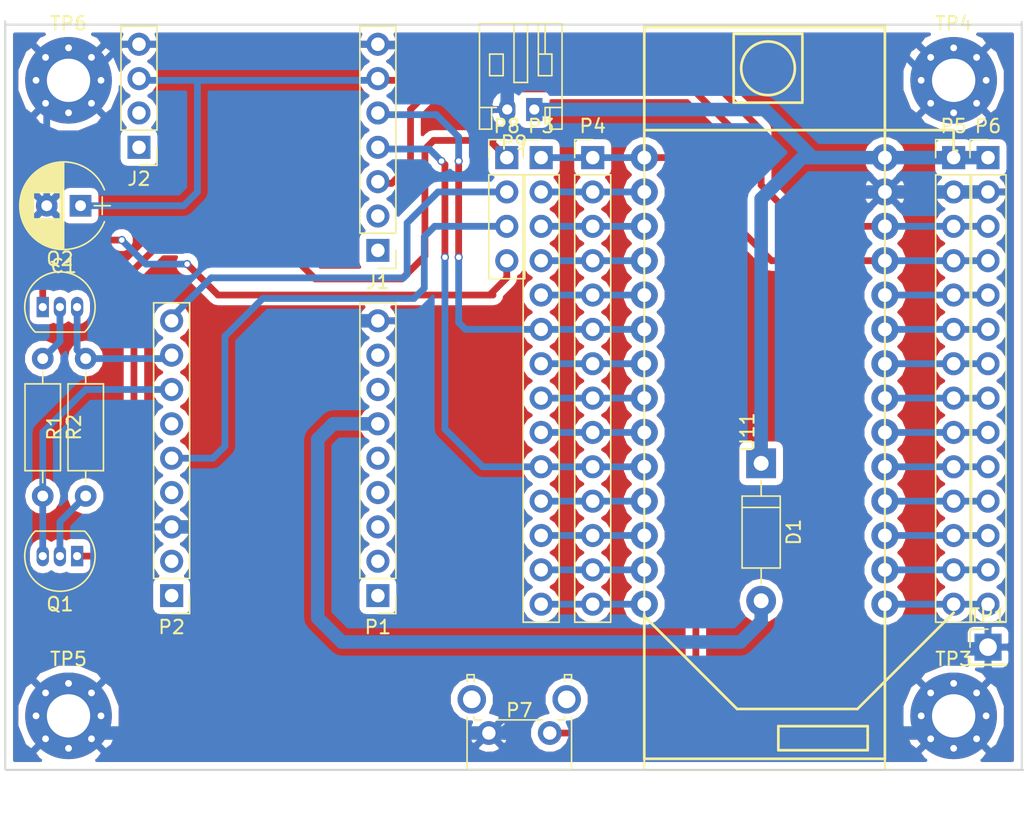
<source format=kicad_pcb>
(kicad_pcb (version 4) (host pcbnew 4.0.5+dfsg1-4)

  (general
    (links 120)
    (no_connects 27)
    (area 70.375 88.549 148.543334 148.975001)
    (thickness 1.6)
    (drawings 50)
    (tracks 191)
    (zones 0)
    (modules 23)
    (nets 53)
  )

  (page A4)
  (layers
    (0 F.Cu signal)
    (31 B.Cu signal)
    (32 B.Adhes user)
    (33 F.Adhes user)
    (34 B.Paste user)
    (35 F.Paste user)
    (36 B.SilkS user)
    (37 F.SilkS user)
    (38 B.Mask user)
    (39 F.Mask user)
    (40 Dwgs.User user)
    (41 Cmts.User user)
    (42 Eco1.User user)
    (43 Eco2.User user)
    (44 Edge.Cuts user)
    (45 Margin user)
    (46 B.CrtYd user)
    (47 F.CrtYd user)
    (48 B.Fab user)
    (49 F.Fab user)
  )

  (setup
    (last_trace_width 0.25)
    (user_trace_width 0.5)
    (user_trace_width 1)
    (trace_clearance 0.2)
    (zone_clearance 0.508)
    (zone_45_only no)
    (trace_min 0.2)
    (segment_width 0.2)
    (edge_width 0.15)
    (via_size 0.6)
    (via_drill 0.4)
    (via_min_size 0.4)
    (via_min_drill 0.3)
    (uvia_size 0.3)
    (uvia_drill 0.1)
    (uvias_allowed no)
    (uvia_min_size 0.2)
    (uvia_min_drill 0.1)
    (pcb_text_width 0.3)
    (pcb_text_size 1.5 1.5)
    (mod_edge_width 0.15)
    (mod_text_size 1 1)
    (mod_text_width 0.15)
    (pad_size 2 2)
    (pad_drill 1.3)
    (pad_to_mask_clearance 0.2)
    (aux_axis_origin 0 0)
    (visible_elements 7FFFFFFF)
    (pcbplotparams
      (layerselection 0x00030_80000001)
      (usegerberextensions false)
      (excludeedgelayer true)
      (linewidth 0.100000)
      (plotframeref false)
      (viasonmask false)
      (mode 1)
      (useauxorigin false)
      (hpglpennumber 1)
      (hpglpenspeed 20)
      (hpglpendiameter 15)
      (hpglpenoverlay 2)
      (psnegative false)
      (psa4output false)
      (plotreference true)
      (plotvalue true)
      (plotinvisibletext false)
      (padsonsilk false)
      (subtractmaskfromsilk false)
      (outputformat 1)
      (mirror false)
      (drillshape 1)
      (scaleselection 1)
      (outputdirectory ""))
  )

  (net 0 "")
  (net 1 "Net-(P1-Pad1)")
  (net 2 "Net-(P1-Pad2)")
  (net 3 "Net-(P1-Pad3)")
  (net 4 "Net-(P1-Pad4)")
  (net 5 "Net-(P1-Pad5)")
  (net 6 +5V)
  (net 7 "Net-(P1-Pad7)")
  (net 8 "Net-(P1-Pad8)")
  (net 9 GND)
  (net 10 "Net-(P2-Pad1)")
  (net 11 "Net-(P2-Pad2)")
  (net 12 "Net-(P2-Pad4)")
  (net 13 "Net-(P2-Pad5)")
  (net 14 "Net-(P2-Pad6)")
  (net 15 "Net-(P2-Pad7)")
  (net 16 "Net-(P2-Pad8)")
  (net 17 "Net-(P2-Pad9)")
  (net 18 "Net-(P3-Pad5)")
  (net 19 "Net-(P3-Pad7)")
  (net 20 "Net-(P3-Pad8)")
  (net 21 "Net-(P3-Pad9)")
  (net 22 "Net-(P3-Pad11)")
  (net 23 "Net-(P3-Pad12)")
  (net 24 "Net-(P3-Pad13)")
  (net 25 "Net-(P3-Pad14)")
  (net 26 "Net-(P5-Pad5)")
  (net 27 "Net-(P5-Pad6)")
  (net 28 "Net-(P5-Pad7)")
  (net 29 "Net-(P5-Pad8)")
  (net 30 "Net-(P5-Pad9)")
  (net 31 "Net-(P5-Pad10)")
  (net 32 "Net-(P5-Pad11)")
  (net 33 "Net-(P5-Pad12)")
  (net 34 "Net-(P5-Pad13)")
  (net 35 "Net-(P5-Pad14)")
  (net 36 "Net-(Q1-Pad2)")
  (net 37 "Net-(Q2-Pad2)")
  (net 38 "Net-(J1-Pad5)")
  (net 39 "Net-(J1-Pad1)")
  (net 40 "Net-(J1-Pad2)")
  (net 41 "Net-(J1-Pad3)")
  (net 42 "Net-(J1-Pad4)")
  (net 43 "Net-(J2-Pad1)")
  (net 44 "Net-(J2-Pad2)")
  (net 45 "Net-(C1-Pad1)")
  (net 46 "Net-(P3-Pad1)")
  (net 47 "Net-(P3-Pad4)")
  (net 48 "Net-(P3-Pad2)")
  (net 49 "Net-(P3-Pad3)")
  (net 50 "Net-(P8-Pad1)")
  (net 51 "Net-(P8-Pad4)")
  (net 52 "Net-(D1-Pad1)")

  (net_class Default "Dies ist die voreingestellte Netzklasse."
    (clearance 0.2)
    (trace_width 0.25)
    (via_dia 0.6)
    (via_drill 0.4)
    (uvia_dia 0.3)
    (uvia_drill 0.1)
    (add_net +5V)
    (add_net GND)
    (add_net "Net-(C1-Pad1)")
    (add_net "Net-(D1-Pad1)")
    (add_net "Net-(J1-Pad1)")
    (add_net "Net-(J1-Pad2)")
    (add_net "Net-(J1-Pad3)")
    (add_net "Net-(J1-Pad4)")
    (add_net "Net-(J1-Pad5)")
    (add_net "Net-(J2-Pad1)")
    (add_net "Net-(J2-Pad2)")
    (add_net "Net-(P1-Pad1)")
    (add_net "Net-(P1-Pad2)")
    (add_net "Net-(P1-Pad3)")
    (add_net "Net-(P1-Pad4)")
    (add_net "Net-(P1-Pad5)")
    (add_net "Net-(P1-Pad7)")
    (add_net "Net-(P1-Pad8)")
    (add_net "Net-(P2-Pad1)")
    (add_net "Net-(P2-Pad2)")
    (add_net "Net-(P2-Pad4)")
    (add_net "Net-(P2-Pad5)")
    (add_net "Net-(P2-Pad6)")
    (add_net "Net-(P2-Pad7)")
    (add_net "Net-(P2-Pad8)")
    (add_net "Net-(P2-Pad9)")
    (add_net "Net-(P3-Pad1)")
    (add_net "Net-(P3-Pad11)")
    (add_net "Net-(P3-Pad12)")
    (add_net "Net-(P3-Pad13)")
    (add_net "Net-(P3-Pad14)")
    (add_net "Net-(P3-Pad2)")
    (add_net "Net-(P3-Pad3)")
    (add_net "Net-(P3-Pad4)")
    (add_net "Net-(P3-Pad5)")
    (add_net "Net-(P3-Pad7)")
    (add_net "Net-(P3-Pad8)")
    (add_net "Net-(P3-Pad9)")
    (add_net "Net-(P5-Pad10)")
    (add_net "Net-(P5-Pad11)")
    (add_net "Net-(P5-Pad12)")
    (add_net "Net-(P5-Pad13)")
    (add_net "Net-(P5-Pad14)")
    (add_net "Net-(P5-Pad5)")
    (add_net "Net-(P5-Pad6)")
    (add_net "Net-(P5-Pad7)")
    (add_net "Net-(P5-Pad8)")
    (add_net "Net-(P5-Pad9)")
    (add_net "Net-(P8-Pad1)")
    (add_net "Net-(P8-Pad4)")
    (add_net "Net-(Q1-Pad2)")
    (add_net "Net-(Q2-Pad2)")
  )

  (module Pycom:LoPy_with_headers (layer F.Cu) (tedit 5A2558F4) (tstamp 5B43652A)
    (at 118.11 100.33 270)
    (path /5B434EEB)
    (fp_text reference U11 (at 20.32 -7.62 270) (layer F.SilkS)
      (effects (font (size 1 1) (thickness 0.15)))
    )
    (fp_text value FiPy (at 20.32 -10.16 270) (layer F.Fab)
      (effects (font (size 1 1) (thickness 0.15)))
    )
    (fp_text user "KEEP OUT" (at 43.688 -13.208 360) (layer Cmts.User)
      (effects (font (size 1 1) (thickness 0.15)))
    )
    (fp_text user Antenna (at 41.529 -13.208 360) (layer Cmts.User)
      (effects (font (size 1 1) (thickness 0.15)))
    )
    (fp_line (start 40.28 -17.78) (end 40.28 -8.73) (layer Cmts.User) (width 0.15))
    (fp_line (start 40.28 -8.73) (end 45.28 -8.73) (layer Cmts.User) (width 0.15))
    (fp_line (start 45.28 -8.73) (end 45.28 -17.78) (layer Cmts.User) (width 0.15))
    (fp_line (start 45.28 -17.78) (end 40.28 -17.78) (layer Cmts.User) (width 0.15))
    (fp_line (start -9.72 0) (end 45.28 0) (layer F.SilkS) (width 0.15))
    (fp_line (start 45.28 0) (end 45.28 -17.78) (layer F.SilkS) (width 0.15))
    (fp_line (start 45.28 -17.78) (end -9.72 -17.78) (layer F.SilkS) (width 0.15))
    (fp_line (start -9.72 -17.78) (end -9.72 0) (layer F.SilkS) (width 0.15))
    (pad 1 thru_hole circle (at 0 0 270) (size 2 2) (drill 1.02) (layers *.Cu *.Mask)
      (net 46 "Net-(P3-Pad1)"))
    (pad 2 thru_hole circle (at 2.54 0 270) (size 2 2) (drill 1.02) (layers *.Cu *.Mask)
      (net 48 "Net-(P3-Pad2)"))
    (pad 3 thru_hole circle (at 5.08 0 270) (size 2 2) (drill 1.02) (layers *.Cu *.Mask)
      (net 49 "Net-(P3-Pad3)"))
    (pad 4 thru_hole circle (at 7.62 0 270) (size 2 2) (drill 1.02) (layers *.Cu *.Mask)
      (net 47 "Net-(P3-Pad4)"))
    (pad 5 thru_hole circle (at 10.16 0 270) (size 2 2) (drill 1.02) (layers *.Cu *.Mask)
      (net 18 "Net-(P3-Pad5)"))
    (pad 6 thru_hole circle (at 12.7 0 270) (size 2 2) (drill 1.02) (layers *.Cu *.Mask)
      (net 38 "Net-(J1-Pad5)"))
    (pad 7 thru_hole circle (at 15.24 0 270) (size 2 2) (drill 1.02) (layers *.Cu *.Mask)
      (net 19 "Net-(P3-Pad7)"))
    (pad 8 thru_hole circle (at 17.78 0 270) (size 2 2) (drill 1.02) (layers *.Cu *.Mask)
      (net 20 "Net-(P3-Pad8)"))
    (pad 9 thru_hole circle (at 20.32 0 270) (size 2 2) (drill 1.02) (layers *.Cu *.Mask)
      (net 21 "Net-(P3-Pad9)"))
    (pad 10 thru_hole circle (at 22.86 0 270) (size 2 2) (drill 1.02) (layers *.Cu *.Mask)
      (net 42 "Net-(J1-Pad4)"))
    (pad 11 thru_hole circle (at 25.4 0 270) (size 2 2) (drill 1.02) (layers *.Cu *.Mask)
      (net 22 "Net-(P3-Pad11)"))
    (pad 12 thru_hole circle (at 27.94 0 270) (size 2 2) (drill 1.02) (layers *.Cu *.Mask)
      (net 23 "Net-(P3-Pad12)"))
    (pad 13 thru_hole circle (at 30.48 0 270) (size 2 2) (drill 1.02) (layers *.Cu *.Mask)
      (net 24 "Net-(P3-Pad13)"))
    (pad 14 thru_hole circle (at 33.02 0 270) (size 2 2) (drill 1.02) (layers *.Cu *.Mask)
      (net 25 "Net-(P3-Pad14)"))
    (pad 15 thru_hole circle (at 33.02 -17.78 270) (size 2 2) (drill 1.02) (layers *.Cu *.Mask)
      (net 35 "Net-(P5-Pad14)"))
    (pad 16 thru_hole circle (at 30.48 -17.78 270) (size 2 2) (drill 1.02) (layers *.Cu *.Mask)
      (net 34 "Net-(P5-Pad13)"))
    (pad 17 thru_hole circle (at 27.94 -17.78 270) (size 2 2) (drill 1.02) (layers *.Cu *.Mask)
      (net 33 "Net-(P5-Pad12)"))
    (pad 18 thru_hole circle (at 25.4 -17.78 270) (size 2 2) (drill 1.02) (layers *.Cu *.Mask)
      (net 32 "Net-(P5-Pad11)"))
    (pad 19 thru_hole circle (at 22.86 -17.78 270) (size 2 2) (drill 1.02) (layers *.Cu *.Mask)
      (net 31 "Net-(P5-Pad10)"))
    (pad 20 thru_hole circle (at 20.32 -17.78 270) (size 2 2) (drill 1.02) (layers *.Cu *.Mask)
      (net 30 "Net-(P5-Pad9)"))
    (pad 21 thru_hole circle (at 17.78 -17.78 270) (size 2 2) (drill 1.02) (layers *.Cu *.Mask)
      (net 29 "Net-(P5-Pad8)"))
    (pad 22 thru_hole circle (at 15.24 -17.78 270) (size 2 2) (drill 1.02) (layers *.Cu *.Mask)
      (net 28 "Net-(P5-Pad7)"))
    (pad 23 thru_hole circle (at 12.7 -17.78 270) (size 2 2) (drill 1.02) (layers *.Cu *.Mask)
      (net 27 "Net-(P5-Pad6)"))
    (pad 24 thru_hole circle (at 10.16 -17.78 270) (size 2 2) (drill 1.02) (layers *.Cu *.Mask)
      (net 26 "Net-(P5-Pad5)"))
    (pad 25 thru_hole circle (at 7.62 -17.78 270) (size 2 2) (drill 1.02) (layers *.Cu *.Mask)
      (net 41 "Net-(J1-Pad3)"))
    (pad 26 thru_hole circle (at 5.08 -17.78 270) (size 2 2) (drill 1.02) (layers *.Cu *.Mask)
      (net 45 "Net-(C1-Pad1)"))
    (pad 27 thru_hole circle (at 2.54 -17.78 270) (size 2 2) (drill 1.02) (layers *.Cu *.Mask)
      (net 9 GND))
    (pad 28 thru_hole circle (at 0 -17.78 270) (size 2 2) (drill 1.02) (layers *.Cu *.Mask)
      (net 52 "Net-(D1-Pad1)"))
  )

  (module Socket_Strips:Socket_Strip_Straight_1x07_Pitch2.54mm (layer F.Cu) (tedit 5B43BCCA) (tstamp 5B43ADC7)
    (at 98.425 107.188 180)
    (descr "Through hole straight socket strip, 1x07, 2.54mm pitch, single row")
    (tags "Through hole socket strip THT 1x07 2.54mm single row")
    (path /5B43B2D5)
    (fp_text reference J1 (at 0 -2.33 180) (layer F.SilkS)
      (effects (font (size 1 1) (thickness 0.15)))
    )
    (fp_text value Conn_01x07 (at 0 17.57 180) (layer F.Fab) hide
      (effects (font (size 1 1) (thickness 0.15)))
    )
    (fp_line (start -1.27 -1.27) (end -1.27 16.51) (layer F.Fab) (width 0.1))
    (fp_line (start -1.27 16.51) (end 1.27 16.51) (layer F.Fab) (width 0.1))
    (fp_line (start 1.27 16.51) (end 1.27 -1.27) (layer F.Fab) (width 0.1))
    (fp_line (start 1.27 -1.27) (end -1.27 -1.27) (layer F.Fab) (width 0.1))
    (fp_line (start -1.33 1.27) (end -1.33 16.57) (layer F.SilkS) (width 0.12))
    (fp_line (start -1.33 16.57) (end 1.33 16.57) (layer F.SilkS) (width 0.12))
    (fp_line (start 1.33 16.57) (end 1.33 1.27) (layer F.SilkS) (width 0.12))
    (fp_line (start 1.33 1.27) (end -1.33 1.27) (layer F.SilkS) (width 0.12))
    (fp_line (start -1.33 0) (end -1.33 -1.33) (layer F.SilkS) (width 0.12))
    (fp_line (start -1.33 -1.33) (end 0 -1.33) (layer F.SilkS) (width 0.12))
    (fp_line (start -1.8 -1.8) (end -1.8 17.05) (layer F.CrtYd) (width 0.05))
    (fp_line (start -1.8 17.05) (end 1.8 17.05) (layer F.CrtYd) (width 0.05))
    (fp_line (start 1.8 17.05) (end 1.8 -1.8) (layer F.CrtYd) (width 0.05))
    (fp_line (start 1.8 -1.8) (end -1.8 -1.8) (layer F.CrtYd) (width 0.05))
    (fp_text user %R (at 0 -2.33 180) (layer F.Fab)
      (effects (font (size 1 1) (thickness 0.15)))
    )
    (pad 1 thru_hole rect (at 0 0 180) (size 1.7 1.7) (drill 1) (layers *.Cu *.Mask)
      (net 39 "Net-(J1-Pad1)"))
    (pad 2 thru_hole oval (at 0 2.54 180) (size 1.7 1.7) (drill 1) (layers *.Cu *.Mask)
      (net 40 "Net-(J1-Pad2)"))
    (pad 3 thru_hole oval (at 0 5.08 180) (size 1.7 1.7) (drill 1) (layers *.Cu *.Mask)
      (net 41 "Net-(J1-Pad3)"))
    (pad 4 thru_hole oval (at 0 7.62 180) (size 1.7 1.7) (drill 1) (layers *.Cu *.Mask)
      (net 42 "Net-(J1-Pad4)"))
    (pad 5 thru_hole oval (at 0 10.16 180) (size 1.7 1.7) (drill 1) (layers *.Cu *.Mask)
      (net 38 "Net-(J1-Pad5)"))
    (pad 6 thru_hole oval (at 0 12.7 180) (size 1.7 1.7) (drill 1) (layers *.Cu *.Mask)
      (net 45 "Net-(C1-Pad1)"))
    (pad 7 thru_hole oval (at 0 15.24 180) (size 1.7 1.7) (drill 1) (layers *.Cu *.Mask)
      (net 9 GND))
    (model ${KISYS3DMOD}/Socket_Strips.3dshapes/Socket_Strip_Straight_1x07_Pitch2.54mm.wrl
      (at (xyz 0 -0.3 0))
      (scale (xyz 1 1 1))
      (rotate (xyz 0 0 270))
    )
  )

  (module Socket_Strips:Socket_Strip_Straight_1x09_Pitch2.54mm (layer F.Cu) (tedit 5B43BCD8) (tstamp 5B435D6B)
    (at 98.425 132.715 180)
    (descr "Through hole straight socket strip, 1x09, 2.54mm pitch, single row")
    (tags "Through hole socket strip THT 1x09 2.54mm single row")
    (path /5B4377B4)
    (fp_text reference P1 (at 0 -2.33 180) (layer F.SilkS)
      (effects (font (size 1 1) (thickness 0.15)))
    )
    (fp_text value CONN_01X09 (at 0 22.65 180) (layer F.Fab) hide
      (effects (font (size 1 1) (thickness 0.15)))
    )
    (fp_line (start -1.27 -1.27) (end -1.27 21.59) (layer F.Fab) (width 0.1))
    (fp_line (start -1.27 21.59) (end 1.27 21.59) (layer F.Fab) (width 0.1))
    (fp_line (start 1.27 21.59) (end 1.27 -1.27) (layer F.Fab) (width 0.1))
    (fp_line (start 1.27 -1.27) (end -1.27 -1.27) (layer F.Fab) (width 0.1))
    (fp_line (start -1.33 1.27) (end -1.33 21.65) (layer F.SilkS) (width 0.12))
    (fp_line (start -1.33 21.65) (end 1.33 21.65) (layer F.SilkS) (width 0.12))
    (fp_line (start 1.33 21.65) (end 1.33 1.27) (layer F.SilkS) (width 0.12))
    (fp_line (start 1.33 1.27) (end -1.33 1.27) (layer F.SilkS) (width 0.12))
    (fp_line (start -1.33 0) (end -1.33 -1.33) (layer F.SilkS) (width 0.12))
    (fp_line (start -1.33 -1.33) (end 0 -1.33) (layer F.SilkS) (width 0.12))
    (fp_line (start -1.8 -1.8) (end -1.8 22.1) (layer F.CrtYd) (width 0.05))
    (fp_line (start -1.8 22.1) (end 1.8 22.1) (layer F.CrtYd) (width 0.05))
    (fp_line (start 1.8 22.1) (end 1.8 -1.8) (layer F.CrtYd) (width 0.05))
    (fp_line (start 1.8 -1.8) (end -1.8 -1.8) (layer F.CrtYd) (width 0.05))
    (fp_text user %R (at 0 -2.33 180) (layer F.Fab)
      (effects (font (size 1 1) (thickness 0.15)))
    )
    (pad 1 thru_hole rect (at 0 0 180) (size 1.7 1.7) (drill 1) (layers *.Cu *.Mask)
      (net 1 "Net-(P1-Pad1)"))
    (pad 2 thru_hole oval (at 0 2.54 180) (size 1.7 1.7) (drill 1) (layers *.Cu *.Mask)
      (net 2 "Net-(P1-Pad2)"))
    (pad 3 thru_hole oval (at 0 5.08 180) (size 1.7 1.7) (drill 1) (layers *.Cu *.Mask)
      (net 3 "Net-(P1-Pad3)"))
    (pad 4 thru_hole oval (at 0 7.62 180) (size 1.7 1.7) (drill 1) (layers *.Cu *.Mask)
      (net 4 "Net-(P1-Pad4)"))
    (pad 5 thru_hole oval (at 0 10.16 180) (size 1.7 1.7) (drill 1) (layers *.Cu *.Mask)
      (net 5 "Net-(P1-Pad5)"))
    (pad 6 thru_hole oval (at 0 12.7 180) (size 1.7 1.7) (drill 1) (layers *.Cu *.Mask)
      (net 6 +5V))
    (pad 7 thru_hole oval (at 0 15.24 180) (size 1.7 1.7) (drill 1) (layers *.Cu *.Mask)
      (net 7 "Net-(P1-Pad7)"))
    (pad 8 thru_hole oval (at 0 17.78 180) (size 1.7 1.7) (drill 1) (layers *.Cu *.Mask)
      (net 8 "Net-(P1-Pad8)"))
    (pad 9 thru_hole oval (at 0 20.32 180) (size 1.7 1.7) (drill 1) (layers *.Cu *.Mask)
      (net 9 GND))
    (model ${KISYS3DMOD}/Socket_Strips.3dshapes/Socket_Strip_Straight_1x09_Pitch2.54mm.wrl
      (at (xyz 0 -0.4 0))
      (scale (xyz 1 1 1))
      (rotate (xyz 0 0 270))
    )
  )

  (module Socket_Strips:Socket_Strip_Straight_1x09_Pitch2.54mm (layer F.Cu) (tedit 5B43BCD3) (tstamp 5B435D87)
    (at 83.185 132.715 180)
    (descr "Through hole straight socket strip, 1x09, 2.54mm pitch, single row")
    (tags "Through hole socket strip THT 1x09 2.54mm single row")
    (path /5B43770F)
    (fp_text reference P2 (at 0 -2.33 180) (layer F.SilkS)
      (effects (font (size 1 1) (thickness 0.15)))
    )
    (fp_text value CONN_01X09 (at 0 22.65 180) (layer F.Fab) hide
      (effects (font (size 1 1) (thickness 0.15)))
    )
    (fp_line (start -1.27 -1.27) (end -1.27 21.59) (layer F.Fab) (width 0.1))
    (fp_line (start -1.27 21.59) (end 1.27 21.59) (layer F.Fab) (width 0.1))
    (fp_line (start 1.27 21.59) (end 1.27 -1.27) (layer F.Fab) (width 0.1))
    (fp_line (start 1.27 -1.27) (end -1.27 -1.27) (layer F.Fab) (width 0.1))
    (fp_line (start -1.33 1.27) (end -1.33 21.65) (layer F.SilkS) (width 0.12))
    (fp_line (start -1.33 21.65) (end 1.33 21.65) (layer F.SilkS) (width 0.12))
    (fp_line (start 1.33 21.65) (end 1.33 1.27) (layer F.SilkS) (width 0.12))
    (fp_line (start 1.33 1.27) (end -1.33 1.27) (layer F.SilkS) (width 0.12))
    (fp_line (start -1.33 0) (end -1.33 -1.33) (layer F.SilkS) (width 0.12))
    (fp_line (start -1.33 -1.33) (end 0 -1.33) (layer F.SilkS) (width 0.12))
    (fp_line (start -1.8 -1.8) (end -1.8 22.1) (layer F.CrtYd) (width 0.05))
    (fp_line (start -1.8 22.1) (end 1.8 22.1) (layer F.CrtYd) (width 0.05))
    (fp_line (start 1.8 22.1) (end 1.8 -1.8) (layer F.CrtYd) (width 0.05))
    (fp_line (start 1.8 -1.8) (end -1.8 -1.8) (layer F.CrtYd) (width 0.05))
    (fp_text user %R (at 0 -2.33 180) (layer F.Fab)
      (effects (font (size 1 1) (thickness 0.15)))
    )
    (pad 1 thru_hole rect (at 0 0 180) (size 1.7 1.7) (drill 1) (layers *.Cu *.Mask)
      (net 10 "Net-(P2-Pad1)"))
    (pad 2 thru_hole oval (at 0 2.54 180) (size 1.7 1.7) (drill 1) (layers *.Cu *.Mask)
      (net 11 "Net-(P2-Pad2)"))
    (pad 3 thru_hole oval (at 0 5.08 180) (size 1.7 1.7) (drill 1) (layers *.Cu *.Mask)
      (net 9 GND))
    (pad 4 thru_hole oval (at 0 7.62 180) (size 1.7 1.7) (drill 1) (layers *.Cu *.Mask)
      (net 12 "Net-(P2-Pad4)"))
    (pad 5 thru_hole oval (at 0 10.16 180) (size 1.7 1.7) (drill 1) (layers *.Cu *.Mask)
      (net 13 "Net-(P2-Pad5)"))
    (pad 6 thru_hole oval (at 0 12.7 180) (size 1.7 1.7) (drill 1) (layers *.Cu *.Mask)
      (net 14 "Net-(P2-Pad6)"))
    (pad 7 thru_hole oval (at 0 15.24 180) (size 1.7 1.7) (drill 1) (layers *.Cu *.Mask)
      (net 15 "Net-(P2-Pad7)"))
    (pad 8 thru_hole oval (at 0 17.78 180) (size 1.7 1.7) (drill 1) (layers *.Cu *.Mask)
      (net 16 "Net-(P2-Pad8)"))
    (pad 9 thru_hole oval (at 0 20.32 180) (size 1.7 1.7) (drill 1) (layers *.Cu *.Mask)
      (net 17 "Net-(P2-Pad9)"))
    (model ${KISYS3DMOD}/Socket_Strips.3dshapes/Socket_Strip_Straight_1x09_Pitch2.54mm.wrl
      (at (xyz 0 -0.4 0))
      (scale (xyz 1 1 1))
      (rotate (xyz 0 0 270))
    )
  )

  (module Socket_Strips:Socket_Strip_Straight_1x14_Pitch2.54mm (layer F.Cu) (tedit 5B43BCDC) (tstamp 5B435DA8)
    (at 110.49 100.33)
    (descr "Through hole straight socket strip, 1x14, 2.54mm pitch, single row")
    (tags "Through hole socket strip THT 1x14 2.54mm single row")
    (path /5B435372)
    (fp_text reference P3 (at 0 -2.33) (layer F.SilkS)
      (effects (font (size 1 1) (thickness 0.15)))
    )
    (fp_text value CONN_01X14 (at 0 35.35) (layer F.Fab) hide
      (effects (font (size 1 1) (thickness 0.15)))
    )
    (fp_line (start -1.27 -1.27) (end -1.27 34.29) (layer F.Fab) (width 0.1))
    (fp_line (start -1.27 34.29) (end 1.27 34.29) (layer F.Fab) (width 0.1))
    (fp_line (start 1.27 34.29) (end 1.27 -1.27) (layer F.Fab) (width 0.1))
    (fp_line (start 1.27 -1.27) (end -1.27 -1.27) (layer F.Fab) (width 0.1))
    (fp_line (start -1.33 1.27) (end -1.33 34.35) (layer F.SilkS) (width 0.12))
    (fp_line (start -1.33 34.35) (end 1.33 34.35) (layer F.SilkS) (width 0.12))
    (fp_line (start 1.33 34.35) (end 1.33 1.27) (layer F.SilkS) (width 0.12))
    (fp_line (start 1.33 1.27) (end -1.33 1.27) (layer F.SilkS) (width 0.12))
    (fp_line (start -1.33 0) (end -1.33 -1.33) (layer F.SilkS) (width 0.12))
    (fp_line (start -1.33 -1.33) (end 0 -1.33) (layer F.SilkS) (width 0.12))
    (fp_line (start -1.8 -1.8) (end -1.8 34.8) (layer F.CrtYd) (width 0.05))
    (fp_line (start -1.8 34.8) (end 1.8 34.8) (layer F.CrtYd) (width 0.05))
    (fp_line (start 1.8 34.8) (end 1.8 -1.8) (layer F.CrtYd) (width 0.05))
    (fp_line (start 1.8 -1.8) (end -1.8 -1.8) (layer F.CrtYd) (width 0.05))
    (fp_text user %R (at 0 -2.33) (layer F.Fab)
      (effects (font (size 1 1) (thickness 0.15)))
    )
    (pad 1 thru_hole rect (at 0 0) (size 1.7 1.7) (drill 1) (layers *.Cu *.Mask)
      (net 46 "Net-(P3-Pad1)"))
    (pad 2 thru_hole oval (at 0 2.54) (size 1.7 1.7) (drill 1) (layers *.Cu *.Mask)
      (net 48 "Net-(P3-Pad2)"))
    (pad 3 thru_hole oval (at 0 5.08) (size 1.7 1.7) (drill 1) (layers *.Cu *.Mask)
      (net 49 "Net-(P3-Pad3)"))
    (pad 4 thru_hole oval (at 0 7.62) (size 1.7 1.7) (drill 1) (layers *.Cu *.Mask)
      (net 47 "Net-(P3-Pad4)"))
    (pad 5 thru_hole oval (at 0 10.16) (size 1.7 1.7) (drill 1) (layers *.Cu *.Mask)
      (net 18 "Net-(P3-Pad5)"))
    (pad 6 thru_hole oval (at 0 12.7) (size 1.7 1.7) (drill 1) (layers *.Cu *.Mask)
      (net 38 "Net-(J1-Pad5)"))
    (pad 7 thru_hole oval (at 0 15.24) (size 1.7 1.7) (drill 1) (layers *.Cu *.Mask)
      (net 19 "Net-(P3-Pad7)"))
    (pad 8 thru_hole oval (at 0 17.78) (size 1.7 1.7) (drill 1) (layers *.Cu *.Mask)
      (net 20 "Net-(P3-Pad8)"))
    (pad 9 thru_hole oval (at 0 20.32) (size 1.7 1.7) (drill 1) (layers *.Cu *.Mask)
      (net 21 "Net-(P3-Pad9)"))
    (pad 10 thru_hole oval (at 0 22.86) (size 1.7 1.7) (drill 1) (layers *.Cu *.Mask)
      (net 42 "Net-(J1-Pad4)"))
    (pad 11 thru_hole oval (at 0 25.4) (size 1.7 1.7) (drill 1) (layers *.Cu *.Mask)
      (net 22 "Net-(P3-Pad11)"))
    (pad 12 thru_hole oval (at 0 27.94) (size 1.7 1.7) (drill 1) (layers *.Cu *.Mask)
      (net 23 "Net-(P3-Pad12)"))
    (pad 13 thru_hole oval (at 0 30.48) (size 1.7 1.7) (drill 1) (layers *.Cu *.Mask)
      (net 24 "Net-(P3-Pad13)"))
    (pad 14 thru_hole oval (at 0 33.02) (size 1.7 1.7) (drill 1) (layers *.Cu *.Mask)
      (net 25 "Net-(P3-Pad14)"))
    (model ${KISYS3DMOD}/Socket_Strips.3dshapes/Socket_Strip_Straight_1x14_Pitch2.54mm.wrl
      (at (xyz 0 -0.65 0))
      (scale (xyz 1 1 1))
      (rotate (xyz 0 0 270))
    )
  )

  (module Socket_Strips:Socket_Strip_Straight_1x14_Pitch2.54mm (layer F.Cu) (tedit 5B43BCE3) (tstamp 5B435DC9)
    (at 114.3 100.33)
    (descr "Through hole straight socket strip, 1x14, 2.54mm pitch, single row")
    (tags "Through hole socket strip THT 1x14 2.54mm single row")
    (path /5B4352F3)
    (fp_text reference P4 (at 0 -2.33) (layer F.SilkS)
      (effects (font (size 1 1) (thickness 0.15)))
    )
    (fp_text value CONN_01X14 (at 0 35.35) (layer F.Fab) hide
      (effects (font (size 1 1) (thickness 0.15)))
    )
    (fp_line (start -1.27 -1.27) (end -1.27 34.29) (layer F.Fab) (width 0.1))
    (fp_line (start -1.27 34.29) (end 1.27 34.29) (layer F.Fab) (width 0.1))
    (fp_line (start 1.27 34.29) (end 1.27 -1.27) (layer F.Fab) (width 0.1))
    (fp_line (start 1.27 -1.27) (end -1.27 -1.27) (layer F.Fab) (width 0.1))
    (fp_line (start -1.33 1.27) (end -1.33 34.35) (layer F.SilkS) (width 0.12))
    (fp_line (start -1.33 34.35) (end 1.33 34.35) (layer F.SilkS) (width 0.12))
    (fp_line (start 1.33 34.35) (end 1.33 1.27) (layer F.SilkS) (width 0.12))
    (fp_line (start 1.33 1.27) (end -1.33 1.27) (layer F.SilkS) (width 0.12))
    (fp_line (start -1.33 0) (end -1.33 -1.33) (layer F.SilkS) (width 0.12))
    (fp_line (start -1.33 -1.33) (end 0 -1.33) (layer F.SilkS) (width 0.12))
    (fp_line (start -1.8 -1.8) (end -1.8 34.8) (layer F.CrtYd) (width 0.05))
    (fp_line (start -1.8 34.8) (end 1.8 34.8) (layer F.CrtYd) (width 0.05))
    (fp_line (start 1.8 34.8) (end 1.8 -1.8) (layer F.CrtYd) (width 0.05))
    (fp_line (start 1.8 -1.8) (end -1.8 -1.8) (layer F.CrtYd) (width 0.05))
    (fp_text user %R (at 0 -2.33) (layer F.Fab)
      (effects (font (size 1 1) (thickness 0.15)))
    )
    (pad 1 thru_hole rect (at 0 0) (size 1.7 1.7) (drill 1) (layers *.Cu *.Mask)
      (net 46 "Net-(P3-Pad1)"))
    (pad 2 thru_hole oval (at 0 2.54) (size 1.7 1.7) (drill 1) (layers *.Cu *.Mask)
      (net 48 "Net-(P3-Pad2)"))
    (pad 3 thru_hole oval (at 0 5.08) (size 1.7 1.7) (drill 1) (layers *.Cu *.Mask)
      (net 49 "Net-(P3-Pad3)"))
    (pad 4 thru_hole oval (at 0 7.62) (size 1.7 1.7) (drill 1) (layers *.Cu *.Mask)
      (net 47 "Net-(P3-Pad4)"))
    (pad 5 thru_hole oval (at 0 10.16) (size 1.7 1.7) (drill 1) (layers *.Cu *.Mask)
      (net 18 "Net-(P3-Pad5)"))
    (pad 6 thru_hole oval (at 0 12.7) (size 1.7 1.7) (drill 1) (layers *.Cu *.Mask)
      (net 38 "Net-(J1-Pad5)"))
    (pad 7 thru_hole oval (at 0 15.24) (size 1.7 1.7) (drill 1) (layers *.Cu *.Mask)
      (net 19 "Net-(P3-Pad7)"))
    (pad 8 thru_hole oval (at 0 17.78) (size 1.7 1.7) (drill 1) (layers *.Cu *.Mask)
      (net 20 "Net-(P3-Pad8)"))
    (pad 9 thru_hole oval (at 0 20.32) (size 1.7 1.7) (drill 1) (layers *.Cu *.Mask)
      (net 21 "Net-(P3-Pad9)"))
    (pad 10 thru_hole oval (at 0 22.86) (size 1.7 1.7) (drill 1) (layers *.Cu *.Mask)
      (net 42 "Net-(J1-Pad4)"))
    (pad 11 thru_hole oval (at 0 25.4) (size 1.7 1.7) (drill 1) (layers *.Cu *.Mask)
      (net 22 "Net-(P3-Pad11)"))
    (pad 12 thru_hole oval (at 0 27.94) (size 1.7 1.7) (drill 1) (layers *.Cu *.Mask)
      (net 23 "Net-(P3-Pad12)"))
    (pad 13 thru_hole oval (at 0 30.48) (size 1.7 1.7) (drill 1) (layers *.Cu *.Mask)
      (net 24 "Net-(P3-Pad13)"))
    (pad 14 thru_hole oval (at 0 33.02) (size 1.7 1.7) (drill 1) (layers *.Cu *.Mask)
      (net 25 "Net-(P3-Pad14)"))
    (model ${KISYS3DMOD}/Socket_Strips.3dshapes/Socket_Strip_Straight_1x14_Pitch2.54mm.wrl
      (at (xyz 0 -0.65 0))
      (scale (xyz 1 1 1))
      (rotate (xyz 0 0 270))
    )
  )

  (module Socket_Strips:Socket_Strip_Straight_1x14_Pitch2.54mm (layer F.Cu) (tedit 5B43BCC3) (tstamp 5B435DEA)
    (at 140.97 100.33)
    (descr "Through hole straight socket strip, 1x14, 2.54mm pitch, single row")
    (tags "Through hole socket strip THT 1x14 2.54mm single row")
    (path /5B4351CB)
    (fp_text reference P5 (at 0 -2.33) (layer F.SilkS)
      (effects (font (size 1 1) (thickness 0.15)))
    )
    (fp_text value CONN_01X14 (at 0 35.35) (layer F.Fab) hide
      (effects (font (size 1 1) (thickness 0.15)))
    )
    (fp_line (start -1.27 -1.27) (end -1.27 34.29) (layer F.Fab) (width 0.1))
    (fp_line (start -1.27 34.29) (end 1.27 34.29) (layer F.Fab) (width 0.1))
    (fp_line (start 1.27 34.29) (end 1.27 -1.27) (layer F.Fab) (width 0.1))
    (fp_line (start 1.27 -1.27) (end -1.27 -1.27) (layer F.Fab) (width 0.1))
    (fp_line (start -1.33 1.27) (end -1.33 34.35) (layer F.SilkS) (width 0.12))
    (fp_line (start -1.33 34.35) (end 1.33 34.35) (layer F.SilkS) (width 0.12))
    (fp_line (start 1.33 34.35) (end 1.33 1.27) (layer F.SilkS) (width 0.12))
    (fp_line (start 1.33 1.27) (end -1.33 1.27) (layer F.SilkS) (width 0.12))
    (fp_line (start -1.33 0) (end -1.33 -1.33) (layer F.SilkS) (width 0.12))
    (fp_line (start -1.33 -1.33) (end 0 -1.33) (layer F.SilkS) (width 0.12))
    (fp_line (start -1.8 -1.8) (end -1.8 34.8) (layer F.CrtYd) (width 0.05))
    (fp_line (start -1.8 34.8) (end 1.8 34.8) (layer F.CrtYd) (width 0.05))
    (fp_line (start 1.8 34.8) (end 1.8 -1.8) (layer F.CrtYd) (width 0.05))
    (fp_line (start 1.8 -1.8) (end -1.8 -1.8) (layer F.CrtYd) (width 0.05))
    (fp_text user %R (at 0 -2.33) (layer F.Fab)
      (effects (font (size 1 1) (thickness 0.15)))
    )
    (pad 1 thru_hole rect (at 0 0) (size 1.7 1.7) (drill 1) (layers *.Cu *.Mask)
      (net 52 "Net-(D1-Pad1)"))
    (pad 2 thru_hole oval (at 0 2.54) (size 1.7 1.7) (drill 1) (layers *.Cu *.Mask)
      (net 9 GND))
    (pad 3 thru_hole oval (at 0 5.08) (size 1.7 1.7) (drill 1) (layers *.Cu *.Mask)
      (net 45 "Net-(C1-Pad1)"))
    (pad 4 thru_hole oval (at 0 7.62) (size 1.7 1.7) (drill 1) (layers *.Cu *.Mask)
      (net 41 "Net-(J1-Pad3)"))
    (pad 5 thru_hole oval (at 0 10.16) (size 1.7 1.7) (drill 1) (layers *.Cu *.Mask)
      (net 26 "Net-(P5-Pad5)"))
    (pad 6 thru_hole oval (at 0 12.7) (size 1.7 1.7) (drill 1) (layers *.Cu *.Mask)
      (net 27 "Net-(P5-Pad6)"))
    (pad 7 thru_hole oval (at 0 15.24) (size 1.7 1.7) (drill 1) (layers *.Cu *.Mask)
      (net 28 "Net-(P5-Pad7)"))
    (pad 8 thru_hole oval (at 0 17.78) (size 1.7 1.7) (drill 1) (layers *.Cu *.Mask)
      (net 29 "Net-(P5-Pad8)"))
    (pad 9 thru_hole oval (at 0 20.32) (size 1.7 1.7) (drill 1) (layers *.Cu *.Mask)
      (net 30 "Net-(P5-Pad9)"))
    (pad 10 thru_hole oval (at 0 22.86) (size 1.7 1.7) (drill 1) (layers *.Cu *.Mask)
      (net 31 "Net-(P5-Pad10)"))
    (pad 11 thru_hole oval (at 0 25.4) (size 1.7 1.7) (drill 1) (layers *.Cu *.Mask)
      (net 32 "Net-(P5-Pad11)"))
    (pad 12 thru_hole oval (at 0 27.94) (size 1.7 1.7) (drill 1) (layers *.Cu *.Mask)
      (net 33 "Net-(P5-Pad12)"))
    (pad 13 thru_hole oval (at 0 30.48) (size 1.7 1.7) (drill 1) (layers *.Cu *.Mask)
      (net 34 "Net-(P5-Pad13)"))
    (pad 14 thru_hole oval (at 0 33.02) (size 1.7 1.7) (drill 1) (layers *.Cu *.Mask)
      (net 35 "Net-(P5-Pad14)"))
    (model ${KISYS3DMOD}/Socket_Strips.3dshapes/Socket_Strip_Straight_1x14_Pitch2.54mm.wrl
      (at (xyz 0 -0.65 0))
      (scale (xyz 1 1 1))
      (rotate (xyz 0 0 270))
    )
  )

  (module Socket_Strips:Socket_Strip_Straight_1x14_Pitch2.54mm (layer F.Cu) (tedit 5B43BCBC) (tstamp 5B435E0B)
    (at 143.51 100.33)
    (descr "Through hole straight socket strip, 1x14, 2.54mm pitch, single row")
    (tags "Through hole socket strip THT 1x14 2.54mm single row")
    (path /5B4352B6)
    (fp_text reference P6 (at 0 -2.33) (layer F.SilkS)
      (effects (font (size 1 1) (thickness 0.15)))
    )
    (fp_text value CONN_01X14 (at 0 35.35) (layer F.Fab) hide
      (effects (font (size 1 1) (thickness 0.15)))
    )
    (fp_line (start -1.27 -1.27) (end -1.27 34.29) (layer F.Fab) (width 0.1))
    (fp_line (start -1.27 34.29) (end 1.27 34.29) (layer F.Fab) (width 0.1))
    (fp_line (start 1.27 34.29) (end 1.27 -1.27) (layer F.Fab) (width 0.1))
    (fp_line (start 1.27 -1.27) (end -1.27 -1.27) (layer F.Fab) (width 0.1))
    (fp_line (start -1.33 1.27) (end -1.33 34.35) (layer F.SilkS) (width 0.12))
    (fp_line (start -1.33 34.35) (end 1.33 34.35) (layer F.SilkS) (width 0.12))
    (fp_line (start 1.33 34.35) (end 1.33 1.27) (layer F.SilkS) (width 0.12))
    (fp_line (start 1.33 1.27) (end -1.33 1.27) (layer F.SilkS) (width 0.12))
    (fp_line (start -1.33 0) (end -1.33 -1.33) (layer F.SilkS) (width 0.12))
    (fp_line (start -1.33 -1.33) (end 0 -1.33) (layer F.SilkS) (width 0.12))
    (fp_line (start -1.8 -1.8) (end -1.8 34.8) (layer F.CrtYd) (width 0.05))
    (fp_line (start -1.8 34.8) (end 1.8 34.8) (layer F.CrtYd) (width 0.05))
    (fp_line (start 1.8 34.8) (end 1.8 -1.8) (layer F.CrtYd) (width 0.05))
    (fp_line (start 1.8 -1.8) (end -1.8 -1.8) (layer F.CrtYd) (width 0.05))
    (fp_text user %R (at 0 -2.33) (layer F.Fab)
      (effects (font (size 1 1) (thickness 0.15)))
    )
    (pad 1 thru_hole rect (at 0 0) (size 1.7 1.7) (drill 1) (layers *.Cu *.Mask)
      (net 52 "Net-(D1-Pad1)"))
    (pad 2 thru_hole oval (at 0 2.54) (size 1.7 1.7) (drill 1) (layers *.Cu *.Mask)
      (net 9 GND))
    (pad 3 thru_hole oval (at 0 5.08) (size 1.7 1.7) (drill 1) (layers *.Cu *.Mask)
      (net 45 "Net-(C1-Pad1)"))
    (pad 4 thru_hole oval (at 0 7.62) (size 1.7 1.7) (drill 1) (layers *.Cu *.Mask)
      (net 41 "Net-(J1-Pad3)"))
    (pad 5 thru_hole oval (at 0 10.16) (size 1.7 1.7) (drill 1) (layers *.Cu *.Mask)
      (net 26 "Net-(P5-Pad5)"))
    (pad 6 thru_hole oval (at 0 12.7) (size 1.7 1.7) (drill 1) (layers *.Cu *.Mask)
      (net 27 "Net-(P5-Pad6)"))
    (pad 7 thru_hole oval (at 0 15.24) (size 1.7 1.7) (drill 1) (layers *.Cu *.Mask)
      (net 28 "Net-(P5-Pad7)"))
    (pad 8 thru_hole oval (at 0 17.78) (size 1.7 1.7) (drill 1) (layers *.Cu *.Mask)
      (net 29 "Net-(P5-Pad8)"))
    (pad 9 thru_hole oval (at 0 20.32) (size 1.7 1.7) (drill 1) (layers *.Cu *.Mask)
      (net 30 "Net-(P5-Pad9)"))
    (pad 10 thru_hole oval (at 0 22.86) (size 1.7 1.7) (drill 1) (layers *.Cu *.Mask)
      (net 31 "Net-(P5-Pad10)"))
    (pad 11 thru_hole oval (at 0 25.4) (size 1.7 1.7) (drill 1) (layers *.Cu *.Mask)
      (net 32 "Net-(P5-Pad11)"))
    (pad 12 thru_hole oval (at 0 27.94) (size 1.7 1.7) (drill 1) (layers *.Cu *.Mask)
      (net 33 "Net-(P5-Pad12)"))
    (pad 13 thru_hole oval (at 0 30.48) (size 1.7 1.7) (drill 1) (layers *.Cu *.Mask)
      (net 34 "Net-(P5-Pad13)"))
    (pad 14 thru_hole oval (at 0 33.02) (size 1.7 1.7) (drill 1) (layers *.Cu *.Mask)
      (net 35 "Net-(P5-Pad14)"))
    (model ${KISYS3DMOD}/Socket_Strips.3dshapes/Socket_Strip_Straight_1x14_Pitch2.54mm.wrl
      (at (xyz 0 -0.65 0))
      (scale (xyz 1 1 1))
      (rotate (xyz 0 0 270))
    )
  )

  (module Resistors_THT:R_Axial_DIN0207_L6.3mm_D2.5mm_P10.16mm_Horizontal (layer F.Cu) (tedit 5874F706) (tstamp 5B435E45)
    (at 76.835 125.349 90)
    (descr "Resistor, Axial_DIN0207 series, Axial, Horizontal, pin pitch=10.16mm, 0.25W = 1/4W, length*diameter=6.3*2.5mm^2, http://cdn-reichelt.de/documents/datenblatt/B400/1_4W%23YAG.pdf")
    (tags "Resistor Axial_DIN0207 series Axial Horizontal pin pitch 10.16mm 0.25W = 1/4W length 6.3mm diameter 2.5mm")
    (path /5AE307BF)
    (fp_text reference R1 (at 5.08 -2.31 90) (layer F.SilkS)
      (effects (font (size 1 1) (thickness 0.15)))
    )
    (fp_text value 10k (at 5.08 2.31 90) (layer F.Fab)
      (effects (font (size 1 1) (thickness 0.15)))
    )
    (fp_line (start 1.93 -1.25) (end 1.93 1.25) (layer F.Fab) (width 0.1))
    (fp_line (start 1.93 1.25) (end 8.23 1.25) (layer F.Fab) (width 0.1))
    (fp_line (start 8.23 1.25) (end 8.23 -1.25) (layer F.Fab) (width 0.1))
    (fp_line (start 8.23 -1.25) (end 1.93 -1.25) (layer F.Fab) (width 0.1))
    (fp_line (start 0 0) (end 1.93 0) (layer F.Fab) (width 0.1))
    (fp_line (start 10.16 0) (end 8.23 0) (layer F.Fab) (width 0.1))
    (fp_line (start 1.87 -1.31) (end 1.87 1.31) (layer F.SilkS) (width 0.12))
    (fp_line (start 1.87 1.31) (end 8.29 1.31) (layer F.SilkS) (width 0.12))
    (fp_line (start 8.29 1.31) (end 8.29 -1.31) (layer F.SilkS) (width 0.12))
    (fp_line (start 8.29 -1.31) (end 1.87 -1.31) (layer F.SilkS) (width 0.12))
    (fp_line (start 0.98 0) (end 1.87 0) (layer F.SilkS) (width 0.12))
    (fp_line (start 9.18 0) (end 8.29 0) (layer F.SilkS) (width 0.12))
    (fp_line (start -1.05 -1.6) (end -1.05 1.6) (layer F.CrtYd) (width 0.05))
    (fp_line (start -1.05 1.6) (end 11.25 1.6) (layer F.CrtYd) (width 0.05))
    (fp_line (start 11.25 1.6) (end 11.25 -1.6) (layer F.CrtYd) (width 0.05))
    (fp_line (start 11.25 -1.6) (end -1.05 -1.6) (layer F.CrtYd) (width 0.05))
    (pad 1 thru_hole circle (at 0 0 90) (size 1.6 1.6) (drill 0.8) (layers *.Cu *.Mask)
      (net 36 "Net-(Q1-Pad2)"))
    (pad 2 thru_hole oval (at 10.16 0 90) (size 1.6 1.6) (drill 0.8) (layers *.Cu *.Mask)
      (net 16 "Net-(P2-Pad8)"))
    (model ${KISYS3DMOD}/Resistors_THT.3dshapes/R_Axial_DIN0207_L6.3mm_D2.5mm_P10.16mm_Horizontal.wrl
      (at (xyz 0 0 0))
      (scale (xyz 0.393701 0.393701 0.393701))
      (rotate (xyz 0 0 0))
    )
  )

  (module Resistors_THT:R_Axial_DIN0207_L6.3mm_D2.5mm_P10.16mm_Horizontal (layer F.Cu) (tedit 5874F706) (tstamp 5B435E5B)
    (at 73.66 115.189 270)
    (descr "Resistor, Axial_DIN0207 series, Axial, Horizontal, pin pitch=10.16mm, 0.25W = 1/4W, length*diameter=6.3*2.5mm^2, http://cdn-reichelt.de/documents/datenblatt/B400/1_4W%23YAG.pdf")
    (tags "Resistor Axial_DIN0207 series Axial Horizontal pin pitch 10.16mm 0.25W = 1/4W length 6.3mm diameter 2.5mm")
    (path /5AE30838)
    (fp_text reference R2 (at 5.08 -2.31 270) (layer F.SilkS)
      (effects (font (size 1 1) (thickness 0.15)))
    )
    (fp_text value 10k (at 5.08 2.31 270) (layer F.Fab)
      (effects (font (size 1 1) (thickness 0.15)))
    )
    (fp_line (start 1.93 -1.25) (end 1.93 1.25) (layer F.Fab) (width 0.1))
    (fp_line (start 1.93 1.25) (end 8.23 1.25) (layer F.Fab) (width 0.1))
    (fp_line (start 8.23 1.25) (end 8.23 -1.25) (layer F.Fab) (width 0.1))
    (fp_line (start 8.23 -1.25) (end 1.93 -1.25) (layer F.Fab) (width 0.1))
    (fp_line (start 0 0) (end 1.93 0) (layer F.Fab) (width 0.1))
    (fp_line (start 10.16 0) (end 8.23 0) (layer F.Fab) (width 0.1))
    (fp_line (start 1.87 -1.31) (end 1.87 1.31) (layer F.SilkS) (width 0.12))
    (fp_line (start 1.87 1.31) (end 8.29 1.31) (layer F.SilkS) (width 0.12))
    (fp_line (start 8.29 1.31) (end 8.29 -1.31) (layer F.SilkS) (width 0.12))
    (fp_line (start 8.29 -1.31) (end 1.87 -1.31) (layer F.SilkS) (width 0.12))
    (fp_line (start 0.98 0) (end 1.87 0) (layer F.SilkS) (width 0.12))
    (fp_line (start 9.18 0) (end 8.29 0) (layer F.SilkS) (width 0.12))
    (fp_line (start -1.05 -1.6) (end -1.05 1.6) (layer F.CrtYd) (width 0.05))
    (fp_line (start -1.05 1.6) (end 11.25 1.6) (layer F.CrtYd) (width 0.05))
    (fp_line (start 11.25 1.6) (end 11.25 -1.6) (layer F.CrtYd) (width 0.05))
    (fp_line (start 11.25 -1.6) (end -1.05 -1.6) (layer F.CrtYd) (width 0.05))
    (pad 1 thru_hole circle (at 0 0 270) (size 1.6 1.6) (drill 0.8) (layers *.Cu *.Mask)
      (net 37 "Net-(Q2-Pad2)"))
    (pad 2 thru_hole oval (at 10.16 0 270) (size 1.6 1.6) (drill 0.8) (layers *.Cu *.Mask)
      (net 15 "Net-(P2-Pad7)"))
    (model ${KISYS3DMOD}/Resistors_THT.3dshapes/R_Axial_DIN0207_L6.3mm_D2.5mm_P10.16mm_Horizontal.wrl
      (at (xyz 0 0 0))
      (scale (xyz 0.393701 0.393701 0.393701))
      (rotate (xyz 0 0 0))
    )
  )

  (module Socket_Strips:Socket_Strip_Straight_1x01_Pitch2.54mm (layer F.Cu) (tedit 5B60C30D) (tstamp 5B435E6F)
    (at 143.51 136.525)
    (descr "Through hole straight socket strip, 1x01, 2.54mm pitch, single row")
    (tags "Through hole socket strip THT 1x01 2.54mm single row")
    (path /5B438D6F)
    (fp_text reference TP1 (at 0 -2.33) (layer F.SilkS)
      (effects (font (size 1 1) (thickness 0.15)))
    )
    (fp_text value TEST (at 0 2.33) (layer F.Fab)
      (effects (font (size 1 1) (thickness 0.15)))
    )
    (fp_line (start -1.27 -1.27) (end -1.27 1.27) (layer F.Fab) (width 0.1))
    (fp_line (start -1.27 1.27) (end 1.27 1.27) (layer F.Fab) (width 0.1))
    (fp_line (start 1.27 1.27) (end 1.27 -1.27) (layer F.Fab) (width 0.1))
    (fp_line (start 1.27 -1.27) (end -1.27 -1.27) (layer F.Fab) (width 0.1))
    (fp_line (start -1.33 1.27) (end -1.33 1.33) (layer F.SilkS) (width 0.12))
    (fp_line (start -1.33 1.33) (end 1.33 1.33) (layer F.SilkS) (width 0.12))
    (fp_line (start 1.33 1.33) (end 1.33 1.27) (layer F.SilkS) (width 0.12))
    (fp_line (start 1.33 1.27) (end -1.33 1.27) (layer F.SilkS) (width 0.12))
    (fp_line (start -1.33 0) (end -1.33 -1.33) (layer F.SilkS) (width 0.12))
    (fp_line (start -1.33 -1.33) (end 0 -1.33) (layer F.SilkS) (width 0.12))
    (fp_line (start -1.8 -1.8) (end -1.8 1.8) (layer F.CrtYd) (width 0.05))
    (fp_line (start -1.8 1.8) (end 1.8 1.8) (layer F.CrtYd) (width 0.05))
    (fp_line (start 1.8 1.8) (end 1.8 -1.8) (layer F.CrtYd) (width 0.05))
    (fp_line (start 1.8 -1.8) (end -1.8 -1.8) (layer F.CrtYd) (width 0.05))
    (fp_text user %R (at 0.045 -2.548) (layer F.Fab)
      (effects (font (size 1 1) (thickness 0.15)))
    )
    (pad 1 thru_hole rect (at 0 0) (size 2 2) (drill 1.3) (layers *.Cu *.Mask)
      (net 9 GND))
    (model ${KISYS3DMOD}/Socket_Strips.3dshapes/Socket_Strip_Straight_1x01_Pitch2.54mm.wrl
      (at (xyz 0 0 0))
      (scale (xyz 1 1 1))
      (rotate (xyz 0 0 270))
    )
  )

  (module Socket_Strips:Socket_Strip_Straight_1x04_Pitch2.54mm (layer F.Cu) (tedit 5B43BCD0) (tstamp 5B43ADDE)
    (at 80.772 99.568 180)
    (descr "Through hole straight socket strip, 1x04, 2.54mm pitch, single row")
    (tags "Through hole socket strip THT 1x04 2.54mm single row")
    (path /5B43B3E4)
    (fp_text reference J2 (at 0 -2.33 180) (layer F.SilkS)
      (effects (font (size 1 1) (thickness 0.15)))
    )
    (fp_text value Conn_01x04 (at 0 9.95 180) (layer F.Fab) hide
      (effects (font (size 1 1) (thickness 0.15)))
    )
    (fp_line (start -1.27 -1.27) (end -1.27 8.89) (layer F.Fab) (width 0.1))
    (fp_line (start -1.27 8.89) (end 1.27 8.89) (layer F.Fab) (width 0.1))
    (fp_line (start 1.27 8.89) (end 1.27 -1.27) (layer F.Fab) (width 0.1))
    (fp_line (start 1.27 -1.27) (end -1.27 -1.27) (layer F.Fab) (width 0.1))
    (fp_line (start -1.33 1.27) (end -1.33 8.95) (layer F.SilkS) (width 0.12))
    (fp_line (start -1.33 8.95) (end 1.33 8.95) (layer F.SilkS) (width 0.12))
    (fp_line (start 1.33 8.95) (end 1.33 1.27) (layer F.SilkS) (width 0.12))
    (fp_line (start 1.33 1.27) (end -1.33 1.27) (layer F.SilkS) (width 0.12))
    (fp_line (start -1.33 0) (end -1.33 -1.33) (layer F.SilkS) (width 0.12))
    (fp_line (start -1.33 -1.33) (end 0 -1.33) (layer F.SilkS) (width 0.12))
    (fp_line (start -1.8 -1.8) (end -1.8 9.4) (layer F.CrtYd) (width 0.05))
    (fp_line (start -1.8 9.4) (end 1.8 9.4) (layer F.CrtYd) (width 0.05))
    (fp_line (start 1.8 9.4) (end 1.8 -1.8) (layer F.CrtYd) (width 0.05))
    (fp_line (start 1.8 -1.8) (end -1.8 -1.8) (layer F.CrtYd) (width 0.05))
    (fp_text user %R (at 0 -2.33 180) (layer F.Fab)
      (effects (font (size 1 1) (thickness 0.15)))
    )
    (pad 1 thru_hole rect (at 0 0 180) (size 1.7 1.7) (drill 1) (layers *.Cu *.Mask)
      (net 43 "Net-(J2-Pad1)"))
    (pad 2 thru_hole oval (at 0 2.54 180) (size 1.7 1.7) (drill 1) (layers *.Cu *.Mask)
      (net 44 "Net-(J2-Pad2)"))
    (pad 3 thru_hole oval (at 0 5.08 180) (size 1.7 1.7) (drill 1) (layers *.Cu *.Mask)
      (net 45 "Net-(C1-Pad1)"))
    (pad 4 thru_hole oval (at 0 7.62 180) (size 1.7 1.7) (drill 1) (layers *.Cu *.Mask)
      (net 9 GND))
    (model ${KISYS3DMOD}/Socket_Strips.3dshapes/Socket_Strip_Straight_1x04_Pitch2.54mm.wrl
      (at (xyz 0 -0.15 0))
      (scale (xyz 1 1 1))
      (rotate (xyz 0 0 270))
    )
  )

  (module Capacitors_ThroughHole:CP_Radial_D6.3mm_P2.50mm (layer F.Cu) (tedit 597BC7C2) (tstamp 5B43C193)
    (at 76.454 103.886 180)
    (descr "CP, Radial series, Radial, pin pitch=2.50mm, , diameter=6.3mm, Electrolytic Capacitor")
    (tags "CP Radial series Radial pin pitch 2.50mm  diameter 6.3mm Electrolytic Capacitor")
    (path /5B43C120)
    (fp_text reference C1 (at 1.25 -4.46 180) (layer F.SilkS)
      (effects (font (size 1 1) (thickness 0.15)))
    )
    (fp_text value 47u (at 1.25 4.46 180) (layer F.Fab)
      (effects (font (size 1 1) (thickness 0.15)))
    )
    (fp_arc (start 1.25 0) (end -1.767482 -1.18) (angle 137.3) (layer F.SilkS) (width 0.12))
    (fp_arc (start 1.25 0) (end -1.767482 1.18) (angle -137.3) (layer F.SilkS) (width 0.12))
    (fp_arc (start 1.25 0) (end 4.267482 -1.18) (angle 42.7) (layer F.SilkS) (width 0.12))
    (fp_circle (center 1.25 0) (end 4.4 0) (layer F.Fab) (width 0.1))
    (fp_line (start -2.2 0) (end -1 0) (layer F.Fab) (width 0.1))
    (fp_line (start -1.6 -0.65) (end -1.6 0.65) (layer F.Fab) (width 0.1))
    (fp_line (start 1.25 -3.2) (end 1.25 3.2) (layer F.SilkS) (width 0.12))
    (fp_line (start 1.29 -3.2) (end 1.29 3.2) (layer F.SilkS) (width 0.12))
    (fp_line (start 1.33 -3.2) (end 1.33 3.2) (layer F.SilkS) (width 0.12))
    (fp_line (start 1.37 -3.198) (end 1.37 3.198) (layer F.SilkS) (width 0.12))
    (fp_line (start 1.41 -3.197) (end 1.41 3.197) (layer F.SilkS) (width 0.12))
    (fp_line (start 1.45 -3.194) (end 1.45 3.194) (layer F.SilkS) (width 0.12))
    (fp_line (start 1.49 -3.192) (end 1.49 3.192) (layer F.SilkS) (width 0.12))
    (fp_line (start 1.53 -3.188) (end 1.53 -0.98) (layer F.SilkS) (width 0.12))
    (fp_line (start 1.53 0.98) (end 1.53 3.188) (layer F.SilkS) (width 0.12))
    (fp_line (start 1.57 -3.185) (end 1.57 -0.98) (layer F.SilkS) (width 0.12))
    (fp_line (start 1.57 0.98) (end 1.57 3.185) (layer F.SilkS) (width 0.12))
    (fp_line (start 1.61 -3.18) (end 1.61 -0.98) (layer F.SilkS) (width 0.12))
    (fp_line (start 1.61 0.98) (end 1.61 3.18) (layer F.SilkS) (width 0.12))
    (fp_line (start 1.65 -3.176) (end 1.65 -0.98) (layer F.SilkS) (width 0.12))
    (fp_line (start 1.65 0.98) (end 1.65 3.176) (layer F.SilkS) (width 0.12))
    (fp_line (start 1.69 -3.17) (end 1.69 -0.98) (layer F.SilkS) (width 0.12))
    (fp_line (start 1.69 0.98) (end 1.69 3.17) (layer F.SilkS) (width 0.12))
    (fp_line (start 1.73 -3.165) (end 1.73 -0.98) (layer F.SilkS) (width 0.12))
    (fp_line (start 1.73 0.98) (end 1.73 3.165) (layer F.SilkS) (width 0.12))
    (fp_line (start 1.77 -3.158) (end 1.77 -0.98) (layer F.SilkS) (width 0.12))
    (fp_line (start 1.77 0.98) (end 1.77 3.158) (layer F.SilkS) (width 0.12))
    (fp_line (start 1.81 -3.152) (end 1.81 -0.98) (layer F.SilkS) (width 0.12))
    (fp_line (start 1.81 0.98) (end 1.81 3.152) (layer F.SilkS) (width 0.12))
    (fp_line (start 1.85 -3.144) (end 1.85 -0.98) (layer F.SilkS) (width 0.12))
    (fp_line (start 1.85 0.98) (end 1.85 3.144) (layer F.SilkS) (width 0.12))
    (fp_line (start 1.89 -3.137) (end 1.89 -0.98) (layer F.SilkS) (width 0.12))
    (fp_line (start 1.89 0.98) (end 1.89 3.137) (layer F.SilkS) (width 0.12))
    (fp_line (start 1.93 -3.128) (end 1.93 -0.98) (layer F.SilkS) (width 0.12))
    (fp_line (start 1.93 0.98) (end 1.93 3.128) (layer F.SilkS) (width 0.12))
    (fp_line (start 1.971 -3.119) (end 1.971 -0.98) (layer F.SilkS) (width 0.12))
    (fp_line (start 1.971 0.98) (end 1.971 3.119) (layer F.SilkS) (width 0.12))
    (fp_line (start 2.011 -3.11) (end 2.011 -0.98) (layer F.SilkS) (width 0.12))
    (fp_line (start 2.011 0.98) (end 2.011 3.11) (layer F.SilkS) (width 0.12))
    (fp_line (start 2.051 -3.1) (end 2.051 -0.98) (layer F.SilkS) (width 0.12))
    (fp_line (start 2.051 0.98) (end 2.051 3.1) (layer F.SilkS) (width 0.12))
    (fp_line (start 2.091 -3.09) (end 2.091 -0.98) (layer F.SilkS) (width 0.12))
    (fp_line (start 2.091 0.98) (end 2.091 3.09) (layer F.SilkS) (width 0.12))
    (fp_line (start 2.131 -3.079) (end 2.131 -0.98) (layer F.SilkS) (width 0.12))
    (fp_line (start 2.131 0.98) (end 2.131 3.079) (layer F.SilkS) (width 0.12))
    (fp_line (start 2.171 -3.067) (end 2.171 -0.98) (layer F.SilkS) (width 0.12))
    (fp_line (start 2.171 0.98) (end 2.171 3.067) (layer F.SilkS) (width 0.12))
    (fp_line (start 2.211 -3.055) (end 2.211 -0.98) (layer F.SilkS) (width 0.12))
    (fp_line (start 2.211 0.98) (end 2.211 3.055) (layer F.SilkS) (width 0.12))
    (fp_line (start 2.251 -3.042) (end 2.251 -0.98) (layer F.SilkS) (width 0.12))
    (fp_line (start 2.251 0.98) (end 2.251 3.042) (layer F.SilkS) (width 0.12))
    (fp_line (start 2.291 -3.029) (end 2.291 -0.98) (layer F.SilkS) (width 0.12))
    (fp_line (start 2.291 0.98) (end 2.291 3.029) (layer F.SilkS) (width 0.12))
    (fp_line (start 2.331 -3.015) (end 2.331 -0.98) (layer F.SilkS) (width 0.12))
    (fp_line (start 2.331 0.98) (end 2.331 3.015) (layer F.SilkS) (width 0.12))
    (fp_line (start 2.371 -3.001) (end 2.371 -0.98) (layer F.SilkS) (width 0.12))
    (fp_line (start 2.371 0.98) (end 2.371 3.001) (layer F.SilkS) (width 0.12))
    (fp_line (start 2.411 -2.986) (end 2.411 -0.98) (layer F.SilkS) (width 0.12))
    (fp_line (start 2.411 0.98) (end 2.411 2.986) (layer F.SilkS) (width 0.12))
    (fp_line (start 2.451 -2.97) (end 2.451 -0.98) (layer F.SilkS) (width 0.12))
    (fp_line (start 2.451 0.98) (end 2.451 2.97) (layer F.SilkS) (width 0.12))
    (fp_line (start 2.491 -2.954) (end 2.491 -0.98) (layer F.SilkS) (width 0.12))
    (fp_line (start 2.491 0.98) (end 2.491 2.954) (layer F.SilkS) (width 0.12))
    (fp_line (start 2.531 -2.937) (end 2.531 -0.98) (layer F.SilkS) (width 0.12))
    (fp_line (start 2.531 0.98) (end 2.531 2.937) (layer F.SilkS) (width 0.12))
    (fp_line (start 2.571 -2.919) (end 2.571 -0.98) (layer F.SilkS) (width 0.12))
    (fp_line (start 2.571 0.98) (end 2.571 2.919) (layer F.SilkS) (width 0.12))
    (fp_line (start 2.611 -2.901) (end 2.611 -0.98) (layer F.SilkS) (width 0.12))
    (fp_line (start 2.611 0.98) (end 2.611 2.901) (layer F.SilkS) (width 0.12))
    (fp_line (start 2.651 -2.882) (end 2.651 -0.98) (layer F.SilkS) (width 0.12))
    (fp_line (start 2.651 0.98) (end 2.651 2.882) (layer F.SilkS) (width 0.12))
    (fp_line (start 2.691 -2.863) (end 2.691 -0.98) (layer F.SilkS) (width 0.12))
    (fp_line (start 2.691 0.98) (end 2.691 2.863) (layer F.SilkS) (width 0.12))
    (fp_line (start 2.731 -2.843) (end 2.731 -0.98) (layer F.SilkS) (width 0.12))
    (fp_line (start 2.731 0.98) (end 2.731 2.843) (layer F.SilkS) (width 0.12))
    (fp_line (start 2.771 -2.822) (end 2.771 -0.98) (layer F.SilkS) (width 0.12))
    (fp_line (start 2.771 0.98) (end 2.771 2.822) (layer F.SilkS) (width 0.12))
    (fp_line (start 2.811 -2.8) (end 2.811 -0.98) (layer F.SilkS) (width 0.12))
    (fp_line (start 2.811 0.98) (end 2.811 2.8) (layer F.SilkS) (width 0.12))
    (fp_line (start 2.851 -2.778) (end 2.851 -0.98) (layer F.SilkS) (width 0.12))
    (fp_line (start 2.851 0.98) (end 2.851 2.778) (layer F.SilkS) (width 0.12))
    (fp_line (start 2.891 -2.755) (end 2.891 -0.98) (layer F.SilkS) (width 0.12))
    (fp_line (start 2.891 0.98) (end 2.891 2.755) (layer F.SilkS) (width 0.12))
    (fp_line (start 2.931 -2.731) (end 2.931 -0.98) (layer F.SilkS) (width 0.12))
    (fp_line (start 2.931 0.98) (end 2.931 2.731) (layer F.SilkS) (width 0.12))
    (fp_line (start 2.971 -2.706) (end 2.971 -0.98) (layer F.SilkS) (width 0.12))
    (fp_line (start 2.971 0.98) (end 2.971 2.706) (layer F.SilkS) (width 0.12))
    (fp_line (start 3.011 -2.681) (end 3.011 -0.98) (layer F.SilkS) (width 0.12))
    (fp_line (start 3.011 0.98) (end 3.011 2.681) (layer F.SilkS) (width 0.12))
    (fp_line (start 3.051 -2.654) (end 3.051 -0.98) (layer F.SilkS) (width 0.12))
    (fp_line (start 3.051 0.98) (end 3.051 2.654) (layer F.SilkS) (width 0.12))
    (fp_line (start 3.091 -2.627) (end 3.091 -0.98) (layer F.SilkS) (width 0.12))
    (fp_line (start 3.091 0.98) (end 3.091 2.627) (layer F.SilkS) (width 0.12))
    (fp_line (start 3.131 -2.599) (end 3.131 -0.98) (layer F.SilkS) (width 0.12))
    (fp_line (start 3.131 0.98) (end 3.131 2.599) (layer F.SilkS) (width 0.12))
    (fp_line (start 3.171 -2.57) (end 3.171 -0.98) (layer F.SilkS) (width 0.12))
    (fp_line (start 3.171 0.98) (end 3.171 2.57) (layer F.SilkS) (width 0.12))
    (fp_line (start 3.211 -2.54) (end 3.211 -0.98) (layer F.SilkS) (width 0.12))
    (fp_line (start 3.211 0.98) (end 3.211 2.54) (layer F.SilkS) (width 0.12))
    (fp_line (start 3.251 -2.51) (end 3.251 -0.98) (layer F.SilkS) (width 0.12))
    (fp_line (start 3.251 0.98) (end 3.251 2.51) (layer F.SilkS) (width 0.12))
    (fp_line (start 3.291 -2.478) (end 3.291 -0.98) (layer F.SilkS) (width 0.12))
    (fp_line (start 3.291 0.98) (end 3.291 2.478) (layer F.SilkS) (width 0.12))
    (fp_line (start 3.331 -2.445) (end 3.331 -0.98) (layer F.SilkS) (width 0.12))
    (fp_line (start 3.331 0.98) (end 3.331 2.445) (layer F.SilkS) (width 0.12))
    (fp_line (start 3.371 -2.411) (end 3.371 -0.98) (layer F.SilkS) (width 0.12))
    (fp_line (start 3.371 0.98) (end 3.371 2.411) (layer F.SilkS) (width 0.12))
    (fp_line (start 3.411 -2.375) (end 3.411 -0.98) (layer F.SilkS) (width 0.12))
    (fp_line (start 3.411 0.98) (end 3.411 2.375) (layer F.SilkS) (width 0.12))
    (fp_line (start 3.451 -2.339) (end 3.451 -0.98) (layer F.SilkS) (width 0.12))
    (fp_line (start 3.451 0.98) (end 3.451 2.339) (layer F.SilkS) (width 0.12))
    (fp_line (start 3.491 -2.301) (end 3.491 2.301) (layer F.SilkS) (width 0.12))
    (fp_line (start 3.531 -2.262) (end 3.531 2.262) (layer F.SilkS) (width 0.12))
    (fp_line (start 3.571 -2.222) (end 3.571 2.222) (layer F.SilkS) (width 0.12))
    (fp_line (start 3.611 -2.18) (end 3.611 2.18) (layer F.SilkS) (width 0.12))
    (fp_line (start 3.651 -2.137) (end 3.651 2.137) (layer F.SilkS) (width 0.12))
    (fp_line (start 3.691 -2.092) (end 3.691 2.092) (layer F.SilkS) (width 0.12))
    (fp_line (start 3.731 -2.045) (end 3.731 2.045) (layer F.SilkS) (width 0.12))
    (fp_line (start 3.771 -1.997) (end 3.771 1.997) (layer F.SilkS) (width 0.12))
    (fp_line (start 3.811 -1.946) (end 3.811 1.946) (layer F.SilkS) (width 0.12))
    (fp_line (start 3.851 -1.894) (end 3.851 1.894) (layer F.SilkS) (width 0.12))
    (fp_line (start 3.891 -1.839) (end 3.891 1.839) (layer F.SilkS) (width 0.12))
    (fp_line (start 3.931 -1.781) (end 3.931 1.781) (layer F.SilkS) (width 0.12))
    (fp_line (start 3.971 -1.721) (end 3.971 1.721) (layer F.SilkS) (width 0.12))
    (fp_line (start 4.011 -1.658) (end 4.011 1.658) (layer F.SilkS) (width 0.12))
    (fp_line (start 4.051 -1.591) (end 4.051 1.591) (layer F.SilkS) (width 0.12))
    (fp_line (start 4.091 -1.52) (end 4.091 1.52) (layer F.SilkS) (width 0.12))
    (fp_line (start 4.131 -1.445) (end 4.131 1.445) (layer F.SilkS) (width 0.12))
    (fp_line (start 4.171 -1.364) (end 4.171 1.364) (layer F.SilkS) (width 0.12))
    (fp_line (start 4.211 -1.278) (end 4.211 1.278) (layer F.SilkS) (width 0.12))
    (fp_line (start 4.251 -1.184) (end 4.251 1.184) (layer F.SilkS) (width 0.12))
    (fp_line (start 4.291 -1.081) (end 4.291 1.081) (layer F.SilkS) (width 0.12))
    (fp_line (start 4.331 -0.966) (end 4.331 0.966) (layer F.SilkS) (width 0.12))
    (fp_line (start 4.371 -0.834) (end 4.371 0.834) (layer F.SilkS) (width 0.12))
    (fp_line (start 4.411 -0.676) (end 4.411 0.676) (layer F.SilkS) (width 0.12))
    (fp_line (start 4.451 -0.468) (end 4.451 0.468) (layer F.SilkS) (width 0.12))
    (fp_line (start -2.2 0) (end -1 0) (layer F.SilkS) (width 0.12))
    (fp_line (start -1.6 -0.65) (end -1.6 0.65) (layer F.SilkS) (width 0.12))
    (fp_line (start -2.25 -3.5) (end -2.25 3.5) (layer F.CrtYd) (width 0.05))
    (fp_line (start -2.25 3.5) (end 4.75 3.5) (layer F.CrtYd) (width 0.05))
    (fp_line (start 4.75 3.5) (end 4.75 -3.5) (layer F.CrtYd) (width 0.05))
    (fp_line (start 4.75 -3.5) (end -2.25 -3.5) (layer F.CrtYd) (width 0.05))
    (fp_text user %R (at 1.25 0 180) (layer F.Fab)
      (effects (font (size 1 1) (thickness 0.15)))
    )
    (pad 1 thru_hole rect (at 0 0 180) (size 1.6 1.6) (drill 0.8) (layers *.Cu *.Mask)
      (net 45 "Net-(C1-Pad1)"))
    (pad 2 thru_hole circle (at 2.5 0 180) (size 1.6 1.6) (drill 0.8) (layers *.Cu *.Mask)
      (net 9 GND))
    (model ${KISYS3DMOD}/Capacitors_THT.3dshapes/CP_Radial_D6.3mm_P2.50mm.wrl
      (at (xyz 0 0 0))
      (scale (xyz 1 1 1))
      (rotate (xyz 0 0 0))
    )
  )

  (module Mounting_Holes:MountingHole_3.2mm_M3_Pad_Via (layer F.Cu) (tedit 5B4497F3) (tstamp 5B449524)
    (at 140.97 141.605)
    (descr "Mounting Hole 3.2mm, M3")
    (tags "mounting hole 3.2mm m3")
    (path /5B4495F7)
    (attr virtual)
    (fp_text reference TP3 (at 0 -4.2) (layer F.SilkS)
      (effects (font (size 1 1) (thickness 0.15)))
    )
    (fp_text value TEST (at 0 4.2) (layer F.Fab) hide
      (effects (font (size 1 1) (thickness 0.15)))
    )
    (fp_text user %R (at 0.3 0) (layer F.Fab)
      (effects (font (size 1 1) (thickness 0.15)))
    )
    (fp_circle (center 0 0) (end 3.2 0) (layer Cmts.User) (width 0.15))
    (fp_circle (center 0 0) (end 3.45 0) (layer F.CrtYd) (width 0.05))
    (pad 1 thru_hole circle (at 0 0) (size 6.4 6.4) (drill 3.2) (layers *.Cu *.Mask)
      (net 9 GND))
    (pad 1 thru_hole circle (at 2.4 0) (size 0.8 0.8) (drill 0.5) (layers *.Cu *.Mask)
      (net 9 GND))
    (pad 1 thru_hole circle (at 1.697056 1.697056) (size 0.8 0.8) (drill 0.5) (layers *.Cu *.Mask)
      (net 9 GND))
    (pad 1 thru_hole circle (at 0 2.4) (size 0.8 0.8) (drill 0.5) (layers *.Cu *.Mask)
      (net 9 GND))
    (pad 1 thru_hole circle (at -1.697056 1.697056) (size 0.8 0.8) (drill 0.5) (layers *.Cu *.Mask)
      (net 9 GND))
    (pad 1 thru_hole circle (at -2.4 0) (size 0.8 0.8) (drill 0.5) (layers *.Cu *.Mask)
      (net 9 GND))
    (pad 1 thru_hole circle (at -1.697056 -1.697056) (size 0.8 0.8) (drill 0.5) (layers *.Cu *.Mask)
      (net 9 GND))
    (pad 1 thru_hole circle (at 0 -2.4) (size 0.8 0.8) (drill 0.5) (layers *.Cu *.Mask)
      (net 9 GND))
    (pad 1 thru_hole circle (at 1.697056 -1.697056) (size 0.8 0.8) (drill 0.5) (layers *.Cu *.Mask)
      (net 9 GND))
  )

  (module Mounting_Holes:MountingHole_3.2mm_M3_Pad_Via (layer F.Cu) (tedit 5B449808) (tstamp 5B449534)
    (at 140.97 94.615)
    (descr "Mounting Hole 3.2mm, M3")
    (tags "mounting hole 3.2mm m3")
    (path /5B44953E)
    (attr virtual)
    (fp_text reference TP4 (at 0 -4.2) (layer F.SilkS)
      (effects (font (size 1 1) (thickness 0.15)))
    )
    (fp_text value TEST (at 0 4.2) (layer F.Fab) hide
      (effects (font (size 1 1) (thickness 0.15)))
    )
    (fp_text user %R (at 0.3 0) (layer F.Fab)
      (effects (font (size 1 1) (thickness 0.15)))
    )
    (fp_circle (center 0 0) (end 3.2 0) (layer Cmts.User) (width 0.15))
    (fp_circle (center 0 0) (end 3.45 0) (layer F.CrtYd) (width 0.05))
    (pad 1 thru_hole circle (at 0 0) (size 6.4 6.4) (drill 3.2) (layers *.Cu *.Mask)
      (net 9 GND))
    (pad 1 thru_hole circle (at 2.4 0) (size 0.8 0.8) (drill 0.5) (layers *.Cu *.Mask)
      (net 9 GND))
    (pad 1 thru_hole circle (at 1.697056 1.697056) (size 0.8 0.8) (drill 0.5) (layers *.Cu *.Mask)
      (net 9 GND))
    (pad 1 thru_hole circle (at 0 2.4) (size 0.8 0.8) (drill 0.5) (layers *.Cu *.Mask)
      (net 9 GND))
    (pad 1 thru_hole circle (at -1.697056 1.697056) (size 0.8 0.8) (drill 0.5) (layers *.Cu *.Mask)
      (net 9 GND))
    (pad 1 thru_hole circle (at -2.4 0) (size 0.8 0.8) (drill 0.5) (layers *.Cu *.Mask)
      (net 9 GND))
    (pad 1 thru_hole circle (at -1.697056 -1.697056) (size 0.8 0.8) (drill 0.5) (layers *.Cu *.Mask)
      (net 9 GND))
    (pad 1 thru_hole circle (at 0 -2.4) (size 0.8 0.8) (drill 0.5) (layers *.Cu *.Mask)
      (net 9 GND))
    (pad 1 thru_hole circle (at 1.697056 -1.697056) (size 0.8 0.8) (drill 0.5) (layers *.Cu *.Mask)
      (net 9 GND))
  )

  (module Mounting_Holes:MountingHole_3.2mm_M3_Pad_Via (layer F.Cu) (tedit 5B4497FB) (tstamp 5B449679)
    (at 75.565 141.605)
    (descr "Mounting Hole 3.2mm, M3")
    (tags "mounting hole 3.2mm m3")
    (path /5B44989C)
    (attr virtual)
    (fp_text reference TP5 (at 0 -4.2) (layer F.SilkS)
      (effects (font (size 1 1) (thickness 0.15)))
    )
    (fp_text value TEST (at 0 4.2) (layer F.Fab) hide
      (effects (font (size 1 1) (thickness 0.15)))
    )
    (fp_text user %R (at 0.3 0) (layer F.Fab)
      (effects (font (size 1 1) (thickness 0.15)))
    )
    (fp_circle (center 0 0) (end 3.2 0) (layer Cmts.User) (width 0.15))
    (fp_circle (center 0 0) (end 3.45 0) (layer F.CrtYd) (width 0.05))
    (pad 1 thru_hole circle (at 0 0) (size 6.4 6.4) (drill 3.2) (layers *.Cu *.Mask)
      (net 9 GND))
    (pad 1 thru_hole circle (at 2.4 0) (size 0.8 0.8) (drill 0.5) (layers *.Cu *.Mask)
      (net 9 GND))
    (pad 1 thru_hole circle (at 1.697056 1.697056) (size 0.8 0.8) (drill 0.5) (layers *.Cu *.Mask)
      (net 9 GND))
    (pad 1 thru_hole circle (at 0 2.4) (size 0.8 0.8) (drill 0.5) (layers *.Cu *.Mask)
      (net 9 GND))
    (pad 1 thru_hole circle (at -1.697056 1.697056) (size 0.8 0.8) (drill 0.5) (layers *.Cu *.Mask)
      (net 9 GND))
    (pad 1 thru_hole circle (at -2.4 0) (size 0.8 0.8) (drill 0.5) (layers *.Cu *.Mask)
      (net 9 GND))
    (pad 1 thru_hole circle (at -1.697056 -1.697056) (size 0.8 0.8) (drill 0.5) (layers *.Cu *.Mask)
      (net 9 GND))
    (pad 1 thru_hole circle (at 0 -2.4) (size 0.8 0.8) (drill 0.5) (layers *.Cu *.Mask)
      (net 9 GND))
    (pad 1 thru_hole circle (at 1.697056 -1.697056) (size 0.8 0.8) (drill 0.5) (layers *.Cu *.Mask)
      (net 9 GND))
  )

  (module Mounting_Holes:MountingHole_3.2mm_M3_Pad_Via (layer F.Cu) (tedit 5B449802) (tstamp 5B449689)
    (at 75.565 94.615)
    (descr "Mounting Hole 3.2mm, M3")
    (tags "mounting hole 3.2mm m3")
    (path /5B4497CD)
    (attr virtual)
    (fp_text reference TP6 (at 0 -4.2) (layer F.SilkS)
      (effects (font (size 1 1) (thickness 0.15)))
    )
    (fp_text value TEST (at 0 4.2) (layer F.Fab) hide
      (effects (font (size 1 1) (thickness 0.15)))
    )
    (fp_text user %R (at 0.3 0) (layer F.Fab)
      (effects (font (size 1 1) (thickness 0.15)))
    )
    (fp_circle (center 0 0) (end 3.2 0) (layer Cmts.User) (width 0.15))
    (fp_circle (center 0 0) (end 3.45 0) (layer F.CrtYd) (width 0.05))
    (pad 1 thru_hole circle (at 0 0) (size 6.4 6.4) (drill 3.2) (layers *.Cu *.Mask)
      (net 9 GND))
    (pad 1 thru_hole circle (at 2.4 0) (size 0.8 0.8) (drill 0.5) (layers *.Cu *.Mask)
      (net 9 GND))
    (pad 1 thru_hole circle (at 1.697056 1.697056) (size 0.8 0.8) (drill 0.5) (layers *.Cu *.Mask)
      (net 9 GND))
    (pad 1 thru_hole circle (at 0 2.4) (size 0.8 0.8) (drill 0.5) (layers *.Cu *.Mask)
      (net 9 GND))
    (pad 1 thru_hole circle (at -1.697056 1.697056) (size 0.8 0.8) (drill 0.5) (layers *.Cu *.Mask)
      (net 9 GND))
    (pad 1 thru_hole circle (at -2.4 0) (size 0.8 0.8) (drill 0.5) (layers *.Cu *.Mask)
      (net 9 GND))
    (pad 1 thru_hole circle (at -1.697056 -1.697056) (size 0.8 0.8) (drill 0.5) (layers *.Cu *.Mask)
      (net 9 GND))
    (pad 1 thru_hole circle (at 0 -2.4) (size 0.8 0.8) (drill 0.5) (layers *.Cu *.Mask)
      (net 9 GND))
    (pad 1 thru_hole circle (at 1.697056 -1.697056) (size 0.8 0.8) (drill 0.5) (layers *.Cu *.Mask)
      (net 9 GND))
  )

  (module Socket_Strips:Socket_Strip_Straight_1x04_Pitch2.54mm (layer F.Cu) (tedit 58CD5446) (tstamp 5B462A11)
    (at 107.95 100.33)
    (descr "Through hole straight socket strip, 1x04, 2.54mm pitch, single row")
    (tags "Through hole socket strip THT 1x04 2.54mm single row")
    (path /5B45FF96)
    (fp_text reference P8 (at 0 -2.33) (layer F.SilkS)
      (effects (font (size 1 1) (thickness 0.15)))
    )
    (fp_text value CONN_01X04 (at 0 9.95) (layer F.Fab)
      (effects (font (size 1 1) (thickness 0.15)))
    )
    (fp_line (start -1.27 -1.27) (end -1.27 8.89) (layer F.Fab) (width 0.1))
    (fp_line (start -1.27 8.89) (end 1.27 8.89) (layer F.Fab) (width 0.1))
    (fp_line (start 1.27 8.89) (end 1.27 -1.27) (layer F.Fab) (width 0.1))
    (fp_line (start 1.27 -1.27) (end -1.27 -1.27) (layer F.Fab) (width 0.1))
    (fp_line (start -1.33 1.27) (end -1.33 8.95) (layer F.SilkS) (width 0.12))
    (fp_line (start -1.33 8.95) (end 1.33 8.95) (layer F.SilkS) (width 0.12))
    (fp_line (start 1.33 8.95) (end 1.33 1.27) (layer F.SilkS) (width 0.12))
    (fp_line (start 1.33 1.27) (end -1.33 1.27) (layer F.SilkS) (width 0.12))
    (fp_line (start -1.33 0) (end -1.33 -1.33) (layer F.SilkS) (width 0.12))
    (fp_line (start -1.33 -1.33) (end 0 -1.33) (layer F.SilkS) (width 0.12))
    (fp_line (start -1.8 -1.8) (end -1.8 9.4) (layer F.CrtYd) (width 0.05))
    (fp_line (start -1.8 9.4) (end 1.8 9.4) (layer F.CrtYd) (width 0.05))
    (fp_line (start 1.8 9.4) (end 1.8 -1.8) (layer F.CrtYd) (width 0.05))
    (fp_line (start 1.8 -1.8) (end -1.8 -1.8) (layer F.CrtYd) (width 0.05))
    (fp_text user %R (at 0 -2.33) (layer F.Fab)
      (effects (font (size 1 1) (thickness 0.15)))
    )
    (pad 1 thru_hole rect (at 0 0) (size 1.7 1.7) (drill 1) (layers *.Cu *.Mask)
      (net 50 "Net-(P8-Pad1)"))
    (pad 2 thru_hole oval (at 0 2.54) (size 1.7 1.7) (drill 1) (layers *.Cu *.Mask)
      (net 17 "Net-(P2-Pad9)"))
    (pad 3 thru_hole oval (at 0 5.08) (size 1.7 1.7) (drill 1) (layers *.Cu *.Mask)
      (net 13 "Net-(P2-Pad5)"))
    (pad 4 thru_hole oval (at 0 7.62) (size 1.7 1.7) (drill 1) (layers *.Cu *.Mask)
      (net 51 "Net-(P8-Pad4)"))
    (model ${KISYS3DMOD}/Socket_Strips.3dshapes/Socket_Strip_Straight_1x04_Pitch2.54mm.wrl
      (at (xyz 0 -0.15 0))
      (scale (xyz 1 1 1))
      (rotate (xyz 0 0 270))
    )
  )

  (module TO_SOT_Packages_THT:TO-92_Inline_Narrow_Oval (layer F.Cu) (tedit 58CE52AF) (tstamp 5B435E2F)
    (at 73.66 111.379)
    (descr "TO-92 leads in-line, narrow, oval pads, drill 0.6mm (see NXP sot054_po.pdf)")
    (tags "to-92 sc-43 sc-43a sot54 PA33 transistor")
    (path /5AE30770)
    (fp_text reference Q2 (at 1.27 -3.56) (layer F.SilkS)
      (effects (font (size 1 1) (thickness 0.15)))
    )
    (fp_text value BC547 (at 1.27 2.79) (layer F.Fab)
      (effects (font (size 1 1) (thickness 0.15)))
    )
    (fp_text user %R (at 1.27 -3.56) (layer F.Fab)
      (effects (font (size 1 1) (thickness 0.15)))
    )
    (fp_line (start -0.53 1.85) (end 3.07 1.85) (layer F.SilkS) (width 0.12))
    (fp_line (start -0.5 1.75) (end 3 1.75) (layer F.Fab) (width 0.1))
    (fp_line (start -1.46 -2.73) (end 4 -2.73) (layer F.CrtYd) (width 0.05))
    (fp_line (start -1.46 -2.73) (end -1.46 2.01) (layer F.CrtYd) (width 0.05))
    (fp_line (start 4 2.01) (end 4 -2.73) (layer F.CrtYd) (width 0.05))
    (fp_line (start 4 2.01) (end -1.46 2.01) (layer F.CrtYd) (width 0.05))
    (fp_arc (start 1.27 0) (end 1.27 -2.48) (angle 135) (layer F.Fab) (width 0.1))
    (fp_arc (start 1.27 0) (end 1.27 -2.6) (angle -135) (layer F.SilkS) (width 0.12))
    (fp_arc (start 1.27 0) (end 1.27 -2.48) (angle -135) (layer F.Fab) (width 0.1))
    (fp_arc (start 1.27 0) (end 1.27 -2.6) (angle 135) (layer F.SilkS) (width 0.12))
    (pad 2 thru_hole oval (at 1.27 0 180) (size 0.9 1.5) (drill 0.6) (layers *.Cu *.Mask)
      (net 37 "Net-(Q2-Pad2)"))
    (pad 3 thru_hole oval (at 2.54 0 180) (size 0.9 1.5) (drill 0.6) (layers *.Cu *.Mask)
      (net 16 "Net-(P2-Pad8)"))
    (pad 1 thru_hole rect (at 0 0 180) (size 0.9 1.5) (drill 0.6) (layers *.Cu *.Mask)
      (net 51 "Net-(P8-Pad4)"))
    (model ${KISYS3DMOD}/TO_SOT_Packages_THT.3dshapes/TO-92_Inline_Narrow_Oval.wrl
      (at (xyz 0.05 0 0))
      (scale (xyz 1 1 1))
      (rotate (xyz 0 0 -90))
    )
  )

  (module TO_SOT_Packages_THT:TO-92_Inline_Narrow_Oval (layer F.Cu) (tedit 58CE52AF) (tstamp 5B435E1D)
    (at 76.2 129.794 180)
    (descr "TO-92 leads in-line, narrow, oval pads, drill 0.6mm (see NXP sot054_po.pdf)")
    (tags "to-92 sc-43 sc-43a sot54 PA33 transistor")
    (path /5AE306BB)
    (fp_text reference Q1 (at 1.27 -3.56 180) (layer F.SilkS)
      (effects (font (size 1 1) (thickness 0.15)))
    )
    (fp_text value BC547 (at 1.27 2.79 180) (layer F.Fab)
      (effects (font (size 1 1) (thickness 0.15)))
    )
    (fp_text user %R (at 1.27 -3.56 180) (layer F.Fab)
      (effects (font (size 1 1) (thickness 0.15)))
    )
    (fp_line (start -0.53 1.85) (end 3.07 1.85) (layer F.SilkS) (width 0.12))
    (fp_line (start -0.5 1.75) (end 3 1.75) (layer F.Fab) (width 0.1))
    (fp_line (start -1.46 -2.73) (end 4 -2.73) (layer F.CrtYd) (width 0.05))
    (fp_line (start -1.46 -2.73) (end -1.46 2.01) (layer F.CrtYd) (width 0.05))
    (fp_line (start 4 2.01) (end 4 -2.73) (layer F.CrtYd) (width 0.05))
    (fp_line (start 4 2.01) (end -1.46 2.01) (layer F.CrtYd) (width 0.05))
    (fp_arc (start 1.27 0) (end 1.27 -2.48) (angle 135) (layer F.Fab) (width 0.1))
    (fp_arc (start 1.27 0) (end 1.27 -2.6) (angle -135) (layer F.SilkS) (width 0.12))
    (fp_arc (start 1.27 0) (end 1.27 -2.48) (angle -135) (layer F.Fab) (width 0.1))
    (fp_arc (start 1.27 0) (end 1.27 -2.6) (angle 135) (layer F.SilkS) (width 0.12))
    (pad 2 thru_hole oval (at 1.27 0) (size 0.9 1.5) (drill 0.6) (layers *.Cu *.Mask)
      (net 36 "Net-(Q1-Pad2)"))
    (pad 3 thru_hole oval (at 2.54 0) (size 0.9 1.5) (drill 0.6) (layers *.Cu *.Mask)
      (net 15 "Net-(P2-Pad7)"))
    (pad 1 thru_hole rect (at 0 0) (size 0.9 1.5) (drill 0.6) (layers *.Cu *.Mask)
      (net 50 "Net-(P8-Pad1)"))
    (model ${KISYS3DMOD}/TO_SOT_Packages_THT.3dshapes/TO-92_Inline_Narrow_Oval.wrl
      (at (xyz 0.05 0 0))
      (scale (xyz 1 1 1))
      (rotate (xyz 0 0 -90))
    )
  )

  (module Buttons_Switches_ThroughHole:SW_Tactile_SPST_Angled_PTS645Vx58-2LFS (layer F.Cu) (tedit 592CAE02) (tstamp 5B64829D)
    (at 111.125 142.875 180)
    (descr "tactile switch SPST right angle, PTS645VL58-2 LFS")
    (tags "tactile switch SPST angled PTS645VL58-2 LFS C&K Button")
    (path /5B44C0C2)
    (fp_text reference P7 (at 2.25 1.68 180) (layer F.SilkS)
      (effects (font (size 1 1) (thickness 0.15)))
    )
    (fp_text value CONN_01X02 (at 2.25 5.38988 180) (layer F.Fab)
      (effects (font (size 1 1) (thickness 0.15)))
    )
    (fp_line (start 0.5 -5.85) (end 0.5 -2.59) (layer F.Fab) (width 0.1))
    (fp_line (start 4 -5.85) (end 4 -2.59) (layer F.Fab) (width 0.1))
    (fp_line (start 0.5 -5.85) (end 4 -5.85) (layer F.Fab) (width 0.1))
    (fp_text user %R (at 2.25 1.68 180) (layer F.Fab)
      (effects (font (size 1 1) (thickness 0.15)))
    )
    (fp_line (start -1.09 0.97) (end -1.09 1.2) (layer F.SilkS) (width 0.12))
    (fp_line (start 5.7 4.2) (end 5.7 0.86) (layer F.Fab) (width 0.1))
    (fp_line (start -1.5 4.2) (end -1.2 4.2) (layer F.Fab) (width 0.1))
    (fp_line (start -1.2 0.86) (end 5.7 0.86) (layer F.Fab) (width 0.1))
    (fp_line (start 6 4.2) (end 6 -2.59) (layer F.Fab) (width 0.1))
    (fp_line (start -2.5 -2.8) (end 7.05 -2.8) (layer F.CrtYd) (width 0.05))
    (fp_line (start 7.05 -2.8) (end 7.05 4.45) (layer F.CrtYd) (width 0.05))
    (fp_line (start 7.05 4.45) (end -2.5 4.45) (layer F.CrtYd) (width 0.05))
    (fp_line (start -2.5 4.45) (end -2.5 -2.8) (layer F.CrtYd) (width 0.05))
    (fp_line (start -1.61 -2.7) (end 6.11 -2.7) (layer F.SilkS) (width 0.12))
    (fp_line (start 6.11 -2.7) (end 6.11 1.2) (layer F.SilkS) (width 0.12))
    (fp_line (start -1.61 4.31) (end -1.09 4.31) (layer F.SilkS) (width 0.12))
    (fp_line (start -1.61 -2.7) (end -1.61 1.2) (layer F.SilkS) (width 0.12))
    (fp_line (start -1.5 -2.59) (end 6 -2.59) (layer F.Fab) (width 0.1))
    (fp_line (start -1.5 4.2) (end -1.5 -2.59) (layer F.Fab) (width 0.1))
    (fp_line (start 5.7 4.2) (end 6 4.2) (layer F.Fab) (width 0.1))
    (fp_line (start -1.2 4.2) (end -1.2 0.86) (layer F.Fab) (width 0.1))
    (fp_line (start 5.59 0.97) (end 5.59 1.2) (layer F.SilkS) (width 0.12))
    (fp_line (start -1.09 3.8) (end -1.09 4.31) (layer F.SilkS) (width 0.12))
    (fp_line (start -1.61 3.8) (end -1.61 4.31) (layer F.SilkS) (width 0.12))
    (fp_line (start 5.05 0.97) (end 5.59 0.97) (layer F.SilkS) (width 0.12))
    (fp_line (start 5.59 3.8) (end 5.59 4.31) (layer F.SilkS) (width 0.12))
    (fp_line (start 5.59 4.31) (end 6.11 4.31) (layer F.SilkS) (width 0.12))
    (fp_line (start 6.11 3.8) (end 6.11 4.31) (layer F.SilkS) (width 0.12))
    (fp_line (start -1.09 0.97) (end -0.55 0.97) (layer F.SilkS) (width 0.12))
    (fp_line (start 0.55 0.97) (end 3.95 0.97) (layer F.SilkS) (width 0.12))
    (pad "" thru_hole circle (at 5.76 2.49 180) (size 2.1 2.1) (drill 1.3) (layers *.Cu *.Mask))
    (pad 2 thru_hole circle (at 4.5 0 180) (size 1.75 1.75) (drill 0.99) (layers *.Cu *.Mask)
      (net 9 GND))
    (pad 1 thru_hole circle (at 0 0 180) (size 1.75 1.75) (drill 0.99) (layers *.Cu *.Mask)
      (net 46 "Net-(P3-Pad1)"))
    (pad "" thru_hole circle (at -1.25 2.49 180) (size 2.1 2.1) (drill 1.3) (layers *.Cu *.Mask))
    (model ${KISYS3DMOD}/Buttons_Switches_THT.3dshapes/SW_Tactile_SPST_Angled_PTS645Vx58-2LFS.wrl
      (at (xyz 0 0 0))
      (scale (xyz 1 1 1))
      (rotate (xyz 0 0 0))
    )
  )

  (module Diodes_ThroughHole:D_DO-41_SOD81_P10.16mm_Horizontal (layer F.Cu) (tedit 5921392F) (tstamp 5B6E85EE)
    (at 126.746 122.936 270)
    (descr "D, DO-41_SOD81 series, Axial, Horizontal, pin pitch=10.16mm, , length*diameter=5.2*2.7mm^2, , http://www.diodes.com/_files/packages/DO-41%20(Plastic).pdf")
    (tags "D DO-41_SOD81 series Axial Horizontal pin pitch 10.16mm  length 5.2mm diameter 2.7mm")
    (path /5B6E85BB)
    (fp_text reference D1 (at 5.08 -2.41 270) (layer F.SilkS)
      (effects (font (size 1 1) (thickness 0.15)))
    )
    (fp_text value 1N5817 (at 5.08 2.41 270) (layer F.Fab)
      (effects (font (size 1 1) (thickness 0.15)))
    )
    (fp_text user %R (at 5.08 0 270) (layer F.Fab)
      (effects (font (size 1 1) (thickness 0.15)))
    )
    (fp_line (start 2.48 -1.35) (end 2.48 1.35) (layer F.Fab) (width 0.1))
    (fp_line (start 2.48 1.35) (end 7.68 1.35) (layer F.Fab) (width 0.1))
    (fp_line (start 7.68 1.35) (end 7.68 -1.35) (layer F.Fab) (width 0.1))
    (fp_line (start 7.68 -1.35) (end 2.48 -1.35) (layer F.Fab) (width 0.1))
    (fp_line (start 0 0) (end 2.48 0) (layer F.Fab) (width 0.1))
    (fp_line (start 10.16 0) (end 7.68 0) (layer F.Fab) (width 0.1))
    (fp_line (start 3.26 -1.35) (end 3.26 1.35) (layer F.Fab) (width 0.1))
    (fp_line (start 2.42 -1.41) (end 2.42 1.41) (layer F.SilkS) (width 0.12))
    (fp_line (start 2.42 1.41) (end 7.74 1.41) (layer F.SilkS) (width 0.12))
    (fp_line (start 7.74 1.41) (end 7.74 -1.41) (layer F.SilkS) (width 0.12))
    (fp_line (start 7.74 -1.41) (end 2.42 -1.41) (layer F.SilkS) (width 0.12))
    (fp_line (start 1.28 0) (end 2.42 0) (layer F.SilkS) (width 0.12))
    (fp_line (start 8.88 0) (end 7.74 0) (layer F.SilkS) (width 0.12))
    (fp_line (start 3.26 -1.41) (end 3.26 1.41) (layer F.SilkS) (width 0.12))
    (fp_line (start -1.35 -1.7) (end -1.35 1.7) (layer F.CrtYd) (width 0.05))
    (fp_line (start -1.35 1.7) (end 11.55 1.7) (layer F.CrtYd) (width 0.05))
    (fp_line (start 11.55 1.7) (end 11.55 -1.7) (layer F.CrtYd) (width 0.05))
    (fp_line (start 11.55 -1.7) (end -1.35 -1.7) (layer F.CrtYd) (width 0.05))
    (pad 1 thru_hole rect (at 0 0 270) (size 2.2 2.2) (drill 1.1) (layers *.Cu *.Mask)
      (net 52 "Net-(D1-Pad1)"))
    (pad 2 thru_hole oval (at 10.16 0 270) (size 2.2 2.2) (drill 1.1) (layers *.Cu *.Mask)
      (net 6 +5V))
    (model ${KISYS3DMOD}/Diodes_THT.3dshapes/D_DO-41_SOD81_P10.16mm_Horizontal.wrl
      (at (xyz 0 0 0))
      (scale (xyz 0.393701 0.393701 0.393701))
      (rotate (xyz 0 0 0))
    )
  )

  (module Connectors_JST:JST_PH_S2B-PH-K_02x2.00mm_Angled (layer F.Cu) (tedit 58D3FE32) (tstamp 5B6E8966)
    (at 109.982 96.774 180)
    (descr "JST PH series connector, S2B-PH-K, side entry type, through hole, Datasheet: http://www.jst-mfg.com/product/pdf/eng/ePH.pdf")
    (tags "connector jst ph")
    (path /5B6E8EAB)
    (fp_text reference P9 (at 1.5 -2.45 180) (layer F.SilkS)
      (effects (font (size 1 1) (thickness 0.15)))
    )
    (fp_text value CONN_01X02 (at 1 7.25 180) (layer F.Fab)
      (effects (font (size 1 1) (thickness 0.15)))
    )
    (fp_line (start 0.5 6.35) (end 0.5 2) (layer F.SilkS) (width 0.12))
    (fp_line (start 0.5 2) (end 1.5 2) (layer F.SilkS) (width 0.12))
    (fp_line (start 1.5 2) (end 1.5 6.35) (layer F.SilkS) (width 0.12))
    (fp_line (start -0.8 0.15) (end -1.15 0.15) (layer F.SilkS) (width 0.12))
    (fp_line (start -1.15 0.15) (end -1.15 -1.45) (layer F.SilkS) (width 0.12))
    (fp_line (start -1.15 -1.45) (end -2.05 -1.45) (layer F.SilkS) (width 0.12))
    (fp_line (start -2.05 -1.45) (end -2.05 6.35) (layer F.SilkS) (width 0.12))
    (fp_line (start -2.05 6.35) (end 4.05 6.35) (layer F.SilkS) (width 0.12))
    (fp_line (start 4.05 6.35) (end 4.05 -1.45) (layer F.SilkS) (width 0.12))
    (fp_line (start 4.05 -1.45) (end 3.15 -1.45) (layer F.SilkS) (width 0.12))
    (fp_line (start 3.15 -1.45) (end 3.15 0.15) (layer F.SilkS) (width 0.12))
    (fp_line (start 3.15 0.15) (end 2.8 0.15) (layer F.SilkS) (width 0.12))
    (fp_line (start -2.05 0.15) (end -1.15 0.15) (layer F.SilkS) (width 0.12))
    (fp_line (start 4.05 0.15) (end 3.15 0.15) (layer F.SilkS) (width 0.12))
    (fp_line (start -1.3 2.5) (end -1.3 4.1) (layer F.SilkS) (width 0.12))
    (fp_line (start -1.3 4.1) (end -0.3 4.1) (layer F.SilkS) (width 0.12))
    (fp_line (start -0.3 4.1) (end -0.3 2.5) (layer F.SilkS) (width 0.12))
    (fp_line (start -0.3 2.5) (end -1.3 2.5) (layer F.SilkS) (width 0.12))
    (fp_line (start 3.3 2.5) (end 3.3 4.1) (layer F.SilkS) (width 0.12))
    (fp_line (start 3.3 4.1) (end 2.3 4.1) (layer F.SilkS) (width 0.12))
    (fp_line (start 2.3 4.1) (end 2.3 2.5) (layer F.SilkS) (width 0.12))
    (fp_line (start 2.3 2.5) (end 3.3 2.5) (layer F.SilkS) (width 0.12))
    (fp_line (start -0.3 4.1) (end -0.3 6.35) (layer F.SilkS) (width 0.12))
    (fp_line (start -0.8 4.1) (end -0.8 6.35) (layer F.SilkS) (width 0.12))
    (fp_line (start -2.45 -1.85) (end -2.45 6.75) (layer F.CrtYd) (width 0.05))
    (fp_line (start -2.45 6.75) (end 4.45 6.75) (layer F.CrtYd) (width 0.05))
    (fp_line (start 4.45 6.75) (end 4.45 -1.85) (layer F.CrtYd) (width 0.05))
    (fp_line (start 4.45 -1.85) (end -2.45 -1.85) (layer F.CrtYd) (width 0.05))
    (fp_line (start -1.25 0.25) (end -1.25 -1.35) (layer F.Fab) (width 0.1))
    (fp_line (start -1.25 -1.35) (end -1.95 -1.35) (layer F.Fab) (width 0.1))
    (fp_line (start -1.95 -1.35) (end -1.95 6.25) (layer F.Fab) (width 0.1))
    (fp_line (start -1.95 6.25) (end 3.95 6.25) (layer F.Fab) (width 0.1))
    (fp_line (start 3.95 6.25) (end 3.95 -1.35) (layer F.Fab) (width 0.1))
    (fp_line (start 3.95 -1.35) (end 3.25 -1.35) (layer F.Fab) (width 0.1))
    (fp_line (start 3.25 -1.35) (end 3.25 0.25) (layer F.Fab) (width 0.1))
    (fp_line (start 3.25 0.25) (end -1.25 0.25) (layer F.Fab) (width 0.1))
    (fp_line (start -0.8 0.15) (end -0.8 -1.05) (layer F.SilkS) (width 0.12))
    (fp_line (start 0 0.85) (end -0.5 1.35) (layer F.Fab) (width 0.1))
    (fp_line (start -0.5 1.35) (end 0.5 1.35) (layer F.Fab) (width 0.1))
    (fp_line (start 0.5 1.35) (end 0 0.85) (layer F.Fab) (width 0.1))
    (fp_text user %R (at 1 2.5 180) (layer F.Fab)
      (effects (font (size 1 1) (thickness 0.15)))
    )
    (pad 1 thru_hole rect (at 0 0 180) (size 1.2 1.7) (drill 0.75) (layers *.Cu *.Mask)
      (net 52 "Net-(D1-Pad1)"))
    (pad 2 thru_hole oval (at 2 0 180) (size 1.2 1.7) (drill 0.75) (layers *.Cu *.Mask)
      (net 9 GND))
    (model ${KISYS3DMOD}/Connectors_JST.3dshapes/JST_PH_S2B-PH-K_02x2.00mm_Angled.wrl
      (at (xyz 0 0 0))
      (scale (xyz 1 1 1))
      (rotate (xyz 0 0 0))
    )
  )

  (gr_text - (at 104.775 96.52) (layer F.Fab)
    (effects (font (size 1.5 1.5) (thickness 0.3)))
  )
  (gr_text + (at 113.03 96.52) (layer F.Fab)
    (effects (font (size 1.5 1.5) (thickness 0.3)))
  )
  (gr_line (start 140.97 99.822) (end 141.224 99.822) (angle 90) (layer F.SilkS) (width 0.2))
  (gr_line (start 140.97 98.298) (end 140.97 99.822) (angle 90) (layer F.SilkS) (width 0.2))
  (gr_line (start 118.11 98.298) (end 140.97 98.298) (angle 90) (layer F.SilkS) (width 0.2))
  (gr_line (start 140.97 98.298) (end 140.97 100.33) (angle 90) (layer F.Fab) (width 0.2))
  (gr_line (start 118.11 98.298) (end 140.97 98.298) (angle 90) (layer F.Fab) (width 0.3))
  (gr_line (start 133.858 141.097) (end 140.97 133.985) (angle 90) (layer F.SilkS) (width 0.2))
  (gr_line (start 124.968 141.097) (end 133.858 141.097) (angle 90) (layer F.SilkS) (width 0.2))
  (gr_line (start 118.11 134.239) (end 124.968 141.097) (angle 90) (layer F.SilkS) (width 0.2))
  (gr_line (start 124.968 141.097) (end 124.46 140.589) (angle 90) (layer F.Fab) (width 0.2))
  (gr_line (start 133.858 141.097) (end 124.968 141.097) (angle 90) (layer F.Fab) (width 0.3))
  (gr_line (start 140.97 133.985) (end 133.858 141.097) (angle 90) (layer F.Fab) (width 0.3))
  (gr_line (start 118.11 134.239) (end 124.46 140.589) (angle 90) (layer F.Fab) (width 0.3))
  (gr_line (start 129.794 96.266) (end 124.714 96.266) (angle 90) (layer F.SilkS) (width 0.2))
  (gr_line (start 129.794 91.313) (end 129.794 96.139) (angle 90) (layer F.SilkS) (width 0.2))
  (gr_line (start 124.714 91.186) (end 129.794 91.186) (angle 90) (layer F.SilkS) (width 0.2))
  (gr_line (start 124.714 96.139) (end 124.714 91.313) (angle 90) (layer F.SilkS) (width 0.2))
  (gr_line (start 129.794 96.139) (end 129.794 91.313) (angle 90) (layer F.Fab) (width 0.2))
  (gr_line (start 124.714 96.266) (end 129.794 96.266) (angle 90) (layer F.Fab) (width 0.2))
  (gr_line (start 124.714 91.186) (end 129.794 91.186) (angle 90) (layer F.Fab) (width 0.2))
  (gr_line (start 124.714 96.139) (end 124.714 91.313) (angle 90) (layer F.Fab) (width 0.2))
  (gr_circle (center 127.254 93.726) (end 128.524 92.202) (layer F.SilkS) (width 0.2))
  (gr_line (start 135.89 90.678) (end 135.89 99.822) (angle 90) (layer F.SilkS) (width 0.2))
  (gr_line (start 118.11 90.678) (end 135.89 90.678) (angle 90) (layer F.SilkS) (width 0.2))
  (gr_line (start 118.11 99.822) (end 118.11 90.678) (angle 90) (layer F.SilkS) (width 0.2))
  (gr_line (start 135.89 144.78) (end 135.89 133.858) (angle 90) (layer F.SilkS) (width 0.2))
  (gr_line (start 118.11 144.78) (end 135.89 144.78) (angle 90) (layer F.SilkS) (width 0.2))
  (gr_line (start 118.11 134.112) (end 118.11 144.78) (angle 90) (layer F.SilkS) (width 0.2))
  (gr_line (start 128.016 144.145) (end 128.016 142.367) (angle 90) (layer F.SilkS) (width 0.2))
  (gr_line (start 134.62 144.145) (end 128.016 144.145) (angle 90) (layer F.SilkS) (width 0.2))
  (gr_line (start 134.62 142.367) (end 134.62 144.145) (angle 90) (layer F.SilkS) (width 0.2))
  (gr_line (start 128.016 142.367) (end 134.62 142.367) (angle 90) (layer F.SilkS) (width 0.2))
  (gr_line (start 134.62 144.145) (end 128.016 144.145) (angle 90) (layer F.Fab) (width 0.2))
  (gr_line (start 134.62 142.367) (end 134.62 144.145) (angle 90) (layer F.Fab) (width 0.2))
  (gr_line (start 128.016 142.367) (end 134.62 142.367) (angle 90) (layer F.Fab) (width 0.2))
  (gr_line (start 128.016 144.145) (end 128.016 142.367) (angle 90) (layer F.Fab) (width 0.2))
  (gr_line (start 135.89 144.78) (end 135.89 133.35) (angle 90) (layer F.Fab) (width 0.3))
  (gr_line (start 118.11 144.78) (end 135.89 144.78) (angle 90) (layer F.Fab) (width 0.3))
  (gr_line (start 118.11 133.35) (end 118.11 144.78) (angle 90) (layer F.Fab) (width 0.3))
  (gr_line (start 135.89 90.678) (end 135.89 100.33) (angle 90) (layer F.Fab) (width 0.3))
  (gr_line (start 118.11 90.678) (end 135.89 90.678) (angle 90) (layer F.Fab) (width 0.3))
  (gr_line (start 118.11 100.33) (end 118.11 90.678) (angle 90) (layer F.Fab) (width 0.3))
  (gr_circle (center 127.254 93.726) (end 128.778 92.456) (layer F.Fab) (width 0.2))
  (gr_line (start 135.89 133.35) (end 136.144 133.35) (angle 90) (layer F.Fab) (width 0.2))
  (gr_line (start 70.9 145.6) (end 146.1 145.6) (angle 90) (layer Edge.Cuts) (width 0.15))
  (gr_line (start 146 90.4) (end 146 145.6) (angle 90) (layer Edge.Cuts) (width 0.15))
  (gr_line (start 146 90.3) (end 146 90.4) (angle 90) (layer Edge.Cuts) (width 0.15))
  (gr_line (start 70.9 90.5) (end 146 90.5) (angle 90) (layer Edge.Cuts) (width 0.15))
  (gr_line (start 70.8876 90.2462) (end 70.8876 145.542) (angle 90) (layer Edge.Cuts) (width 0.15))

  (segment (start 126.746 133.096) (end 126.746 134.62) (width 1) (layer B.Cu) (net 6))
  (segment (start 95.123 120.015) (end 98.425 120.015) (width 1) (layer B.Cu) (net 6) (tstamp 5B6E865E))
  (segment (start 93.98 121.158) (end 95.123 120.015) (width 1) (layer B.Cu) (net 6) (tstamp 5B6E865D))
  (segment (start 93.98 134.366) (end 93.98 121.158) (width 1) (layer B.Cu) (net 6) (tstamp 5B6E865C))
  (segment (start 95.758 136.144) (end 93.98 134.366) (width 1) (layer B.Cu) (net 6) (tstamp 5B6E865B))
  (segment (start 125.222 136.144) (end 95.758 136.144) (width 1) (layer B.Cu) (net 6) (tstamp 5B6E865A))
  (segment (start 126.746 134.62) (end 125.222 136.144) (width 1) (layer B.Cu) (net 6) (tstamp 5B6E8659))
  (segment (start 107.982 96.774) (end 107.982 92.075) (width 1) (layer B.Cu) (net 9))
  (segment (start 73.954 103.886) (end 73.954 96.226) (width 0.5) (layer B.Cu) (net 9))
  (segment (start 73.954 96.226) (end 75.565 94.615) (width 0.5) (layer B.Cu) (net 9) (tstamp 5B6E8734))
  (segment (start 132.08 136.652) (end 143.383 136.652) (width 1) (layer B.Cu) (net 9))
  (segment (start 143.383 136.652) (end 143.51 136.525) (width 1) (layer B.Cu) (net 9) (tstamp 5B65AA68))
  (segment (start 106.625 142.875) (end 107.823 142.875) (width 1) (layer B.Cu) (net 9))
  (segment (start 118.999 142.875) (end 130.175 142.875) (width 1) (layer B.Cu) (net 9) (tstamp 5B65AA5C))
  (segment (start 114.3 138.176) (end 118.999 142.875) (width 1) (layer B.Cu) (net 9) (tstamp 5B65AA59))
  (segment (start 110.998 138.176) (end 114.3 138.176) (width 1) (layer B.Cu) (net 9) (tstamp 5B65AA57))
  (segment (start 109.22 139.954) (end 110.998 138.176) (width 1) (layer B.Cu) (net 9) (tstamp 5B65AA55))
  (segment (start 109.22 141.478) (end 109.22 139.954) (width 1) (layer B.Cu) (net 9) (tstamp 5B65AA52))
  (segment (start 107.823 142.875) (end 109.22 141.478) (width 1) (layer B.Cu) (net 9) (tstamp 5B65AA51))
  (segment (start 102.87 142.875) (end 106.625 142.875) (width 1) (layer B.Cu) (net 9))
  (segment (start 106.45 142.7) (end 106.625 142.875) (width 1) (layer B.Cu) (net 9) (tstamp 5B65AA19))
  (segment (start 89.535 142.875) (end 102.87 142.875) (width 1) (layer B.Cu) (net 9))
  (segment (start 102.87 142.875) (end 102.725 142.875) (width 1) (layer B.Cu) (net 9) (tstamp 5B65AA2E))
  (segment (start 98.298 92.075) (end 108.204 92.075) (width 0.5) (layer B.Cu) (net 9))
  (segment (start 108.204 92.075) (end 109.474 92.075) (width 0.5) (layer B.Cu) (net 9) (tstamp 5B6E8A8C))
  (segment (start 109.474 92.075) (end 136.652 92.075) (width 0.5) (layer B.Cu) (net 9) (tstamp 5B6E8A24))
  (segment (start 136.652 92.075) (end 138.877 94.3) (width 0.5) (layer B.Cu) (net 9) (tstamp 5B44BC94))
  (segment (start 129.032 142.875) (end 140.425 142.875) (width 1) (layer B.Cu) (net 9))
  (segment (start 129.032 142.875) (end 130.175 142.875) (width 1) (layer B.Cu) (net 9) (tstamp 5B44BF3B))
  (segment (start 140.425 142.875) (end 141.9 141.4) (width 1) (layer B.Cu) (net 9) (tstamp 5B44BF3D))
  (segment (start 138.877 94.3) (end 141.8 94.3) (width 0.5) (layer B.Cu) (net 9) (tstamp 5B44BC9B))
  (segment (start 86.995 128.524) (end 86.995 125.857) (width 1) (layer B.Cu) (net 9))
  (segment (start 93.599 112.395) (end 98.425 112.395) (width 1) (layer B.Cu) (net 9) (tstamp 5B44BAD9))
  (segment (start 91.694 114.3) (end 93.599 112.395) (width 1) (layer B.Cu) (net 9) (tstamp 5B44BAD8))
  (segment (start 91.694 121.158) (end 91.694 114.3) (width 1) (layer B.Cu) (net 9) (tstamp 5B44BAD6))
  (segment (start 86.995 125.857) (end 91.694 121.158) (width 1) (layer B.Cu) (net 9) (tstamp 5B44BAD5))
  (segment (start 75 94.4) (end 77.05 94.4) (width 0.5) (layer B.Cu) (net 9))
  (segment (start 77.05 94.4) (end 79.502 91.948) (width 0.5) (layer B.Cu) (net 9) (tstamp 5B44B7C0))
  (segment (start 79.502 91.948) (end 98.044 91.948) (width 0.5) (layer B.Cu) (net 9) (tstamp 5B44B7C6))
  (segment (start 98.044 91.948) (end 98.298 92.202) (width 0.5) (layer B.Cu) (net 9) (tstamp 5B44B7C8))
  (segment (start 89.535 142.875) (end 76.375 142.875) (width 1) (layer B.Cu) (net 9))
  (segment (start 76.375 142.875) (end 75 141.5) (width 1) (layer B.Cu) (net 9) (tstamp 5B44B73B))
  (segment (start 83.185 127.635) (end 86.36 127.635) (width 1) (layer B.Cu) (net 9))
  (segment (start 86.995 140.335) (end 89.535 142.875) (width 1) (layer B.Cu) (net 9) (tstamp 5B44B72D))
  (segment (start 86.995 128.27) (end 86.995 128.524) (width 1) (layer B.Cu) (net 9) (tstamp 5B44B72C))
  (segment (start 86.995 128.524) (end 86.995 140.335) (width 1) (layer B.Cu) (net 9) (tstamp 5B44BAD3))
  (segment (start 86.36 127.635) (end 86.995 128.27) (width 1) (layer B.Cu) (net 9) (tstamp 5B44B72B))
  (segment (start 130.175 142.875) (end 132.08 140.97) (width 1) (layer B.Cu) (net 9) (tstamp 5B44B730))
  (segment (start 132.08 140.97) (end 132.08 136.652) (width 1) (layer B.Cu) (net 9) (tstamp 5B44B731))
  (segment (start 132.08 136.652) (end 132.08 104.14) (width 1) (layer B.Cu) (net 9) (tstamp 5B65AA66))
  (segment (start 132.08 104.14) (end 133.35 102.87) (width 1) (layer B.Cu) (net 9) (tstamp 5B44B732))
  (segment (start 133.35 102.87) (end 135.89 102.87) (width 1) (layer B.Cu) (net 9) (tstamp 5B44B734))
  (segment (start 139.7 102.87) (end 143.51 102.87) (width 1) (layer B.Cu) (net 9))
  (segment (start 135.89 102.87) (end 139.7 102.87) (width 1) (layer B.Cu) (net 9))
  (segment (start 107.95 105.41) (end 102.616 105.41) (width 0.5) (layer B.Cu) (net 13))
  (segment (start 102.616 105.41) (end 101.854 106.172) (width 0.5) (layer B.Cu) (net 13) (tstamp 5B44BA7F))
  (segment (start 101.854 106.172) (end 101.854 109.982) (width 0.5) (layer B.Cu) (net 13) (tstamp 5B44BA80))
  (segment (start 101.854 109.982) (end 101.092 110.744) (width 0.5) (layer B.Cu) (net 13) (tstamp 5B44BA81))
  (segment (start 101.092 110.744) (end 89.916 110.744) (width 0.5) (layer B.Cu) (net 13) (tstamp 5B44BA83))
  (segment (start 89.916 110.744) (end 87.122 113.538) (width 0.5) (layer B.Cu) (net 13) (tstamp 5B44BA85))
  (segment (start 87.122 113.538) (end 87.122 121.666) (width 0.5) (layer B.Cu) (net 13) (tstamp 5B44BA86))
  (segment (start 87.122 121.666) (end 86.233 122.555) (width 0.5) (layer B.Cu) (net 13) (tstamp 5B44BA88))
  (segment (start 86.233 122.555) (end 83.185 122.555) (width 0.5) (layer B.Cu) (net 13) (tstamp 5B44BA89))
  (segment (start 73.66 125.349) (end 73.66 120.65) (width 0.5) (layer B.Cu) (net 15))
  (segment (start 76.835 117.475) (end 83.185 117.475) (width 0.5) (layer B.Cu) (net 15) (tstamp 5B44B79A))
  (segment (start 73.66 120.65) (end 76.835 117.475) (width 0.5) (layer B.Cu) (net 15) (tstamp 5B44B795))
  (segment (start 73.66 125.349) (end 73.66 129.794) (width 0.5) (layer B.Cu) (net 15))
  (segment (start 76.835 115.189) (end 82.931 115.189) (width 0.5) (layer B.Cu) (net 16))
  (segment (start 82.931 115.189) (end 83.185 114.935) (width 0.5) (layer B.Cu) (net 16) (tstamp 5B44B78C))
  (segment (start 76.2 111.379) (end 76.2 114.554) (width 0.5) (layer B.Cu) (net 16))
  (segment (start 76.2 114.554) (end 76.835 115.189) (width 0.5) (layer B.Cu) (net 16) (tstamp 5B43B76A))
  (segment (start 107.95 102.87) (end 102.87 102.87) (width 0.5) (layer B.Cu) (net 17))
  (segment (start 100.584 105.156) (end 102.87 102.87) (width 0.5) (layer B.Cu) (net 17) (tstamp 5B44BA7B))
  (segment (start 100.584 108.966) (end 100.584 105.156) (width 0.5) (layer B.Cu) (net 17) (tstamp 5B44BA7A))
  (segment (start 100.33 109.22) (end 100.584 108.966) (width 0.5) (layer B.Cu) (net 17) (tstamp 5B44BA79))
  (segment (start 86.106 109.22) (end 100.33 109.22) (width 0.5) (layer B.Cu) (net 17) (tstamp 5B44BA77))
  (segment (start 86.106 109.22) (end 83.185 112.141) (width 0.5) (layer B.Cu) (net 17) (tstamp 5B44BA76))
  (segment (start 83.185 112.395) (end 83.185 112.141) (width 0.5) (layer B.Cu) (net 17))
  (segment (start 110.49 110.49) (end 118.11 110.49) (width 0.5) (layer B.Cu) (net 18))
  (segment (start 110.49 115.57) (end 118.11 115.57) (width 0.5) (layer B.Cu) (net 19))
  (segment (start 110.49 118.11) (end 118.11 118.11) (width 0.5) (layer B.Cu) (net 20))
  (segment (start 110.49 120.65) (end 118.11 120.65) (width 0.5) (layer B.Cu) (net 21))
  (segment (start 110.49 125.73) (end 118.11 125.73) (width 0.5) (layer B.Cu) (net 22))
  (segment (start 110.49 128.27) (end 118.11 128.27) (width 0.5) (layer B.Cu) (net 23))
  (segment (start 110.49 130.81) (end 118.11 130.81) (width 0.5) (layer B.Cu) (net 24))
  (segment (start 110.49 133.35) (end 118.11 133.35) (width 0.5) (layer B.Cu) (net 25))
  (segment (start 135.89 110.49) (end 143.51 110.49) (width 0.5) (layer B.Cu) (net 26))
  (segment (start 135.89 113.03) (end 143.51 113.03) (width 0.5) (layer B.Cu) (net 27))
  (segment (start 135.89 115.57) (end 143.51 115.57) (width 0.5) (layer B.Cu) (net 28))
  (segment (start 135.89 118.11) (end 143.51 118.11) (width 0.5) (layer B.Cu) (net 29))
  (segment (start 135.89 120.65) (end 143.51 120.65) (width 0.5) (layer B.Cu) (net 30))
  (segment (start 135.89 123.19) (end 143.51 123.19) (width 0.5) (layer B.Cu) (net 31))
  (segment (start 135.89 125.73) (end 143.51 125.73) (width 0.5) (layer B.Cu) (net 32))
  (segment (start 135.89 128.27) (end 143.51 128.27) (width 0.5) (layer B.Cu) (net 33))
  (segment (start 135.89 130.81) (end 143.51 130.81) (width 0.5) (layer B.Cu) (net 34))
  (segment (start 135.89 133.35) (end 143.51 133.35) (width 0.5) (layer B.Cu) (net 35))
  (segment (start 74.93 129.794) (end 74.93 127.254) (width 0.5) (layer B.Cu) (net 36))
  (segment (start 74.93 127.254) (end 76.835 125.349) (width 0.5) (layer B.Cu) (net 36) (tstamp 5B60C7ED))
  (segment (start 74.93 111.379) (end 74.93 113.919) (width 0.5) (layer B.Cu) (net 37))
  (segment (start 74.93 113.919) (end 73.66 115.189) (width 0.5) (layer B.Cu) (net 37) (tstamp 5B60C7FF))
  (segment (start 98.298 97.155) (end 102.743 97.155) (width 0.5) (layer B.Cu) (net 38))
  (segment (start 104.902 113.03) (end 110.49 113.03) (width 0.5) (layer B.Cu) (net 38) (tstamp 5B44BB29))
  (segment (start 104.394 112.522) (end 104.902 113.03) (width 0.5) (layer B.Cu) (net 38) (tstamp 5B44BB28))
  (segment (start 104.394 107.696) (end 104.394 112.522) (width 0.5) (layer B.Cu) (net 38) (tstamp 5B44BB27))
  (via (at 104.394 107.696) (size 0.6) (drill 0.4) (layers F.Cu B.Cu) (net 38))
  (segment (start 104.394 100.584) (end 104.394 107.696) (width 0.5) (layer F.Cu) (net 38) (tstamp 5B44BB22))
  (via (at 104.394 100.584) (size 0.6) (drill 0.4) (layers F.Cu B.Cu) (net 38))
  (segment (start 104.394 98.806) (end 104.394 100.584) (width 0.5) (layer B.Cu) (net 38) (tstamp 5B44BB1C))
  (segment (start 102.743 97.155) (end 104.394 98.806) (width 0.5) (layer B.Cu) (net 38) (tstamp 5B44BB17))
  (segment (start 110.49 113.03) (end 118.11 113.03) (width 0.5) (layer B.Cu) (net 38))
  (segment (start 98.298 102.235) (end 99.441 102.235) (width 0.5) (layer F.Cu) (net 41))
  (segment (start 127.508 107.95) (end 135.89 107.95) (width 0.5) (layer F.Cu) (net 41) (tstamp 5B6E8A0C))
  (segment (start 124.714 105.156) (end 127.508 107.95) (width 0.5) (layer F.Cu) (net 41) (tstamp 5B6E8A0A))
  (segment (start 124.714 98.298) (end 124.714 105.156) (width 0.5) (layer F.Cu) (net 41) (tstamp 5B6E8A08))
  (segment (start 121.666 95.25) (end 124.714 98.298) (width 0.5) (layer F.Cu) (net 41) (tstamp 5B6E8A06))
  (segment (start 102.362 95.25) (end 121.666 95.25) (width 0.5) (layer F.Cu) (net 41) (tstamp 5B6E8A05))
  (segment (start 100.838 96.774) (end 102.362 95.25) (width 0.5) (layer F.Cu) (net 41) (tstamp 5B6E8A04))
  (segment (start 100.838 100.838) (end 100.838 96.774) (width 0.5) (layer F.Cu) (net 41) (tstamp 5B6E8A03))
  (segment (start 99.441 102.235) (end 100.838 100.838) (width 0.5) (layer F.Cu) (net 41) (tstamp 5B6E8A02))
  (segment (start 135.855 107.985) (end 135.89 107.95) (width 0.5) (layer F.Cu) (net 41) (tstamp 5B43B6C4))
  (segment (start 135.89 107.95) (end 143.51 107.95) (width 0.5) (layer B.Cu) (net 41))
  (segment (start 98.298 99.695) (end 102.235 99.695) (width 0.5) (layer B.Cu) (net 42))
  (segment (start 106.172 123.19) (end 110.49 123.19) (width 0.5) (layer B.Cu) (net 42) (tstamp 5B44BB41))
  (segment (start 103.378 120.396) (end 106.172 123.19) (width 0.5) (layer B.Cu) (net 42) (tstamp 5B44BB3D))
  (segment (start 103.378 107.696) (end 103.378 120.396) (width 0.5) (layer B.Cu) (net 42) (tstamp 5B44BB3C))
  (via (at 103.378 107.696) (size 0.6) (drill 0.4) (layers F.Cu B.Cu) (net 42))
  (segment (start 103.378 100.838) (end 103.378 107.696) (width 0.5) (layer F.Cu) (net 42) (tstamp 5B44BB39))
  (segment (start 103.124 100.584) (end 103.378 100.838) (width 0.5) (layer F.Cu) (net 42) (tstamp 5B44BB38))
  (via (at 103.124 100.584) (size 0.6) (drill 0.4) (layers F.Cu B.Cu) (net 42))
  (segment (start 102.235 99.695) (end 103.124 100.584) (width 0.5) (layer B.Cu) (net 42) (tstamp 5B44BB32))
  (segment (start 110.49 123.19) (end 118.11 123.19) (width 0.5) (layer B.Cu) (net 42))
  (segment (start 98.298 94.615) (end 100.457 94.615) (width 0.5) (layer F.Cu) (net 45))
  (segment (start 129.794 105.41) (end 135.89 105.41) (width 0.5) (layer F.Cu) (net 45) (tstamp 5B6E8A18))
  (segment (start 126.746 102.362) (end 129.794 105.41) (width 0.5) (layer F.Cu) (net 45) (tstamp 5B6E8A16))
  (segment (start 126.746 98.298) (end 126.746 102.362) (width 0.5) (layer F.Cu) (net 45) (tstamp 5B6E8A14))
  (segment (start 122.428 93.98) (end 126.746 98.298) (width 0.5) (layer F.Cu) (net 45) (tstamp 5B6E8A12))
  (segment (start 101.092 93.98) (end 122.428 93.98) (width 0.5) (layer F.Cu) (net 45) (tstamp 5B6E8A11))
  (segment (start 100.457 94.615) (end 101.092 93.98) (width 0.5) (layer F.Cu) (net 45) (tstamp 5B6E8A10))
  (segment (start 76.454 103.886) (end 84.074 103.886) (width 0.5) (layer B.Cu) (net 45))
  (segment (start 85.09 102.87) (end 85.09 94.615) (width 0.5) (layer B.Cu) (net 45) (tstamp 5B6E8738))
  (segment (start 84.074 103.886) (end 85.09 102.87) (width 0.5) (layer B.Cu) (net 45) (tstamp 5B6E8737))
  (segment (start 135.636 105.156) (end 135.89 105.41) (width 0.5) (layer F.Cu) (net 45) (tstamp 5B6E8705))
  (segment (start 81.28 94.615) (end 83.82 94.615) (width 0.5) (layer B.Cu) (net 45))
  (segment (start 83.82 94.615) (end 85.09 94.615) (width 0.5) (layer B.Cu) (net 45))
  (segment (start 85.09 94.615) (end 98.298 94.615) (width 0.5) (layer B.Cu) (net 45) (tstamp 5B6E873B))
  (segment (start 135.89 105.41) (end 143.51 105.41) (width 0.5) (layer B.Cu) (net 45))
  (segment (start 111.125 142.875) (end 113.665 142.875) (width 0.5) (layer F.Cu) (net 46))
  (segment (start 118.11 100.33) (end 121.92 100.33) (width 0.5) (layer F.Cu) (net 46))
  (segment (start 118.745 142.875) (end 113.665 142.875) (width 0.5) (layer F.Cu) (net 46) (tstamp 5B64831E))
  (segment (start 113.665 142.875) (end 113.03 142.875) (width 0.5) (layer F.Cu) (net 46) (tstamp 5B65AA17))
  (segment (start 121.92 139.7) (end 118.745 142.875) (width 0.5) (layer F.Cu) (net 46) (tstamp 5B64831D))
  (segment (start 121.92 100.33) (end 121.92 139.7) (width 0.5) (layer F.Cu) (net 46) (tstamp 5B64831C))
  (segment (start 110.49 100.33) (end 118.11 100.33) (width 0.5) (layer B.Cu) (net 46))
  (segment (start 110.49 107.95) (end 118.11 107.95) (width 0.5) (layer B.Cu) (net 47))
  (segment (start 118.06 108) (end 118.11 107.95) (width 0.5) (layer B.Cu) (net 47) (tstamp 5B4497BD))
  (segment (start 110.49 102.87) (end 118.11 102.87) (width 0.5) (layer B.Cu) (net 48))
  (segment (start 110.49 105.41) (end 118.11 105.41) (width 0.5) (layer B.Cu) (net 49))
  (segment (start 106.68 99.06) (end 107.95 100.33) (width 0.5) (layer F.Cu) (net 50))
  (segment (start 102.54 99.06) (end 106.68 99.06) (width 0.5) (layer F.Cu) (net 50) (tstamp 5B451346))
  (segment (start 106.68 99.06) (end 106.934 99.06) (width 0.5) (layer F.Cu) (net 50) (tstamp 5B462A33))
  (segment (start 101.9 99.7) (end 102.54 99.06) (width 0.5) (layer F.Cu) (net 50) (tstamp 5B451344))
  (segment (start 101.9 107.6) (end 101.9 99.7) (width 0.5) (layer F.Cu) (net 50) (tstamp 5B451332))
  (segment (start 100.2 109.3) (end 101.9 107.6) (width 0.5) (layer F.Cu) (net 50) (tstamp 5B451330))
  (segment (start 93.8 109.3) (end 100.2 109.3) (width 0.5) (layer F.Cu) (net 50) (tstamp 5B451329))
  (segment (start 91.3 106.8) (end 93.8 109.3) (width 0.5) (layer F.Cu) (net 50) (tstamp 5B451325))
  (segment (start 82.2 106.8) (end 91.3 106.8) (width 0.5) (layer F.Cu) (net 50) (tstamp 5B451323))
  (segment (start 80.4 108.6) (end 82.2 106.8) (width 0.5) (layer F.Cu) (net 50) (tstamp 5B451322))
  (segment (start 80.4 127.8) (end 80.4 108.6) (width 0.5) (layer F.Cu) (net 50) (tstamp 5B45131B))
  (segment (start 76.2 129.794) (end 78.406 129.794) (width 0.5) (layer F.Cu) (net 50))
  (segment (start 78.406 129.794) (end 80.4 127.8) (width 0.5) (layer F.Cu) (net 50) (tstamp 5B451319))
  (segment (start 106.68 110.49) (end 107.95 109.22) (width 0.5) (layer F.Cu) (net 51))
  (segment (start 107.95 109.22) (end 107.95 107.95) (width 0.5) (layer F.Cu) (net 51) (tstamp 5B462A3D))
  (segment (start 86.614 110.49) (end 106.68 110.49) (width 0.5) (layer F.Cu) (net 51) (tstamp 5B44BACC))
  (segment (start 106.68 110.49) (end 106.934 110.49) (width 0.5) (layer F.Cu) (net 51) (tstamp 5B462A3B))
  (segment (start 84.328 108.204) (end 86.614 110.49) (width 0.5) (layer F.Cu) (net 51) (tstamp 5B44BACB))
  (via (at 84.328 108.204) (size 0.6) (drill 0.4) (layers F.Cu B.Cu) (net 51))
  (segment (start 81.28 108.204) (end 84.328 108.204) (width 0.5) (layer B.Cu) (net 51) (tstamp 5B44BAC9))
  (segment (start 79.502 106.426) (end 81.28 108.204) (width 0.5) (layer B.Cu) (net 51) (tstamp 5B44BAC8))
  (via (at 79.502 106.426) (size 0.6) (drill 0.4) (layers F.Cu B.Cu) (net 51))
  (segment (start 75.184 106.426) (end 79.502 106.426) (width 0.5) (layer F.Cu) (net 51) (tstamp 5B44BAC5))
  (segment (start 73.66 107.95) (end 75.184 106.426) (width 0.5) (layer F.Cu) (net 51) (tstamp 5B44BAC4))
  (segment (start 73.66 111.379) (end 73.66 107.95) (width 0.5) (layer F.Cu) (net 51))
  (segment (start 109.982 96.774) (end 111.506 96.774) (width 1) (layer B.Cu) (net 52))
  (segment (start 127 96.774) (end 130.556 100.33) (width 1) (layer B.Cu) (net 52) (tstamp 5B6E8A1C))
  (segment (start 111.506 96.774) (end 127 96.774) (width 1) (layer B.Cu) (net 52))
  (segment (start 126.746 122.936) (end 126.746 103.378) (width 1) (layer B.Cu) (net 52))
  (segment (start 129.794 100.33) (end 130.556 100.33) (width 1) (layer B.Cu) (net 52) (tstamp 5B6E8656))
  (segment (start 130.556 100.33) (end 135.89 100.33) (width 1) (layer B.Cu) (net 52) (tstamp 5B6E8A1F))
  (segment (start 126.746 103.378) (end 129.794 100.33) (width 1) (layer B.Cu) (net 52) (tstamp 5B6E8655))
  (segment (start 139.7 100.33) (end 143.51 100.33) (width 1) (layer B.Cu) (net 52))
  (segment (start 135.89 100.33) (end 139.7 100.33) (width 1) (layer B.Cu) (net 52))

  (zone (net 9) (net_name GND) (layer F.Cu) (tstamp 5B439BFD) (hatch edge 0.508)
    (connect_pads (clearance 0.508))
    (min_thickness 0.254)
    (fill yes (arc_segments 16) (thermal_gap 0.508) (thermal_bridge_width 0.508))
    (polygon
      (pts
        (xy 146 145.3) (xy 71 145.3) (xy 71 90.5) (xy 146 90.5)
      )
    )
    (filled_polygon
      (pts
        (xy 73.414754 91.349181) (xy 73.37064 91.378657) (xy 73.003695 91.87409) (xy 75.565 94.435395) (xy 78.126305 91.87409)
        (xy 77.75936 91.378657) (xy 77.359873 91.21) (xy 79.488375 91.21) (xy 79.330524 91.59111) (xy 79.451845 91.821)
        (xy 80.645 91.821) (xy 80.645 91.801) (xy 80.899 91.801) (xy 80.899 91.821) (xy 82.092155 91.821)
        (xy 82.213476 91.59111) (xy 82.055625 91.21) (xy 97.141375 91.21) (xy 96.983524 91.59111) (xy 97.104845 91.821)
        (xy 98.298 91.821) (xy 98.298 91.801) (xy 98.552 91.801) (xy 98.552 91.821) (xy 99.745155 91.821)
        (xy 99.866476 91.59111) (xy 99.708625 91.21) (xy 139.162322 91.21) (xy 138.819754 91.349181) (xy 138.77564 91.378657)
        (xy 138.408695 91.87409) (xy 140.97 94.435395) (xy 143.531305 91.87409) (xy 143.16436 91.378657) (xy 142.764873 91.21)
        (xy 145.29 91.21) (xy 145.29 144.89) (xy 143.073036 144.89) (xy 143.120246 144.870819) (xy 143.16436 144.841343)
        (xy 143.531305 144.34591) (xy 140.97 141.784605) (xy 138.408695 144.34591) (xy 138.77564 144.841343) (xy 138.890891 144.89)
        (xy 77.668036 144.89) (xy 77.715246 144.870819) (xy 77.75936 144.841343) (xy 78.126305 144.34591) (xy 75.565 141.784605)
        (xy 73.003695 144.34591) (xy 73.37064 144.841343) (xy 73.485891 144.89) (xy 71.5976 144.89) (xy 71.5976 142.341793)
        (xy 71.724913 142.341793) (xy 72.299181 143.755246) (xy 72.328657 143.79936) (xy 72.82409 144.166305) (xy 75.385395 141.605)
        (xy 75.744605 141.605) (xy 78.30591 144.166305) (xy 78.615426 143.93706) (xy 105.742545 143.93706) (xy 105.825884 144.190953)
        (xy 106.390306 144.39659) (xy 106.990458 144.370579) (xy 107.424116 144.190953) (xy 107.507455 143.93706) (xy 106.625 143.054605)
        (xy 105.742545 143.93706) (xy 78.615426 143.93706) (xy 78.801343 143.79936) (xy 79.394736 142.393829) (xy 79.405087 140.868207)
        (xy 79.344343 140.718697) (xy 103.679708 140.718697) (xy 103.935694 141.338229) (xy 104.409278 141.81264) (xy 105.028362 142.069707)
        (xy 105.327071 142.069968) (xy 105.309047 142.075884) (xy 105.10341 142.640306) (xy 105.129421 143.240458) (xy 105.309047 143.674116)
        (xy 105.56294 143.757455) (xy 106.445395 142.875) (xy 106.804605 142.875) (xy 107.68706 143.757455) (xy 107.940953 143.674116)
        (xy 108.123146 143.17404) (xy 109.614738 143.17404) (xy 109.844138 143.729229) (xy 110.268537 144.15437) (xy 110.823325 144.384738)
        (xy 111.42404 144.385262) (xy 111.979229 144.155862) (xy 112.375783 143.76) (xy 118.744995 143.76) (xy 118.745 143.760001)
        (xy 119.027484 143.70381) (xy 119.083675 143.692633) (xy 119.37079 143.50079) (xy 120.529786 142.341793) (xy 137.129913 142.341793)
        (xy 137.704181 143.755246) (xy 137.733657 143.79936) (xy 138.22909 144.166305) (xy 140.790395 141.605) (xy 141.149605 141.605)
        (xy 143.71091 144.166305) (xy 144.206343 143.79936) (xy 144.799736 142.393829) (xy 144.810087 140.868207) (xy 144.235819 139.454754)
        (xy 144.206343 139.41064) (xy 143.71091 139.043695) (xy 141.149605 141.605) (xy 140.790395 141.605) (xy 138.22909 139.043695)
        (xy 137.733657 139.41064) (xy 137.140264 140.816171) (xy 137.129913 142.341793) (xy 120.529786 142.341793) (xy 122.545787 140.325792)
        (xy 122.54579 140.32579) (xy 122.737633 140.038675) (xy 122.763637 139.907944) (xy 122.805001 139.7) (xy 122.805 139.699995)
        (xy 122.805 138.86409) (xy 138.408695 138.86409) (xy 140.97 141.425395) (xy 143.531305 138.86409) (xy 143.16436 138.368657)
        (xy 142.670128 138.16) (xy 143.22425 138.16) (xy 143.383 138.00125) (xy 143.383 136.652) (xy 143.637 136.652)
        (xy 143.637 138.00125) (xy 143.79575 138.16) (xy 144.636309 138.16) (xy 144.869698 138.063327) (xy 145.048327 137.884699)
        (xy 145.145 137.65131) (xy 145.145 136.81075) (xy 144.98625 136.652) (xy 143.637 136.652) (xy 143.383 136.652)
        (xy 142.03375 136.652) (xy 141.875 136.81075) (xy 141.875 137.65131) (xy 141.961846 137.860975) (xy 141.758829 137.775264)
        (xy 140.233207 137.764913) (xy 138.819754 138.339181) (xy 138.77564 138.368657) (xy 138.408695 138.86409) (xy 122.805 138.86409)
        (xy 122.805 135.39869) (xy 141.875 135.39869) (xy 141.875 136.23925) (xy 142.03375 136.398) (xy 143.383 136.398)
        (xy 143.383 135.04875) (xy 143.637 135.04875) (xy 143.637 136.398) (xy 144.98625 136.398) (xy 145.145 136.23925)
        (xy 145.145 135.39869) (xy 145.048327 135.165301) (xy 144.869698 134.986673) (xy 144.636309 134.89) (xy 143.79575 134.89)
        (xy 143.637 135.04875) (xy 143.383 135.04875) (xy 143.22425 134.89) (xy 142.383691 134.89) (xy 142.150302 134.986673)
        (xy 141.971673 135.165301) (xy 141.875 135.39869) (xy 122.805 135.39869) (xy 122.805 133.062009) (xy 125.011 133.062009)
        (xy 125.011 133.129991) (xy 125.143069 133.793947) (xy 125.51917 134.356821) (xy 126.082044 134.732922) (xy 126.746 134.864991)
        (xy 127.409956 134.732922) (xy 127.97283 134.356821) (xy 128.348931 133.793947) (xy 128.481 133.129991) (xy 128.481 133.062009)
        (xy 128.348931 132.398053) (xy 127.97283 131.835179) (xy 127.409956 131.459078) (xy 126.746 131.327009) (xy 126.082044 131.459078)
        (xy 125.51917 131.835179) (xy 125.143069 132.398053) (xy 125.011 133.062009) (xy 122.805 133.062009) (xy 122.805 121.836)
        (xy 124.99856 121.836) (xy 124.99856 124.036) (xy 125.042838 124.271317) (xy 125.18191 124.487441) (xy 125.39411 124.632431)
        (xy 125.646 124.68344) (xy 127.846 124.68344) (xy 128.081317 124.639162) (xy 128.297441 124.50009) (xy 128.442431 124.28789)
        (xy 128.49344 124.036) (xy 128.49344 121.836) (xy 128.449162 121.600683) (xy 128.31009 121.384559) (xy 128.09789 121.239569)
        (xy 127.846 121.18856) (xy 125.646 121.18856) (xy 125.410683 121.232838) (xy 125.194559 121.37191) (xy 125.049569 121.58411)
        (xy 124.99856 121.836) (xy 122.805 121.836) (xy 122.805 100.33) (xy 122.737633 99.991325) (xy 122.54579 99.70421)
        (xy 122.258675 99.512367) (xy 121.92 99.445) (xy 119.513398 99.445) (xy 119.496894 99.405057) (xy 119.037363 98.944722)
        (xy 118.436648 98.695284) (xy 117.786205 98.694716) (xy 117.185057 98.943106) (xy 116.724722 99.402637) (xy 116.475284 100.003352)
        (xy 116.474716 100.653795) (xy 116.723106 101.254943) (xy 117.067759 101.600199) (xy 116.724722 101.942637) (xy 116.475284 102.543352)
        (xy 116.474716 103.193795) (xy 116.723106 103.794943) (xy 117.067759 104.140199) (xy 116.724722 104.482637) (xy 116.475284 105.083352)
        (xy 116.474716 105.733795) (xy 116.723106 106.334943) (xy 117.067759 106.680199) (xy 116.724722 107.022637) (xy 116.475284 107.623352)
        (xy 116.474716 108.273795) (xy 116.723106 108.874943) (xy 117.067759 109.220199) (xy 116.724722 109.562637) (xy 116.475284 110.163352)
        (xy 116.474716 110.813795) (xy 116.723106 111.414943) (xy 117.067759 111.760199) (xy 116.724722 112.102637) (xy 116.475284 112.703352)
        (xy 116.474716 113.353795) (xy 116.723106 113.954943) (xy 117.067759 114.300199) (xy 116.724722 114.642637) (xy 116.475284 115.243352)
        (xy 116.474716 115.893795) (xy 116.723106 116.494943) (xy 117.067759 116.840199) (xy 116.724722 117.182637) (xy 116.475284 117.783352)
        (xy 116.474716 118.433795) (xy 116.723106 119.034943) (xy 117.067759 119.380199) (xy 116.724722 119.722637) (xy 116.475284 120.323352)
        (xy 116.474716 120.973795) (xy 116.723106 121.574943) (xy 117.067759 121.920199) (xy 116.724722 122.262637) (xy 116.475284 122.863352)
        (xy 116.474716 123.513795) (xy 116.723106 124.114943) (xy 117.067759 124.460199) (xy 116.724722 124.802637) (xy 116.475284 125.403352)
        (xy 116.474716 126.053795) (xy 116.723106 126.654943) (xy 117.067759 127.000199) (xy 116.724722 127.342637) (xy 116.475284 127.943352)
        (xy 116.474716 128.593795) (xy 116.723106 129.194943) (xy 117.067759 129.540199) (xy 116.724722 129.882637) (xy 116.475284 130.483352)
        (xy 116.474716 131.133795) (xy 116.723106 131.734943) (xy 117.067759 132.080199) (xy 116.724722 132.422637) (xy 116.475284 133.023352)
        (xy 116.474716 133.673795) (xy 116.723106 134.274943) (xy 117.182637 134.735278) (xy 117.783352 134.984716) (xy 118.433795 134.985284)
        (xy 119.034943 134.736894) (xy 119.495278 134.277363) (xy 119.744716 133.676648) (xy 119.745284 133.026205) (xy 119.496894 132.425057)
        (xy 119.152241 132.079801) (xy 119.495278 131.737363) (xy 119.744716 131.136648) (xy 119.745284 130.486205) (xy 119.496894 129.885057)
        (xy 119.152241 129.539801) (xy 119.495278 129.197363) (xy 119.744716 128.596648) (xy 119.745284 127.946205) (xy 119.496894 127.345057)
        (xy 119.152241 126.999801) (xy 119.495278 126.657363) (xy 119.744716 126.056648) (xy 119.745284 125.406205) (xy 119.496894 124.805057)
        (xy 119.152241 124.459801) (xy 119.495278 124.117363) (xy 119.744716 123.516648) (xy 119.745284 122.866205) (xy 119.496894 122.265057)
        (xy 119.152241 121.919801) (xy 119.495278 121.577363) (xy 119.744716 120.976648) (xy 119.745284 120.326205) (xy 119.496894 119.725057)
        (xy 119.152241 119.379801) (xy 119.495278 119.037363) (xy 119.744716 118.436648) (xy 119.745284 117.786205) (xy 119.496894 117.185057)
        (xy 119.152241 116.839801) (xy 119.495278 116.497363) (xy 119.744716 115.896648) (xy 119.745284 115.246205) (xy 119.496894 114.645057)
        (xy 119.152241 114.299801) (xy 119.495278 113.957363) (xy 119.744716 113.356648) (xy 119.745284 112.706205) (xy 119.496894 112.105057)
        (xy 119.152241 111.759801) (xy 119.495278 111.417363) (xy 119.744716 110.816648) (xy 119.745284 110.166205) (xy 119.496894 109.565057)
        (xy 119.152241 109.219801) (xy 119.495278 108.877363) (xy 119.744716 108.276648) (xy 119.745284 107.626205) (xy 119.496894 107.025057)
        (xy 119.152241 106.679801) (xy 119.495278 106.337363) (xy 119.744716 105.736648) (xy 119.745284 105.086205) (xy 119.496894 104.485057)
        (xy 119.152241 104.139801) (xy 119.495278 103.797363) (xy 119.744716 103.196648) (xy 119.745284 102.546205) (xy 119.496894 101.945057)
        (xy 119.152241 101.599801) (xy 119.495278 101.257363) (xy 119.512869 101.215) (xy 121.035 101.215) (xy 121.035 139.333421)
        (xy 118.37842 141.99) (xy 112.903018 141.99) (xy 113.328229 141.814306) (xy 113.80264 141.340722) (xy 114.059707 140.721638)
        (xy 114.060292 140.051303) (xy 113.804306 139.431771) (xy 113.330722 138.95736) (xy 112.711638 138.700293) (xy 112.041303 138.699708)
        (xy 111.421771 138.955694) (xy 110.94736 139.429278) (xy 110.690293 140.048362) (xy 110.689708 140.718697) (xy 110.945694 141.338229)
        (xy 110.972284 141.364866) (xy 110.82596 141.364738) (xy 110.270771 141.594138) (xy 109.84563 142.018537) (xy 109.615262 142.573325)
        (xy 109.614738 143.17404) (xy 108.123146 143.17404) (xy 108.14659 143.109694) (xy 108.120579 142.509542) (xy 107.940953 142.075884)
        (xy 107.68706 141.992545) (xy 106.804605 142.875) (xy 106.445395 142.875) (xy 106.431253 142.860858) (xy 106.610858 142.681253)
        (xy 106.625 142.695395) (xy 107.507455 141.81294) (xy 107.424116 141.559047) (xy 106.859694 141.35341) (xy 106.77631 141.357024)
        (xy 106.79264 141.340722) (xy 107.049707 140.721638) (xy 107.050292 140.051303) (xy 106.794306 139.431771) (xy 106.320722 138.95736)
        (xy 105.701638 138.700293) (xy 105.031303 138.699708) (xy 104.411771 138.955694) (xy 103.93736 139.429278) (xy 103.680293 140.048362)
        (xy 103.679708 140.718697) (xy 79.344343 140.718697) (xy 78.830819 139.454754) (xy 78.801343 139.41064) (xy 78.30591 139.043695)
        (xy 75.744605 141.605) (xy 75.385395 141.605) (xy 72.82409 139.043695) (xy 72.328657 139.41064) (xy 71.735264 140.816171)
        (xy 71.724913 142.341793) (xy 71.5976 142.341793) (xy 71.5976 138.86409) (xy 73.003695 138.86409) (xy 75.565 141.425395)
        (xy 78.126305 138.86409) (xy 77.75936 138.368657) (xy 76.353829 137.775264) (xy 74.828207 137.764913) (xy 73.414754 138.339181)
        (xy 73.37064 138.368657) (xy 73.003695 138.86409) (xy 71.5976 138.86409) (xy 71.5976 129.466866) (xy 72.575 129.466866)
        (xy 72.575 130.121134) (xy 72.657591 130.536346) (xy 72.892789 130.888345) (xy 73.244788 131.123543) (xy 73.66 131.206134)
        (xy 74.075212 131.123543) (xy 74.295 130.976685) (xy 74.514788 131.123543) (xy 74.93 131.206134) (xy 75.345212 131.123543)
        (xy 75.410019 131.080241) (xy 75.49811 131.140431) (xy 75.75 131.19144) (xy 76.65 131.19144) (xy 76.885317 131.147162)
        (xy 77.101441 131.00809) (xy 77.246431 130.79589) (xy 77.270102 130.679) (xy 78.405995 130.679) (xy 78.406 130.679001)
        (xy 78.688484 130.62281) (xy 78.744675 130.611633) (xy 79.03179 130.41979) (xy 79.276579 130.175) (xy 81.670907 130.175)
        (xy 81.783946 130.743285) (xy 82.105853 131.225054) (xy 82.147452 131.25285) (xy 82.099683 131.261838) (xy 81.883559 131.40091)
        (xy 81.738569 131.61311) (xy 81.68756 131.865) (xy 81.68756 133.565) (xy 81.731838 133.800317) (xy 81.87091 134.016441)
        (xy 82.08311 134.161431) (xy 82.335 134.21244) (xy 84.035 134.21244) (xy 84.270317 134.168162) (xy 84.486441 134.02909)
        (xy 84.631431 133.81689) (xy 84.68244 133.565) (xy 84.68244 131.865) (xy 84.638162 131.629683) (xy 84.49909 131.413559)
        (xy 84.28689 131.268569) (xy 84.219459 131.254914) (xy 84.264147 131.225054) (xy 84.586054 130.743285) (xy 84.699093 130.175)
        (xy 84.586054 129.606715) (xy 84.264147 129.124946) (xy 83.923447 128.897298) (xy 84.066358 128.830183) (xy 84.456645 128.401924)
        (xy 84.626476 127.99189) (xy 84.505155 127.762) (xy 83.312 127.762) (xy 83.312 127.782) (xy 83.058 127.782)
        (xy 83.058 127.762) (xy 81.864845 127.762) (xy 81.743524 127.99189) (xy 81.913355 128.401924) (xy 82.303642 128.830183)
        (xy 82.446553 128.897298) (xy 82.105853 129.124946) (xy 81.783946 129.606715) (xy 81.670907 130.175) (xy 79.276579 130.175)
        (xy 81.025787 128.425792) (xy 81.02579 128.42579) (xy 81.217633 128.138675) (xy 81.255918 127.946205) (xy 81.285001 127.8)
        (xy 81.285 127.799995) (xy 81.285 112.395) (xy 81.670907 112.395) (xy 81.783946 112.963285) (xy 82.105853 113.445054)
        (xy 82.435026 113.665) (xy 82.105853 113.884946) (xy 81.783946 114.366715) (xy 81.670907 114.935) (xy 81.783946 115.503285)
        (xy 82.105853 115.985054) (xy 82.435026 116.205) (xy 82.105853 116.424946) (xy 81.783946 116.906715) (xy 81.670907 117.475)
        (xy 81.783946 118.043285) (xy 82.105853 118.525054) (xy 82.435026 118.745) (xy 82.105853 118.964946) (xy 81.783946 119.446715)
        (xy 81.670907 120.015) (xy 81.783946 120.583285) (xy 82.105853 121.065054) (xy 82.435026 121.285) (xy 82.105853 121.504946)
        (xy 81.783946 121.986715) (xy 81.670907 122.555) (xy 81.783946 123.123285) (xy 82.105853 123.605054) (xy 82.435026 123.825)
        (xy 82.105853 124.044946) (xy 81.783946 124.526715) (xy 81.670907 125.095) (xy 81.783946 125.663285) (xy 82.105853 126.145054)
        (xy 82.446553 126.372702) (xy 82.303642 126.439817) (xy 81.913355 126.868076) (xy 81.743524 127.27811) (xy 81.864845 127.508)
        (xy 83.058 127.508) (xy 83.058 127.488) (xy 83.312 127.488) (xy 83.312 127.508) (xy 84.505155 127.508)
        (xy 84.626476 127.27811) (xy 84.456645 126.868076) (xy 84.066358 126.439817) (xy 83.923447 126.372702) (xy 84.264147 126.145054)
        (xy 84.586054 125.663285) (xy 84.699093 125.095) (xy 84.586054 124.526715) (xy 84.264147 124.044946) (xy 83.934974 123.825)
        (xy 84.264147 123.605054) (xy 84.586054 123.123285) (xy 84.699093 122.555) (xy 84.586054 121.986715) (xy 84.264147 121.504946)
        (xy 83.934974 121.285) (xy 84.264147 121.065054) (xy 84.586054 120.583285) (xy 84.699093 120.015) (xy 84.586054 119.446715)
        (xy 84.264147 118.964946) (xy 83.934974 118.745) (xy 84.264147 118.525054) (xy 84.586054 118.043285) (xy 84.699093 117.475)
        (xy 84.586054 116.906715) (xy 84.264147 116.424946) (xy 83.934974 116.205) (xy 84.264147 115.985054) (xy 84.586054 115.503285)
        (xy 84.699093 114.935) (xy 96.910907 114.935) (xy 97.023946 115.503285) (xy 97.345853 115.985054) (xy 97.675026 116.205)
        (xy 97.345853 116.424946) (xy 97.023946 116.906715) (xy 96.910907 117.475) (xy 97.023946 118.043285) (xy 97.345853 118.525054)
        (xy 97.675026 118.745) (xy 97.345853 118.964946) (xy 97.023946 119.446715) (xy 96.910907 120.015) (xy 97.023946 120.583285)
        (xy 97.345853 121.065054) (xy 97.675026 121.285) (xy 97.345853 121.504946) (xy 97.023946 121.986715) (xy 96.910907 122.555)
        (xy 97.023946 123.123285) (xy 97.345853 123.605054) (xy 97.675026 123.825) (xy 97.345853 124.044946) (xy 97.023946 124.526715)
        (xy 96.910907 125.095) (xy 97.023946 125.663285) (xy 97.345853 126.145054) (xy 97.675026 126.365) (xy 97.345853 126.584946)
        (xy 97.023946 127.066715) (xy 96.910907 127.635) (xy 97.023946 128.203285) (xy 97.345853 128.685054) (xy 97.675026 128.905)
        (xy 97.345853 129.124946) (xy 97.023946 129.606715) (xy 96.910907 130.175) (xy 97.023946 130.743285) (xy 97.345853 131.225054)
        (xy 97.387452 131.25285) (xy 97.339683 131.261838) (xy 97.123559 131.40091) (xy 96.978569 131.61311) (xy 96.92756 131.865)
        (xy 96.92756 133.565) (xy 96.971838 133.800317) (xy 97.11091 134.016441) (xy 97.32311 134.161431) (xy 97.575 134.21244)
        (xy 99.275 134.21244) (xy 99.510317 134.168162) (xy 99.726441 134.02909) (xy 99.871431 133.81689) (xy 99.92244 133.565)
        (xy 99.92244 131.865) (xy 99.878162 131.629683) (xy 99.73909 131.413559) (xy 99.52689 131.268569) (xy 99.459459 131.254914)
        (xy 99.504147 131.225054) (xy 99.826054 130.743285) (xy 99.939093 130.175) (xy 99.826054 129.606715) (xy 99.504147 129.124946)
        (xy 99.174974 128.905) (xy 99.504147 128.685054) (xy 99.826054 128.203285) (xy 99.939093 127.635) (xy 99.826054 127.066715)
        (xy 99.504147 126.584946) (xy 99.174974 126.365) (xy 99.504147 126.145054) (xy 99.826054 125.663285) (xy 99.939093 125.095)
        (xy 99.826054 124.526715) (xy 99.504147 124.044946) (xy 99.174974 123.825) (xy 99.504147 123.605054) (xy 99.826054 123.123285)
        (xy 99.939093 122.555) (xy 99.826054 121.986715) (xy 99.504147 121.504946) (xy 99.174974 121.285) (xy 99.504147 121.065054)
        (xy 99.826054 120.583285) (xy 99.939093 120.015) (xy 99.826054 119.446715) (xy 99.504147 118.964946) (xy 99.174974 118.745)
        (xy 99.504147 118.525054) (xy 99.826054 118.043285) (xy 99.939093 117.475) (xy 99.826054 116.906715) (xy 99.504147 116.424946)
        (xy 99.174974 116.205) (xy 99.504147 115.985054) (xy 99.826054 115.503285) (xy 99.939093 114.935) (xy 99.826054 114.366715)
        (xy 99.504147 113.884946) (xy 99.163447 113.657298) (xy 99.306358 113.590183) (xy 99.696645 113.161924) (xy 99.866476 112.75189)
        (xy 99.745155 112.522) (xy 98.552 112.522) (xy 98.552 112.542) (xy 98.298 112.542) (xy 98.298 112.522)
        (xy 97.104845 112.522) (xy 96.983524 112.75189) (xy 97.153355 113.161924) (xy 97.543642 113.590183) (xy 97.686553 113.657298)
        (xy 97.345853 113.884946) (xy 97.023946 114.366715) (xy 96.910907 114.935) (xy 84.699093 114.935) (xy 84.586054 114.366715)
        (xy 84.264147 113.884946) (xy 83.934974 113.665) (xy 84.264147 113.445054) (xy 84.586054 112.963285) (xy 84.699093 112.395)
        (xy 84.586054 111.826715) (xy 84.264147 111.344946) (xy 83.782378 111.023039) (xy 83.214093 110.91) (xy 83.155907 110.91)
        (xy 82.587622 111.023039) (xy 82.105853 111.344946) (xy 81.783946 111.826715) (xy 81.670907 112.395) (xy 81.285 112.395)
        (xy 81.285 108.96658) (xy 82.566579 107.685) (xy 83.531105 107.685) (xy 83.393162 108.017201) (xy 83.392838 108.389167)
        (xy 83.534883 108.732943) (xy 83.797673 108.996192) (xy 83.918986 109.046566) (xy 85.988208 111.115787) (xy 85.98821 111.11579)
        (xy 86.275325 111.307633) (xy 86.614 111.375001) (xy 86.614005 111.375) (xy 97.383992 111.375) (xy 97.153355 111.628076)
        (xy 96.983524 112.03811) (xy 97.104845 112.268) (xy 98.298 112.268) (xy 98.298 112.248) (xy 98.552 112.248)
        (xy 98.552 112.268) (xy 99.745155 112.268) (xy 99.866476 112.03811) (xy 99.696645 111.628076) (xy 99.466008 111.375)
        (xy 106.679995 111.375) (xy 106.68 111.375001) (xy 106.680005 111.375) (xy 106.934 111.375) (xy 107.272675 111.307633)
        (xy 107.55979 111.11579) (xy 107.751633 110.828675) (xy 107.791046 110.630534) (xy 108.575787 109.845792) (xy 108.57579 109.84579)
        (xy 108.767633 109.558675) (xy 108.792234 109.435) (xy 108.835001 109.22) (xy 108.835 109.219995) (xy 108.835 109.129779)
        (xy 109.029147 109.000054) (xy 109.22 108.714422) (xy 109.410853 109.000054) (xy 109.740026 109.22) (xy 109.410853 109.439946)
        (xy 109.088946 109.921715) (xy 108.975907 110.49) (xy 109.088946 111.058285) (xy 109.410853 111.540054) (xy 109.740026 111.76)
        (xy 109.410853 111.979946) (xy 109.088946 112.461715) (xy 108.975907 113.03) (xy 109.088946 113.598285) (xy 109.410853 114.080054)
        (xy 109.740026 114.3) (xy 109.410853 114.519946) (xy 109.088946 115.001715) (xy 108.975907 115.57) (xy 109.088946 116.138285)
        (xy 109.410853 116.620054) (xy 109.740026 116.84) (xy 109.410853 117.059946) (xy 109.088946 117.541715) (xy 108.975907 118.11)
        (xy 109.088946 118.678285) (xy 109.410853 119.160054) (xy 109.740026 119.38) (xy 109.410853 119.599946) (xy 109.088946 120.081715)
        (xy 108.975907 120.65) (xy 109.088946 121.218285) (xy 109.410853 121.700054) (xy 109.740026 121.92) (xy 109.410853 122.139946)
        (xy 109.088946 122.621715) (xy 108.975907 123.19) (xy 109.088946 123.758285) (xy 109.410853 124.240054) (xy 109.740026 124.46)
        (xy 109.410853 124.679946) (xy 109.088946 125.161715) (xy 108.975907 125.73) (xy 109.088946 126.298285) (xy 109.410853 126.780054)
        (xy 109.740026 127) (xy 109.410853 127.219946) (xy 109.088946 127.701715) (xy 108.975907 128.27) (xy 109.088946 128.838285)
        (xy 109.410853 129.320054) (xy 109.740026 129.54) (xy 109.410853 129.759946) (xy 109.088946 130.241715) (xy 108.975907 130.81)
        (xy 109.088946 131.378285) (xy 109.410853 131.860054) (xy 109.740026 132.08) (xy 109.410853 132.299946) (xy 109.088946 132.781715)
        (xy 108.975907 133.35) (xy 109.088946 133.918285) (xy 109.410853 134.400054) (xy 109.892622 134.721961) (xy 110.460907 134.835)
        (xy 110.519093 134.835) (xy 111.087378 134.721961) (xy 111.569147 134.400054) (xy 111.891054 133.918285) (xy 112.004093 133.35)
        (xy 111.891054 132.781715) (xy 111.569147 132.299946) (xy 111.239974 132.08) (xy 111.569147 131.860054) (xy 111.891054 131.378285)
        (xy 112.004093 130.81) (xy 111.891054 130.241715) (xy 111.569147 129.759946) (xy 111.239974 129.54) (xy 111.569147 129.320054)
        (xy 111.891054 128.838285) (xy 112.004093 128.27) (xy 111.891054 127.701715) (xy 111.569147 127.219946) (xy 111.239974 127)
        (xy 111.569147 126.780054) (xy 111.891054 126.298285) (xy 112.004093 125.73) (xy 111.891054 125.161715) (xy 111.569147 124.679946)
        (xy 111.239974 124.46) (xy 111.569147 124.240054) (xy 111.891054 123.758285) (xy 112.004093 123.19) (xy 111.891054 122.621715)
        (xy 111.569147 122.139946) (xy 111.239974 121.92) (xy 111.569147 121.700054) (xy 111.891054 121.218285) (xy 112.004093 120.65)
        (xy 111.891054 120.081715) (xy 111.569147 119.599946) (xy 111.239974 119.38) (xy 111.569147 119.160054) (xy 111.891054 118.678285)
        (xy 112.004093 118.11) (xy 111.891054 117.541715) (xy 111.569147 117.059946) (xy 111.239974 116.84) (xy 111.569147 116.620054)
        (xy 111.891054 116.138285) (xy 112.004093 115.57) (xy 111.891054 115.001715) (xy 111.569147 114.519946) (xy 111.239974 114.3)
        (xy 111.569147 114.080054) (xy 111.891054 113.598285) (xy 112.004093 113.03) (xy 111.891054 112.461715) (xy 111.569147 111.979946)
        (xy 111.239974 111.76) (xy 111.569147 111.540054) (xy 111.891054 111.058285) (xy 112.004093 110.49) (xy 111.891054 109.921715)
        (xy 111.569147 109.439946) (xy 111.239974 109.22) (xy 111.569147 109.000054) (xy 111.891054 108.518285) (xy 112.004093 107.95)
        (xy 111.891054 107.381715) (xy 111.569147 106.899946) (xy 111.239974 106.68) (xy 111.569147 106.460054) (xy 111.891054 105.978285)
        (xy 112.004093 105.41) (xy 111.891054 104.841715) (xy 111.569147 104.359946) (xy 111.239974 104.14) (xy 111.569147 103.920054)
        (xy 111.891054 103.438285) (xy 112.004093 102.87) (xy 112.785907 102.87) (xy 112.898946 103.438285) (xy 113.220853 103.920054)
        (xy 113.550026 104.14) (xy 113.220853 104.359946) (xy 112.898946 104.841715) (xy 112.785907 105.41) (xy 112.898946 105.978285)
        (xy 113.220853 106.460054) (xy 113.550026 106.68) (xy 113.220853 106.899946) (xy 112.898946 107.381715) (xy 112.785907 107.95)
        (xy 112.898946 108.518285) (xy 113.220853 109.000054) (xy 113.550026 109.22) (xy 113.220853 109.439946) (xy 112.898946 109.921715)
        (xy 112.785907 110.49) (xy 112.898946 111.058285) (xy 113.220853 111.540054) (xy 113.550026 111.76) (xy 113.220853 111.979946)
        (xy 112.898946 112.461715) (xy 112.785907 113.03) (xy 112.898946 113.598285) (xy 113.220853 114.080054) (xy 113.550026 114.3)
        (xy 113.220853 114.519946) (xy 112.898946 115.001715) (xy 112.785907 115.57) (xy 112.898946 116.138285) (xy 113.220853 116.620054)
        (xy 113.550026 116.84) (xy 113.220853 117.059946) (xy 112.898946 117.541715) (xy 112.785907 118.11) (xy 112.898946 118.678285)
        (xy 113.220853 119.160054) (xy 113.550026 119.38) (xy 113.220853 119.599946) (xy 112.898946 120.081715) (xy 112.785907 120.65)
        (xy 112.898946 121.218285) (xy 113.220853 121.700054) (xy 113.550026 121.92) (xy 113.220853 122.139946) (xy 112.898946 122.621715)
        (xy 112.785907 123.19) (xy 112.898946 123.758285) (xy 113.220853 124.240054) (xy 113.550026 124.46) (xy 113.220853 124.679946)
        (xy 112.898946 125.161715) (xy 112.785907 125.73) (xy 112.898946 126.298285) (xy 113.220853 126.780054) (xy 113.550026 127)
        (xy 113.220853 127.219946) (xy 112.898946 127.701715) (xy 112.785907 128.27) (xy 112.898946 128.838285) (xy 113.220853 129.320054)
        (xy 113.550026 129.54) (xy 113.220853 129.759946) (xy 112.898946 130.241715) (xy 112.785907 130.81) (xy 112.898946 131.378285)
        (xy 113.220853 131.860054) (xy 113.550026 132.08) (xy 113.220853 132.299946) (xy 112.898946 132.781715) (xy 112.785907 133.35)
        (xy 112.898946 133.918285) (xy 113.220853 134.400054) (xy 113.702622 134.721961) (xy 114.270907 134.835) (xy 114.329093 134.835)
        (xy 114.897378 134.721961) (xy 115.379147 134.400054) (xy 115.701054 133.918285) (xy 115.814093 133.35) (xy 115.701054 132.781715)
        (xy 115.379147 132.299946) (xy 115.049974 132.08) (xy 115.379147 131.860054) (xy 115.701054 131.378285) (xy 115.814093 130.81)
        (xy 115.701054 130.241715) (xy 115.379147 129.759946) (xy 115.049974 129.54) (xy 115.379147 129.320054) (xy 115.701054 128.838285)
        (xy 115.814093 128.27) (xy 115.701054 127.701715) (xy 115.379147 127.219946) (xy 115.049974 127) (xy 115.379147 126.780054)
        (xy 115.701054 126.298285) (xy 115.814093 125.73) (xy 115.701054 125.161715) (xy 115.379147 124.679946) (xy 115.049974 124.46)
        (xy 115.379147 124.240054) (xy 115.701054 123.758285) (xy 115.814093 123.19) (xy 115.701054 122.621715) (xy 115.379147 122.139946)
        (xy 115.049974 121.92) (xy 115.379147 121.700054) (xy 115.701054 121.218285) (xy 115.814093 120.65) (xy 115.701054 120.081715)
        (xy 115.379147 119.599946) (xy 115.049974 119.38) (xy 115.379147 119.160054) (xy 115.701054 118.678285) (xy 115.814093 118.11)
        (xy 115.701054 117.541715) (xy 115.379147 117.059946) (xy 115.049974 116.84) (xy 115.379147 116.620054) (xy 115.701054 116.138285)
        (xy 115.814093 115.57) (xy 115.701054 115.001715) (xy 115.379147 114.519946) (xy 115.049974 114.3) (xy 115.379147 114.080054)
        (xy 115.701054 113.598285) (xy 115.814093 113.03) (xy 115.701054 112.461715) (xy 115.379147 111.979946) (xy 115.049974 111.76)
        (xy 115.379147 111.540054) (xy 115.701054 111.058285) (xy 115.814093 110.49) (xy 115.701054 109.921715) (xy 115.379147 109.439946)
        (xy 115.049974 109.22) (xy 115.379147 109.000054) (xy 115.701054 108.518285) (xy 115.814093 107.95) (xy 115.701054 107.381715)
        (xy 115.379147 106.899946) (xy 115.049974 106.68) (xy 115.379147 106.460054) (xy 115.701054 105.978285) (xy 115.814093 105.41)
        (xy 115.701054 104.841715) (xy 115.379147 104.359946) (xy 115.049974 104.14) (xy 115.379147 103.920054) (xy 115.701054 103.438285)
        (xy 115.814093 102.87) (xy 115.701054 102.301715) (xy 115.379147 101.819946) (xy 115.337548 101.79215) (xy 115.385317 101.783162)
        (xy 115.601441 101.64409) (xy 115.746431 101.43189) (xy 115.79744 101.18) (xy 115.79744 99.48) (xy 115.753162 99.244683)
        (xy 115.61409 99.028559) (xy 115.40189 98.883569) (xy 115.15 98.83256) (xy 113.45 98.83256) (xy 113.214683 98.876838)
        (xy 112.998559 99.01591) (xy 112.853569 99.22811) (xy 112.80256 99.48) (xy 112.80256 101.18) (xy 112.846838 101.415317)
        (xy 112.98591 101.631441) (xy 113.19811 101.776431) (xy 113.265541 101.790086) (xy 113.220853 101.819946) (xy 112.898946 102.301715)
        (xy 112.785907 102.87) (xy 112.004093 102.87) (xy 111.891054 102.301715) (xy 111.569147 101.819946) (xy 111.527548 101.79215)
        (xy 111.575317 101.783162) (xy 111.791441 101.64409) (xy 111.936431 101.43189) (xy 111.98744 101.18) (xy 111.98744 99.48)
        (xy 111.943162 99.244683) (xy 111.80409 99.028559) (xy 111.59189 98.883569) (xy 111.34 98.83256) (xy 109.64 98.83256)
        (xy 109.404683 98.876838) (xy 109.217923 98.997015) (xy 109.05189 98.883569) (xy 108.8 98.83256) (xy 107.773759 98.83256)
        (xy 107.751633 98.721325) (xy 107.55979 98.43421) (xy 107.272675 98.242367) (xy 106.934 98.175) (xy 106.680005 98.175)
        (xy 106.68 98.174999) (xy 106.679995 98.175) (xy 102.540005 98.175) (xy 102.54 98.174999) (xy 102.277765 98.227162)
        (xy 102.201325 98.242367) (xy 101.91421 98.43421) (xy 101.914208 98.434213) (xy 101.723 98.625421) (xy 101.723 97.14058)
        (xy 101.766883 97.096696) (xy 106.736744 97.096696) (xy 106.859353 97.567701) (xy 107.152875 97.955933) (xy 107.572624 98.202286)
        (xy 107.664391 98.217462) (xy 107.855 98.092731) (xy 107.855 96.901) (xy 106.899453 96.901) (xy 106.736744 97.096696)
        (xy 101.766883 97.096696) (xy 102.728579 96.135) (xy 106.819082 96.135) (xy 106.736744 96.451304) (xy 106.899453 96.647)
        (xy 107.855 96.647) (xy 107.855 96.627) (xy 108.109 96.627) (xy 108.109 96.647) (xy 108.129 96.647)
        (xy 108.129 96.901) (xy 108.109 96.901) (xy 108.109 98.092731) (xy 108.299609 98.217462) (xy 108.391376 98.202286)
        (xy 108.811125 97.955933) (xy 108.827269 97.93458) (xy 108.91791 98.075441) (xy 109.13011 98.220431) (xy 109.382 98.27144)
        (xy 110.582 98.27144) (xy 110.817317 98.227162) (xy 111.033441 98.08809) (xy 111.178431 97.87589) (xy 111.22944 97.624)
        (xy 111.22944 96.135) (xy 121.29942 96.135) (xy 123.829 98.664579) (xy 123.829 105.155995) (xy 123.828999 105.156)
        (xy 123.864295 105.33344) (xy 123.896367 105.494675) (xy 124.03226 105.698054) (xy 124.08821 105.78179) (xy 126.882208 108.575787)
        (xy 126.88221 108.57579) (xy 127.169325 108.767633) (xy 127.225516 108.77881) (xy 127.508 108.835001) (xy 127.508005 108.835)
        (xy 134.486602 108.835) (xy 134.503106 108.874943) (xy 134.847759 109.220199) (xy 134.504722 109.562637) (xy 134.255284 110.163352)
        (xy 134.254716 110.813795) (xy 134.503106 111.414943) (xy 134.847759 111.760199) (xy 134.504722 112.102637) (xy 134.255284 112.703352)
        (xy 134.254716 113.353795) (xy 134.503106 113.954943) (xy 134.847759 114.300199) (xy 134.504722 114.642637) (xy 134.255284 115.243352)
        (xy 134.254716 115.893795) (xy 134.503106 116.494943) (xy 134.847759 116.840199) (xy 134.504722 117.182637) (xy 134.255284 117.783352)
        (xy 134.254716 118.433795) (xy 134.503106 119.034943) (xy 134.847759 119.380199) (xy 134.504722 119.722637) (xy 134.255284 120.323352)
        (xy 134.254716 120.973795) (xy 134.503106 121.574943) (xy 134.847759 121.920199) (xy 134.504722 122.262637) (xy 134.255284 122.863352)
        (xy 134.254716 123.513795) (xy 134.503106 124.114943) (xy 134.847759 124.460199) (xy 134.504722 124.802637) (xy 134.255284 125.403352)
        (xy 134.254716 126.053795) (xy 134.503106 126.654943) (xy 134.847759 127.000199) (xy 134.504722 127.342637) (xy 134.255284 127.943352)
        (xy 134.254716 128.593795) (xy 134.503106 129.194943) (xy 134.847759 129.540199) (xy 134.504722 129.882637) (xy 134.255284 130.483352)
        (xy 134.254716 131.133795) (xy 134.503106 131.734943) (xy 134.847759 132.080199) (xy 134.504722 132.422637) (xy 134.255284 133.023352)
        (xy 134.254716 133.673795) (xy 134.503106 134.274943) (xy 134.962637 134.735278) (xy 135.563352 134.984716) (xy 136.213795 134.985284)
        (xy 136.814943 134.736894) (xy 137.275278 134.277363) (xy 137.524716 133.676648) (xy 137.525284 133.026205) (xy 137.276894 132.425057)
        (xy 136.932241 132.079801) (xy 137.275278 131.737363) (xy 137.524716 131.136648) (xy 137.525284 130.486205) (xy 137.276894 129.885057)
        (xy 136.932241 129.539801) (xy 137.275278 129.197363) (xy 137.524716 128.596648) (xy 137.525284 127.946205) (xy 137.276894 127.345057)
        (xy 136.932241 126.999801) (xy 137.275278 126.657363) (xy 137.524716 126.056648) (xy 137.525284 125.406205) (xy 137.276894 124.805057)
        (xy 136.932241 124.459801) (xy 137.275278 124.117363) (xy 137.524716 123.516648) (xy 137.525284 122.866205) (xy 137.276894 122.265057)
        (xy 136.932241 121.919801) (xy 137.275278 121.577363) (xy 137.524716 120.976648) (xy 137.525284 120.326205) (xy 137.276894 119.725057)
        (xy 136.932241 119.379801) (xy 137.275278 119.037363) (xy 137.524716 118.436648) (xy 137.525284 117.786205) (xy 137.276894 117.185057)
        (xy 136.932241 116.839801) (xy 137.275278 116.497363) (xy 137.524716 115.896648) (xy 137.525284 115.246205) (xy 137.276894 114.645057)
        (xy 136.932241 114.299801) (xy 137.275278 113.957363) (xy 137.524716 113.356648) (xy 137.525284 112.706205) (xy 137.276894 112.105057)
        (xy 136.932241 111.759801) (xy 137.275278 111.417363) (xy 137.524716 110.816648) (xy 137.525284 110.166205) (xy 137.276894 109.565057)
        (xy 136.932241 109.219801) (xy 137.275278 108.877363) (xy 137.524716 108.276648) (xy 137.525284 107.626205) (xy 137.276894 107.025057)
        (xy 136.932241 106.679801) (xy 137.275278 106.337363) (xy 137.524716 105.736648) (xy 137.525001 105.41) (xy 139.455907 105.41)
        (xy 139.568946 105.978285) (xy 139.890853 106.460054) (xy 140.220026 106.68) (xy 139.890853 106.899946) (xy 139.568946 107.381715)
        (xy 139.455907 107.95) (xy 139.568946 108.518285) (xy 139.890853 109.000054) (xy 140.220026 109.22) (xy 139.890853 109.439946)
        (xy 139.568946 109.921715) (xy 139.455907 110.49) (xy 139.568946 111.058285) (xy 139.890853 111.540054) (xy 140.220026 111.76)
        (xy 139.890853 111.979946) (xy 139.568946 112.461715) (xy 139.455907 113.03) (xy 139.568946 113.598285) (xy 139.890853 114.080054)
        (xy 140.220026 114.3) (xy 139.890853 114.519946) (xy 139.568946 115.001715) (xy 139.455907 115.57) (xy 139.568946 116.138285)
        (xy 139.890853 116.620054) (xy 140.220026 116.84) (xy 139.890853 117.059946) (xy 139.568946 117.541715) (xy 139.455907 118.11)
        (xy 139.568946 118.678285) (xy 139.890853 119.160054) (xy 140.220026 119.38) (xy 139.890853 119.599946) (xy 139.568946 120.081715)
        (xy 139.455907 120.65) (xy 139.568946 121.218285) (xy 139.890853 121.700054) (xy 140.220026 121.92) (xy 139.890853 122.139946)
        (xy 139.568946 122.621715) (xy 139.455907 123.19) (xy 139.568946 123.758285) (xy 139.890853 124.240054) (xy 140.220026 124.46)
        (xy 139.890853 124.679946) (xy 139.568946 125.161715) (xy 139.455907 125.73) (xy 139.568946 126.298285) (xy 139.890853 126.780054)
        (xy 140.220026 127) (xy 139.890853 127.219946) (xy 139.568946 127.701715) (xy 139.455907 128.27) (xy 139.568946 128.838285)
        (xy 139.890853 129.320054) (xy 140.220026 129.54) (xy 139.890853 129.759946) (xy 139.568946 130.241715) (xy 139.455907 130.81)
        (xy 139.568946 131.378285) (xy 139.890853 131.860054) (xy 140.220026 132.08) (xy 139.890853 132.299946) (xy 139.568946 132.781715)
        (xy 139.455907 133.35) (xy 139.568946 133.918285) (xy 139.890853 134.400054) (xy 140.372622 134.721961) (xy 140.940907 134.835)
        (xy 140.999093 134.835) (xy 141.567378 134.721961) (xy 142.049147 134.400054) (xy 142.24 134.114422) (xy 142.430853 134.400054)
        (xy 142.912622 134.721961) (xy 143.480907 134.835) (xy 143.539093 134.835) (xy 144.107378 134.721961) (xy 144.589147 134.400054)
        (xy 144.911054 133.918285) (xy 145.024093 133.35) (xy 144.911054 132.781715) (xy 144.589147 132.299946) (xy 144.259974 132.08)
        (xy 144.589147 131.860054) (xy 144.911054 131.378285) (xy 145.024093 130.81) (xy 144.911054 130.241715) (xy 144.589147 129.759946)
        (xy 144.259974 129.54) (xy 144.589147 129.320054) (xy 144.911054 128.838285) (xy 145.024093 128.27) (xy 144.911054 127.701715)
        (xy 144.589147 127.219946) (xy 144.259974 127) (xy 144.589147 126.780054) (xy 144.911054 126.298285) (xy 145.024093 125.73)
        (xy 144.911054 125.161715) (xy 144.589147 124.679946) (xy 144.259974 124.46) (xy 144.589147 124.240054) (xy 144.911054 123.758285)
        (xy 145.024093 123.19) (xy 144.911054 122.621715) (xy 144.589147 122.139946) (xy 144.259974 121.92) (xy 144.589147 121.700054)
        (xy 144.911054 121.218285) (xy 145.024093 120.65) (xy 144.911054 120.081715) (xy 144.589147 119.599946) (xy 144.259974 119.38)
        (xy 144.589147 119.160054) (xy 144.911054 118.678285) (xy 145.024093 118.11) (xy 144.911054 117.541715) (xy 144.589147 117.059946)
        (xy 144.259974 116.84) (xy 144.589147 116.620054) (xy 144.911054 116.138285) (xy 145.024093 115.57) (xy 144.911054 115.001715)
        (xy 144.589147 114.519946) (xy 144.259974 114.3) (xy 144.589147 114.080054) (xy 144.911054 113.598285) (xy 145.024093 113.03)
        (xy 144.911054 112.461715) (xy 144.589147 111.979946) (xy 144.259974 111.76) (xy 144.589147 111.540054) (xy 144.911054 111.058285)
        (xy 145.024093 110.49) (xy 144.911054 109.921715) (xy 144.589147 109.439946) (xy 144.259974 109.22) (xy 144.589147 109.000054)
        (xy 144.911054 108.518285) (xy 145.024093 107.95) (xy 144.911054 107.381715) (xy 144.589147 106.899946) (xy 144.259974 106.68)
        (xy 144.589147 106.460054) (xy 144.911054 105.978285) (xy 145.024093 105.41) (xy 144.911054 104.841715) (xy 144.589147 104.359946)
        (xy 144.248447 104.132298) (xy 144.391358 104.065183) (xy 144.781645 103.636924) (xy 144.951476 103.22689) (xy 144.830155 102.997)
        (xy 143.637 102.997) (xy 143.637 103.017) (xy 143.383 103.017) (xy 143.383 102.997) (xy 141.097 102.997)
        (xy 141.097 103.017) (xy 140.843 103.017) (xy 140.843 102.997) (xy 139.649845 102.997) (xy 139.528524 103.22689)
        (xy 139.698355 103.636924) (xy 140.088642 104.065183) (xy 140.231553 104.132298) (xy 139.890853 104.359946) (xy 139.568946 104.841715)
        (xy 139.455907 105.41) (xy 137.525001 105.41) (xy 137.525284 105.086205) (xy 137.276894 104.485057) (xy 136.850022 104.057438)
        (xy 136.862927 104.022532) (xy 135.89 103.049605) (xy 134.917073 104.022532) (xy 134.930164 104.057938) (xy 134.504722 104.482637)
        (xy 134.487131 104.525) (xy 130.160579 104.525) (xy 128.241041 102.605461) (xy 134.244092 102.605461) (xy 134.268144 103.25546)
        (xy 134.470613 103.744264) (xy 134.737468 103.842927) (xy 135.710395 102.87) (xy 136.069605 102.87) (xy 137.042532 103.842927)
        (xy 137.309387 103.744264) (xy 137.535908 103.134539) (xy 137.511856 102.48454) (xy 137.309387 101.995736) (xy 137.042532 101.897073)
        (xy 136.069605 102.87) (xy 135.710395 102.87) (xy 134.737468 101.897073) (xy 134.470613 101.995736) (xy 134.244092 102.605461)
        (xy 128.241041 102.605461) (xy 127.631 101.99542) (xy 127.631 100.653795) (xy 134.254716 100.653795) (xy 134.503106 101.254943)
        (xy 134.929978 101.682562) (xy 134.917073 101.717468) (xy 135.89 102.690395) (xy 136.862927 101.717468) (xy 136.849836 101.682062)
        (xy 137.275278 101.257363) (xy 137.524716 100.656648) (xy 137.525284 100.006205) (xy 137.30786 99.48) (xy 139.47256 99.48)
        (xy 139.47256 101.18) (xy 139.516838 101.415317) (xy 139.65591 101.631441) (xy 139.86811 101.776431) (xy 139.976107 101.798301)
        (xy 139.698355 102.103076) (xy 139.528524 102.51311) (xy 139.649845 102.743) (xy 140.843 102.743) (xy 140.843 102.723)
        (xy 141.097 102.723) (xy 141.097 102.743) (xy 143.383 102.743) (xy 143.383 102.723) (xy 143.637 102.723)
        (xy 143.637 102.743) (xy 144.830155 102.743) (xy 144.951476 102.51311) (xy 144.781645 102.103076) (xy 144.505499 101.800063)
        (xy 144.595317 101.783162) (xy 144.811441 101.64409) (xy 144.956431 101.43189) (xy 145.00744 101.18) (xy 145.00744 99.48)
        (xy 144.963162 99.244683) (xy 144.82409 99.028559) (xy 144.61189 98.883569) (xy 144.36 98.83256) (xy 142.66 98.83256)
        (xy 142.424683 98.876838) (xy 142.237923 98.997015) (xy 142.07189 98.883569) (xy 141.82 98.83256) (xy 140.12 98.83256)
        (xy 139.884683 98.876838) (xy 139.668559 99.01591) (xy 139.523569 99.22811) (xy 139.47256 99.48) (xy 137.30786 99.48)
        (xy 137.276894 99.405057) (xy 136.817363 98.944722) (xy 136.216648 98.695284) (xy 135.566205 98.694716) (xy 134.965057 98.943106)
        (xy 134.504722 99.402637) (xy 134.255284 100.003352) (xy 134.254716 100.653795) (xy 127.631 100.653795) (xy 127.631 98.298005)
        (xy 127.631001 98.298) (xy 127.563633 97.959325) (xy 127.491482 97.851343) (xy 127.37179 97.67221) (xy 127.371787 97.672208)
        (xy 127.05549 97.35591) (xy 138.408695 97.35591) (xy 138.77564 97.851343) (xy 140.181171 98.444736) (xy 141.706793 98.455087)
        (xy 143.120246 97.880819) (xy 143.16436 97.851343) (xy 143.531305 97.35591) (xy 140.97 94.794605) (xy 138.408695 97.35591)
        (xy 127.05549 97.35591) (xy 125.051373 95.351793) (xy 137.129913 95.351793) (xy 137.704181 96.765246) (xy 137.733657 96.80936)
        (xy 138.22909 97.176305) (xy 140.790395 94.615) (xy 141.149605 94.615) (xy 143.71091 97.176305) (xy 144.206343 96.80936)
        (xy 144.799736 95.403829) (xy 144.810087 93.878207) (xy 144.235819 92.464754) (xy 144.206343 92.42064) (xy 143.71091 92.053695)
        (xy 141.149605 94.615) (xy 140.790395 94.615) (xy 138.22909 92.053695) (xy 137.733657 92.42064) (xy 137.140264 93.826171)
        (xy 137.129913 95.351793) (xy 125.051373 95.351793) (xy 123.05379 93.35421) (xy 122.766675 93.162367) (xy 122.710484 93.15119)
        (xy 122.428 93.094999) (xy 122.427995 93.095) (xy 101.092005 93.095) (xy 101.092 93.094999) (xy 100.753326 93.162366)
        (xy 100.753324 93.162367) (xy 100.753325 93.162367) (xy 100.46621 93.35421) (xy 100.466208 93.354213) (xy 100.09042 93.73)
        (xy 99.699291 93.73) (xy 99.504147 93.437946) (xy 99.163447 93.210298) (xy 99.306358 93.143183) (xy 99.696645 92.714924)
        (xy 99.866476 92.30489) (xy 99.745155 92.075) (xy 98.552 92.075) (xy 98.552 92.095) (xy 98.298 92.095)
        (xy 98.298 92.075) (xy 97.104845 92.075) (xy 96.983524 92.30489) (xy 97.153355 92.714924) (xy 97.543642 93.143183)
        (xy 97.686553 93.210298) (xy 97.345853 93.437946) (xy 97.023946 93.919715) (xy 96.910907 94.488) (xy 97.023946 95.056285)
        (xy 97.345853 95.538054) (xy 97.675026 95.758) (xy 97.345853 95.977946) (xy 97.023946 96.459715) (xy 96.910907 97.028)
        (xy 97.023946 97.596285) (xy 97.345853 98.078054) (xy 97.675026 98.298) (xy 97.345853 98.517946) (xy 97.023946 98.999715)
        (xy 96.910907 99.568) (xy 97.023946 100.136285) (xy 97.345853 100.618054) (xy 97.675026 100.838) (xy 97.345853 101.057946)
        (xy 97.023946 101.539715) (xy 96.910907 102.108) (xy 97.023946 102.676285) (xy 97.345853 103.158054) (xy 97.675026 103.378)
        (xy 97.345853 103.597946) (xy 97.023946 104.079715) (xy 96.910907 104.648) (xy 97.023946 105.216285) (xy 97.345853 105.698054)
        (xy 97.387452 105.72585) (xy 97.339683 105.734838) (xy 97.123559 105.87391) (xy 96.978569 106.08611) (xy 96.92756 106.338)
        (xy 96.92756 108.038) (xy 96.971838 108.273317) (xy 97.063009 108.415) (xy 94.166579 108.415) (xy 91.92579 106.17421)
        (xy 91.638675 105.982367) (xy 91.582484 105.97119) (xy 91.3 105.914999) (xy 91.299995 105.915) (xy 82.2 105.915)
        (xy 81.861325 105.982367) (xy 81.57421 106.17421) (xy 81.574208 106.174213) (xy 79.77421 107.97421) (xy 79.582367 108.261325)
        (xy 79.582367 108.261326) (xy 79.514999 108.6) (xy 79.515 108.600005) (xy 79.515 127.433421) (xy 78.03942 128.909)
        (xy 77.272038 128.909) (xy 77.253162 128.808683) (xy 77.11409 128.592559) (xy 76.90189 128.447569) (xy 76.65 128.39656)
        (xy 75.75 128.39656) (xy 75.514683 128.440838) (xy 75.410345 128.507978) (xy 75.345212 128.464457) (xy 74.93 128.381866)
        (xy 74.514788 128.464457) (xy 74.295 128.611315) (xy 74.075212 128.464457) (xy 73.66 128.381866) (xy 73.244788 128.464457)
        (xy 72.892789 128.699655) (xy 72.657591 129.051654) (xy 72.575 129.466866) (xy 71.5976 129.466866) (xy 71.5976 125.320887)
        (xy 72.225 125.320887) (xy 72.225 125.377113) (xy 72.334233 125.926264) (xy 72.645302 126.391811) (xy 73.110849 126.70288)
        (xy 73.66 126.812113) (xy 74.209151 126.70288) (xy 74.674698 126.391811) (xy 74.985767 125.926264) (xy 75.044063 125.633187)
        (xy 75.399752 125.633187) (xy 75.617757 126.1608) (xy 76.021077 126.564824) (xy 76.548309 126.78375) (xy 77.119187 126.784248)
        (xy 77.6468 126.566243) (xy 78.050824 126.162923) (xy 78.26975 125.635691) (xy 78.270248 125.064813) (xy 78.052243 124.5372)
        (xy 77.648923 124.133176) (xy 77.121691 123.91425) (xy 76.550813 123.913752) (xy 76.0232 124.131757) (xy 75.619176 124.535077)
        (xy 75.40025 125.062309) (xy 75.399752 125.633187) (xy 75.044063 125.633187) (xy 75.095 125.377113) (xy 75.095 125.320887)
        (xy 74.985767 124.771736) (xy 74.674698 124.306189) (xy 74.209151 123.99512) (xy 73.66 123.885887) (xy 73.110849 123.99512)
        (xy 72.645302 124.306189) (xy 72.334233 124.771736) (xy 72.225 125.320887) (xy 71.5976 125.320887) (xy 71.5976 115.473187)
        (xy 72.224752 115.473187) (xy 72.442757 116.0008) (xy 72.846077 116.404824) (xy 73.373309 116.62375) (xy 73.944187 116.624248)
        (xy 74.4718 116.406243) (xy 74.875824 116.002923) (xy 75.09475 115.475691) (xy 75.095024 115.160887) (xy 75.4 115.160887)
        (xy 75.4 115.217113) (xy 75.509233 115.766264) (xy 75.820302 116.231811) (xy 76.285849 116.54288) (xy 76.835 116.652113)
        (xy 77.384151 116.54288) (xy 77.849698 116.231811) (xy 78.160767 115.766264) (xy 78.27 115.217113) (xy 78.27 115.160887)
        (xy 78.160767 114.611736) (xy 77.849698 114.146189) (xy 77.384151 113.83512) (xy 76.835 113.725887) (xy 76.285849 113.83512)
        (xy 75.820302 114.146189) (xy 75.509233 114.611736) (xy 75.4 115.160887) (xy 75.095024 115.160887) (xy 75.095248 114.904813)
        (xy 74.877243 114.3772) (xy 74.473923 113.973176) (xy 73.946691 113.75425) (xy 73.375813 113.753752) (xy 72.8482 113.971757)
        (xy 72.444176 114.375077) (xy 72.22525 114.902309) (xy 72.224752 115.473187) (xy 71.5976 115.473187) (xy 71.5976 110.629)
        (xy 72.56256 110.629) (xy 72.56256 112.129) (xy 72.606838 112.364317) (xy 72.74591 112.580441) (xy 72.95811 112.725431)
        (xy 73.21 112.77644) (xy 74.11 112.77644) (xy 74.345317 112.732162) (xy 74.449655 112.665022) (xy 74.514788 112.708543)
        (xy 74.93 112.791134) (xy 75.345212 112.708543) (xy 75.565 112.561685) (xy 75.784788 112.708543) (xy 76.2 112.791134)
        (xy 76.615212 112.708543) (xy 76.967211 112.473345) (xy 77.202409 112.121346) (xy 77.285 111.706134) (xy 77.285 111.051866)
        (xy 77.202409 110.636654) (xy 76.967211 110.284655) (xy 76.615212 110.049457) (xy 76.2 109.966866) (xy 75.784788 110.049457)
        (xy 75.565 110.196315) (xy 75.345212 110.049457) (xy 74.93 109.966866) (xy 74.545 110.043447) (xy 74.545 108.31658)
        (xy 75.550579 107.311) (xy 79.195178 107.311) (xy 79.315201 107.360838) (xy 79.687167 107.361162) (xy 80.030943 107.219117)
        (xy 80.294192 106.956327) (xy 80.436838 106.612799) (xy 80.437162 106.240833) (xy 80.295117 105.897057) (xy 80.032327 105.633808)
        (xy 79.688799 105.491162) (xy 79.316833 105.490838) (xy 79.195431 105.541) (xy 75.184 105.541) (xy 74.845325 105.608367)
        (xy 74.55821 105.80021) (xy 74.558208 105.800213) (xy 73.03421 107.32421) (xy 72.842367 107.611325) (xy 72.842367 107.611326)
        (xy 72.774999 107.95) (xy 72.775 107.950005) (xy 72.775 110.154331) (xy 72.758559 110.16491) (xy 72.613569 110.37711)
        (xy 72.56256 110.629) (xy 71.5976 110.629) (xy 71.5976 104.893745) (xy 73.125861 104.893745) (xy 73.199995 105.139864)
        (xy 73.737223 105.332965) (xy 74.307454 105.305778) (xy 74.708005 105.139864) (xy 74.782139 104.893745) (xy 73.954 104.065605)
        (xy 73.125861 104.893745) (xy 71.5976 104.893745) (xy 71.5976 103.669223) (xy 72.507035 103.669223) (xy 72.534222 104.239454)
        (xy 72.700136 104.640005) (xy 72.946255 104.714139) (xy 73.774395 103.886) (xy 74.133605 103.886) (xy 74.961745 104.714139)
        (xy 75.009167 104.699855) (xy 75.050838 104.921317) (xy 75.18991 105.137441) (xy 75.40211 105.282431) (xy 75.654 105.33344)
        (xy 77.254 105.33344) (xy 77.489317 105.289162) (xy 77.705441 105.15009) (xy 77.850431 104.93789) (xy 77.90144 104.686)
        (xy 77.90144 103.086) (xy 77.857162 102.850683) (xy 77.71809 102.634559) (xy 77.50589 102.489569) (xy 77.254 102.43856)
        (xy 75.654 102.43856) (xy 75.418683 102.482838) (xy 75.202559 102.62191) (xy 75.057569 102.83411) (xy 75.009354 103.072201)
        (xy 74.961745 103.057861) (xy 74.133605 103.886) (xy 73.774395 103.886) (xy 72.946255 103.057861) (xy 72.700136 103.131995)
        (xy 72.507035 103.669223) (xy 71.5976 103.669223) (xy 71.5976 102.878255) (xy 73.125861 102.878255) (xy 73.954 103.706395)
        (xy 74.782139 102.878255) (xy 74.708005 102.632136) (xy 74.170777 102.439035) (xy 73.600546 102.466222) (xy 73.199995 102.632136)
        (xy 73.125861 102.878255) (xy 71.5976 102.878255) (xy 71.5976 97.35591) (xy 73.003695 97.35591) (xy 73.37064 97.851343)
        (xy 74.776171 98.444736) (xy 76.301793 98.455087) (xy 77.715246 97.880819) (xy 77.75936 97.851343) (xy 78.126305 97.35591)
        (xy 75.565 94.794605) (xy 73.003695 97.35591) (xy 71.5976 97.35591) (xy 71.5976 95.351793) (xy 71.724913 95.351793)
        (xy 72.299181 96.765246) (xy 72.328657 96.80936) (xy 72.82409 97.176305) (xy 75.385395 94.615) (xy 75.744605 94.615)
        (xy 78.30591 97.176305) (xy 78.801343 96.80936) (xy 79.394736 95.403829) (xy 79.396831 95.095025) (xy 79.692853 95.538054)
        (xy 80.022026 95.758) (xy 79.692853 95.977946) (xy 79.370946 96.459715) (xy 79.257907 97.028) (xy 79.370946 97.596285)
        (xy 79.692853 98.078054) (xy 79.734452 98.10585) (xy 79.686683 98.114838) (xy 79.470559 98.25391) (xy 79.325569 98.46611)
        (xy 79.27456 98.718) (xy 79.27456 100.418) (xy 79.318838 100.653317) (xy 79.45791 100.869441) (xy 79.67011 101.014431)
        (xy 79.922 101.06544) (xy 81.622 101.06544) (xy 81.857317 101.021162) (xy 82.073441 100.88209) (xy 82.218431 100.66989)
        (xy 82.26944 100.418) (xy 82.26944 98.718) (xy 82.225162 98.482683) (xy 82.08609 98.266559) (xy 81.87389 98.121569)
        (xy 81.806459 98.107914) (xy 81.851147 98.078054) (xy 82.173054 97.596285) (xy 82.286093 97.028) (xy 82.173054 96.459715)
        (xy 81.851147 95.977946) (xy 81.521974 95.758) (xy 81.851147 95.538054) (xy 82.173054 95.056285) (xy 82.286093 94.488)
        (xy 82.173054 93.919715) (xy 81.851147 93.437946) (xy 81.510447 93.210298) (xy 81.653358 93.143183) (xy 82.043645 92.714924)
        (xy 82.213476 92.30489) (xy 82.092155 92.075) (xy 80.899 92.075) (xy 80.899 92.095) (xy 80.645 92.095)
        (xy 80.645 92.075) (xy 79.451845 92.075) (xy 79.330524 92.30489) (xy 79.500355 92.714924) (xy 79.890642 93.143183)
        (xy 80.033553 93.210298) (xy 79.692853 93.437946) (xy 79.402665 93.872245) (xy 78.830819 92.464754) (xy 78.801343 92.42064)
        (xy 78.30591 92.053695) (xy 75.744605 94.615) (xy 75.385395 94.615) (xy 72.82409 92.053695) (xy 72.328657 92.42064)
        (xy 71.735264 93.826171) (xy 71.724913 95.351793) (xy 71.5976 95.351793) (xy 71.5976 91.21) (xy 73.757322 91.21)
      )
    )
  )
  (zone (net 9) (net_name GND) (layer B.Cu) (tstamp 5B439BFD) (hatch edge 0.508)
    (connect_pads (clearance 0.508))
    (min_thickness 0.254)
    (fill yes (arc_segments 16) (thermal_gap 0.508) (thermal_bridge_width 0.508))
    (polygon
      (pts
        (xy 146 145.3) (xy 71 145.3) (xy 71 90.5) (xy 146 90.5)
      )
    )
    (filled_polygon
      (pts
        (xy 73.414754 91.349181) (xy 73.37064 91.378657) (xy 73.003695 91.87409) (xy 75.565 94.435395) (xy 78.126305 91.87409)
        (xy 77.75936 91.378657) (xy 77.359873 91.21) (xy 79.488375 91.21) (xy 79.330524 91.59111) (xy 79.451845 91.821)
        (xy 80.645 91.821) (xy 80.645 91.801) (xy 80.899 91.801) (xy 80.899 91.821) (xy 82.092155 91.821)
        (xy 82.213476 91.59111) (xy 82.055625 91.21) (xy 97.141375 91.21) (xy 96.983524 91.59111) (xy 97.104845 91.821)
        (xy 98.298 91.821) (xy 98.298 91.801) (xy 98.552 91.801) (xy 98.552 91.821) (xy 99.745155 91.821)
        (xy 99.866476 91.59111) (xy 99.708625 91.21) (xy 139.162322 91.21) (xy 138.819754 91.349181) (xy 138.77564 91.378657)
        (xy 138.408695 91.87409) (xy 140.97 94.435395) (xy 143.531305 91.87409) (xy 143.16436 91.378657) (xy 142.764873 91.21)
        (xy 145.29 91.21) (xy 145.29 144.89) (xy 143.073036 144.89) (xy 143.120246 144.870819) (xy 143.16436 144.841343)
        (xy 143.531305 144.34591) (xy 140.97 141.784605) (xy 138.408695 144.34591) (xy 138.77564 144.841343) (xy 138.890891 144.89)
        (xy 77.668036 144.89) (xy 77.715246 144.870819) (xy 77.75936 144.841343) (xy 78.126305 144.34591) (xy 75.565 141.784605)
        (xy 73.003695 144.34591) (xy 73.37064 144.841343) (xy 73.485891 144.89) (xy 71.5976 144.89) (xy 71.5976 142.341793)
        (xy 71.724913 142.341793) (xy 72.299181 143.755246) (xy 72.328657 143.79936) (xy 72.82409 144.166305) (xy 75.385395 141.605)
        (xy 75.744605 141.605) (xy 78.30591 144.166305) (xy 78.615426 143.93706) (xy 105.742545 143.93706) (xy 105.825884 144.190953)
        (xy 106.390306 144.39659) (xy 106.990458 144.370579) (xy 107.424116 144.190953) (xy 107.507455 143.93706) (xy 106.625 143.054605)
        (xy 105.742545 143.93706) (xy 78.615426 143.93706) (xy 78.801343 143.79936) (xy 79.394736 142.393829) (xy 79.405087 140.868207)
        (xy 79.344343 140.718697) (xy 103.679708 140.718697) (xy 103.935694 141.338229) (xy 104.409278 141.81264) (xy 105.028362 142.069707)
        (xy 105.327071 142.069968) (xy 105.309047 142.075884) (xy 105.10341 142.640306) (xy 105.129421 143.240458) (xy 105.309047 143.674116)
        (xy 105.56294 143.757455) (xy 106.445395 142.875) (xy 106.804605 142.875) (xy 107.68706 143.757455) (xy 107.940953 143.674116)
        (xy 108.123146 143.17404) (xy 109.614738 143.17404) (xy 109.844138 143.729229) (xy 110.268537 144.15437) (xy 110.823325 144.384738)
        (xy 111.42404 144.385262) (xy 111.979229 144.155862) (xy 112.40437 143.731463) (xy 112.634738 143.176675) (xy 112.635262 142.57596)
        (xy 112.538507 142.341793) (xy 137.129913 142.341793) (xy 137.704181 143.755246) (xy 137.733657 143.79936) (xy 138.22909 144.166305)
        (xy 140.790395 141.605) (xy 141.149605 141.605) (xy 143.71091 144.166305) (xy 144.206343 143.79936) (xy 144.799736 142.393829)
        (xy 144.810087 140.868207) (xy 144.235819 139.454754) (xy 144.206343 139.41064) (xy 143.71091 139.043695) (xy 141.149605 141.605)
        (xy 140.790395 141.605) (xy 138.22909 139.043695) (xy 137.733657 139.41064) (xy 137.140264 140.816171) (xy 137.129913 142.341793)
        (xy 112.538507 142.341793) (xy 112.426222 142.070045) (xy 112.708697 142.070292) (xy 113.328229 141.814306) (xy 113.80264 141.340722)
        (xy 114.059707 140.721638) (xy 114.060292 140.051303) (xy 113.804306 139.431771) (xy 113.330722 138.95736) (xy 113.106104 138.86409)
        (xy 138.408695 138.86409) (xy 140.97 141.425395) (xy 143.531305 138.86409) (xy 143.16436 138.368657) (xy 142.670128 138.16)
        (xy 143.22425 138.16) (xy 143.383 138.00125) (xy 143.383 136.652) (xy 143.637 136.652) (xy 143.637 138.00125)
        (xy 143.79575 138.16) (xy 144.636309 138.16) (xy 144.869698 138.063327) (xy 145.048327 137.884699) (xy 145.145 137.65131)
        (xy 145.145 136.81075) (xy 144.98625 136.652) (xy 143.637 136.652) (xy 143.383 136.652) (xy 142.03375 136.652)
        (xy 141.875 136.81075) (xy 141.875 137.65131) (xy 141.961846 137.860975) (xy 141.758829 137.775264) (xy 140.233207 137.764913)
        (xy 138.819754 138.339181) (xy 138.77564 138.368657) (xy 138.408695 138.86409) (xy 113.106104 138.86409) (xy 112.711638 138.700293)
        (xy 112.041303 138.699708) (xy 111.421771 138.955694) (xy 110.94736 139.429278) (xy 110.690293 140.048362) (xy 110.689708 140.718697)
        (xy 110.945694 141.338229) (xy 110.972284 141.364866) (xy 110.82596 141.364738) (xy 110.270771 141.594138) (xy 109.84563 142.018537)
        (xy 109.615262 142.573325) (xy 109.614738 143.17404) (xy 108.123146 143.17404) (xy 108.14659 143.109694) (xy 108.120579 142.509542)
        (xy 107.940953 142.075884) (xy 107.68706 141.992545) (xy 106.804605 142.875) (xy 106.445395 142.875) (xy 106.431253 142.860858)
        (xy 106.610858 142.681253) (xy 106.625 142.695395) (xy 107.507455 141.81294) (xy 107.424116 141.559047) (xy 106.859694 141.35341)
        (xy 106.77631 141.357024) (xy 106.79264 141.340722) (xy 107.049707 140.721638) (xy 107.050292 140.051303) (xy 106.794306 139.431771)
        (xy 106.320722 138.95736) (xy 105.701638 138.700293) (xy 105.031303 138.699708) (xy 104.411771 138.955694) (xy 103.93736 139.429278)
        (xy 103.680293 140.048362) (xy 103.679708 140.718697) (xy 79.344343 140.718697) (xy 78.830819 139.454754) (xy 78.801343 139.41064)
        (xy 78.30591 139.043695) (xy 75.744605 141.605) (xy 75.385395 141.605) (xy 72.82409 139.043695) (xy 72.328657 139.41064)
        (xy 71.735264 140.816171) (xy 71.724913 142.341793) (xy 71.5976 142.341793) (xy 71.5976 138.86409) (xy 73.003695 138.86409)
        (xy 75.565 141.425395) (xy 78.126305 138.86409) (xy 77.75936 138.368657) (xy 76.353829 137.775264) (xy 74.828207 137.764913)
        (xy 73.414754 138.339181) (xy 73.37064 138.368657) (xy 73.003695 138.86409) (xy 71.5976 138.86409) (xy 71.5976 115.473187)
        (xy 72.224752 115.473187) (xy 72.442757 116.0008) (xy 72.846077 116.404824) (xy 73.373309 116.62375) (xy 73.944187 116.624248)
        (xy 74.4718 116.406243) (xy 74.875824 116.002923) (xy 75.09475 115.475691) (xy 75.09516 115.005419) (xy 75.353422 114.747158)
        (xy 75.382367 114.892675) (xy 75.437067 114.97454) (xy 75.4 115.160887) (xy 75.4 115.217113) (xy 75.509233 115.766264)
        (xy 75.820302 116.231811) (xy 76.285849 116.54288) (xy 76.678868 116.621056) (xy 76.552516 116.64619) (xy 76.496325 116.657367)
        (xy 76.20921 116.84921) (xy 76.209208 116.849213) (xy 73.03421 120.02421) (xy 72.842367 120.311325) (xy 72.842367 120.311326)
        (xy 72.774999 120.65) (xy 72.775 120.650005) (xy 72.775 124.219527) (xy 72.645302 124.306189) (xy 72.334233 124.771736)
        (xy 72.225 125.320887) (xy 72.225 125.377113) (xy 72.334233 125.926264) (xy 72.645302 126.391811) (xy 72.775 126.478473)
        (xy 72.775 128.875939) (xy 72.657591 129.051654) (xy 72.575 129.466866) (xy 72.575 130.121134) (xy 72.657591 130.536346)
        (xy 72.892789 130.888345) (xy 73.244788 131.123543) (xy 73.66 131.206134) (xy 74.075212 131.123543) (xy 74.295 130.976685)
        (xy 74.514788 131.123543) (xy 74.93 131.206134) (xy 75.345212 131.123543) (xy 75.410019 131.080241) (xy 75.49811 131.140431)
        (xy 75.75 131.19144) (xy 76.65 131.19144) (xy 76.885317 131.147162) (xy 77.101441 131.00809) (xy 77.246431 130.79589)
        (xy 77.29744 130.544) (xy 77.29744 130.175) (xy 81.670907 130.175) (xy 81.783946 130.743285) (xy 82.105853 131.225054)
        (xy 82.147452 131.25285) (xy 82.099683 131.261838) (xy 81.883559 131.40091) (xy 81.738569 131.61311) (xy 81.68756 131.865)
        (xy 81.68756 133.565) (xy 81.731838 133.800317) (xy 81.87091 134.016441) (xy 82.08311 134.161431) (xy 82.335 134.21244)
        (xy 84.035 134.21244) (xy 84.270317 134.168162) (xy 84.486441 134.02909) (xy 84.631431 133.81689) (xy 84.68244 133.565)
        (xy 84.68244 131.865) (xy 84.638162 131.629683) (xy 84.49909 131.413559) (xy 84.28689 131.268569) (xy 84.219459 131.254914)
        (xy 84.264147 131.225054) (xy 84.586054 130.743285) (xy 84.699093 130.175) (xy 84.586054 129.606715) (xy 84.264147 129.124946)
        (xy 83.923447 128.897298) (xy 84.066358 128.830183) (xy 84.456645 128.401924) (xy 84.626476 127.99189) (xy 84.505155 127.762)
        (xy 83.312 127.762) (xy 83.312 127.782) (xy 83.058 127.782) (xy 83.058 127.762) (xy 81.864845 127.762)
        (xy 81.743524 127.99189) (xy 81.913355 128.401924) (xy 82.303642 128.830183) (xy 82.446553 128.897298) (xy 82.105853 129.124946)
        (xy 81.783946 129.606715) (xy 81.670907 130.175) (xy 77.29744 130.175) (xy 77.29744 129.044) (xy 77.253162 128.808683)
        (xy 77.11409 128.592559) (xy 76.90189 128.447569) (xy 76.65 128.39656) (xy 75.815 128.39656) (xy 75.815 127.62058)
        (xy 76.651739 126.78384) (xy 77.119187 126.784248) (xy 77.6468 126.566243) (xy 78.050824 126.162923) (xy 78.26975 125.635691)
        (xy 78.270248 125.064813) (xy 78.052243 124.5372) (xy 77.648923 124.133176) (xy 77.121691 123.91425) (xy 76.550813 123.913752)
        (xy 76.0232 124.131757) (xy 75.619176 124.535077) (xy 75.40025 125.062309) (xy 75.39984 125.532581) (xy 74.944709 125.987711)
        (xy 74.985767 125.926264) (xy 75.095 125.377113) (xy 75.095 125.320887) (xy 74.985767 124.771736) (xy 74.674698 124.306189)
        (xy 74.545 124.219527) (xy 74.545 121.01658) (xy 77.201579 118.36) (xy 81.995568 118.36) (xy 82.105853 118.525054)
        (xy 82.435026 118.745) (xy 82.105853 118.964946) (xy 81.783946 119.446715) (xy 81.670907 120.015) (xy 81.783946 120.583285)
        (xy 82.105853 121.065054) (xy 82.435026 121.285) (xy 82.105853 121.504946) (xy 81.783946 121.986715) (xy 81.670907 122.555)
        (xy 81.783946 123.123285) (xy 82.105853 123.605054) (xy 82.435026 123.825) (xy 82.105853 124.044946) (xy 81.783946 124.526715)
        (xy 81.670907 125.095) (xy 81.783946 125.663285) (xy 82.105853 126.145054) (xy 82.446553 126.372702) (xy 82.303642 126.439817)
        (xy 81.913355 126.868076) (xy 81.743524 127.27811) (xy 81.864845 127.508) (xy 83.058 127.508) (xy 83.058 127.488)
        (xy 83.312 127.488) (xy 83.312 127.508) (xy 84.505155 127.508) (xy 84.626476 127.27811) (xy 84.456645 126.868076)
        (xy 84.066358 126.439817) (xy 83.923447 126.372702) (xy 84.264147 126.145054) (xy 84.586054 125.663285) (xy 84.699093 125.095)
        (xy 84.586054 124.526715) (xy 84.264147 124.044946) (xy 83.934974 123.825) (xy 84.264147 123.605054) (xy 84.374432 123.44)
        (xy 86.232995 123.44) (xy 86.233 123.440001) (xy 86.515484 123.38381) (xy 86.571675 123.372633) (xy 86.85879 123.18079)
        (xy 87.747787 122.291792) (xy 87.74779 122.29179) (xy 87.939633 122.004675) (xy 87.973185 121.836) (xy 88.007001 121.666)
        (xy 88.007 121.665995) (xy 88.007 121.158) (xy 92.845 121.158) (xy 92.845 134.366) (xy 92.931397 134.800346)
        (xy 93.101115 135.054346) (xy 93.177434 135.168566) (xy 94.955434 136.946566) (xy 95.323654 137.192603) (xy 95.758 137.279)
        (xy 125.222 137.279) (xy 125.656346 137.192603) (xy 126.024566 136.946566) (xy 127.548566 135.422567) (xy 127.56452 135.39869)
        (xy 141.875 135.39869) (xy 141.875 136.23925) (xy 142.03375 136.398) (xy 143.383 136.398) (xy 143.383 135.04875)
        (xy 143.637 135.04875) (xy 143.637 136.398) (xy 144.98625 136.398) (xy 145.145 136.23925) (xy 145.145 135.39869)
        (xy 145.048327 135.165301) (xy 144.869698 134.986673) (xy 144.636309 134.89) (xy 143.79575 134.89) (xy 143.637 135.04875)
        (xy 143.383 135.04875) (xy 143.22425 134.89) (xy 142.383691 134.89) (xy 142.150302 134.986673) (xy 141.971673 135.165301)
        (xy 141.875 135.39869) (xy 127.56452 135.39869) (xy 127.794603 135.054346) (xy 127.808453 134.984716) (xy 127.881 134.62)
        (xy 127.881 134.41818) (xy 127.97283 134.356821) (xy 128.348931 133.793947) (xy 128.481 133.129991) (xy 128.481 133.062009)
        (xy 128.348931 132.398053) (xy 127.97283 131.835179) (xy 127.409956 131.459078) (xy 126.746 131.327009) (xy 126.082044 131.459078)
        (xy 125.51917 131.835179) (xy 125.143069 132.398053) (xy 125.011 133.062009) (xy 125.011 133.129991) (xy 125.143069 133.793947)
        (xy 125.473058 134.287809) (xy 124.751868 135.009) (xy 96.228132 135.009) (xy 95.115 133.895868) (xy 95.115 121.628132)
        (xy 95.593132 121.15) (xy 97.472984 121.15) (xy 97.675026 121.285) (xy 97.345853 121.504946) (xy 97.023946 121.986715)
        (xy 96.910907 122.555) (xy 97.023946 123.123285) (xy 97.345853 123.605054) (xy 97.675026 123.825) (xy 97.345853 124.044946)
        (xy 97.023946 124.526715) (xy 96.910907 125.095) (xy 97.023946 125.663285) (xy 97.345853 126.145054) (xy 97.675026 126.365)
        (xy 97.345853 126.584946) (xy 97.023946 127.066715) (xy 96.910907 127.635) (xy 97.023946 128.203285) (xy 97.345853 128.685054)
        (xy 97.675026 128.905) (xy 97.345853 129.124946) (xy 97.023946 129.606715) (xy 96.910907 130.175) (xy 97.023946 130.743285)
        (xy 97.345853 131.225054) (xy 97.387452 131.25285) (xy 97.339683 131.261838) (xy 97.123559 131.40091) (xy 96.978569 131.61311)
        (xy 96.92756 131.865) (xy 96.92756 133.565) (xy 96.971838 133.800317) (xy 97.11091 134.016441) (xy 97.32311 134.161431)
        (xy 97.575 134.21244) (xy 99.275 134.21244) (xy 99.510317 134.168162) (xy 99.726441 134.02909) (xy 99.871431 133.81689)
        (xy 99.92244 133.565) (xy 99.92244 131.865) (xy 99.878162 131.629683) (xy 99.73909 131.413559) (xy 99.52689 131.268569)
        (xy 99.459459 131.254914) (xy 99.504147 131.225054) (xy 99.826054 130.743285) (xy 99.939093 130.175) (xy 99.826054 129.606715)
        (xy 99.504147 129.124946) (xy 99.174974 128.905) (xy 99.504147 128.685054) (xy 99.826054 128.203285) (xy 99.939093 127.635)
        (xy 99.826054 127.066715) (xy 99.504147 126.584946) (xy 99.174974 126.365) (xy 99.504147 126.145054) (xy 99.826054 125.663285)
        (xy 99.939093 125.095) (xy 99.826054 124.526715) (xy 99.504147 124.044946) (xy 99.174974 123.825) (xy 99.504147 123.605054)
        (xy 99.826054 123.123285) (xy 99.939093 122.555) (xy 99.826054 121.986715) (xy 99.504147 121.504946) (xy 99.174974 121.285)
        (xy 99.504147 121.065054) (xy 99.826054 120.583285) (xy 99.939093 120.015) (xy 99.826054 119.446715) (xy 99.504147 118.964946)
        (xy 99.174974 118.745) (xy 99.504147 118.525054) (xy 99.826054 118.043285) (xy 99.939093 117.475) (xy 99.826054 116.906715)
        (xy 99.504147 116.424946) (xy 99.174974 116.205) (xy 99.504147 115.985054) (xy 99.826054 115.503285) (xy 99.939093 114.935)
        (xy 99.826054 114.366715) (xy 99.504147 113.884946) (xy 99.163447 113.657298) (xy 99.306358 113.590183) (xy 99.696645 113.161924)
        (xy 99.866476 112.75189) (xy 99.745155 112.522) (xy 98.552 112.522) (xy 98.552 112.542) (xy 98.298 112.542)
        (xy 98.298 112.522) (xy 97.104845 112.522) (xy 96.983524 112.75189) (xy 97.153355 113.161924) (xy 97.543642 113.590183)
        (xy 97.686553 113.657298) (xy 97.345853 113.884946) (xy 97.023946 114.366715) (xy 96.910907 114.935) (xy 97.023946 115.503285)
        (xy 97.345853 115.985054) (xy 97.675026 116.205) (xy 97.345853 116.424946) (xy 97.023946 116.906715) (xy 96.910907 117.475)
        (xy 97.023946 118.043285) (xy 97.345853 118.525054) (xy 97.675026 118.745) (xy 97.472984 118.88) (xy 95.123 118.88)
        (xy 94.688654 118.966397) (xy 94.398826 119.160054) (xy 94.320434 119.212434) (xy 93.177434 120.355434) (xy 92.931397 120.723654)
        (xy 92.845 121.158) (xy 88.007 121.158) (xy 88.007 113.90458) (xy 90.282579 111.629) (xy 97.152972 111.629)
        (xy 96.983524 112.03811) (xy 97.104845 112.268) (xy 98.298 112.268) (xy 98.298 112.248) (xy 98.552 112.248)
        (xy 98.552 112.268) (xy 99.745155 112.268) (xy 99.866476 112.03811) (xy 99.697028 111.629) (xy 101.091995 111.629)
        (xy 101.092 111.629001) (xy 101.374484 111.57281) (xy 101.430675 111.561633) (xy 101.71779 111.36979) (xy 101.717791 111.369789)
        (xy 102.479787 110.607792) (xy 102.47979 110.60779) (xy 102.493 110.58802) (xy 102.493 120.395995) (xy 102.492999 120.396)
        (xy 102.530253 120.583285) (xy 102.560367 120.734675) (xy 102.720141 120.973795) (xy 102.75221 121.02179) (xy 105.546208 123.815787)
        (xy 105.54621 123.81579) (xy 105.833325 124.007633) (xy 105.889516 124.01881) (xy 106.172 124.075001) (xy 106.172005 124.075)
        (xy 109.300568 124.075) (xy 109.410853 124.240054) (xy 109.740026 124.46) (xy 109.410853 124.679946) (xy 109.088946 125.161715)
        (xy 108.975907 125.73) (xy 109.088946 126.298285) (xy 109.410853 126.780054) (xy 109.740026 127) (xy 109.410853 127.219946)
        (xy 109.088946 127.701715) (xy 108.975907 128.27) (xy 109.088946 128.838285) (xy 109.410853 129.320054) (xy 109.740026 129.54)
        (xy 109.410853 129.759946) (xy 109.088946 130.241715) (xy 108.975907 130.81) (xy 109.088946 131.378285) (xy 109.410853 131.860054)
        (xy 109.740026 132.08) (xy 109.410853 132.299946) (xy 109.088946 132.781715) (xy 108.975907 133.35) (xy 109.088946 133.918285)
        (xy 109.410853 134.400054) (xy 109.892622 134.721961) (xy 110.460907 134.835) (xy 110.519093 134.835) (xy 111.087378 134.721961)
        (xy 111.569147 134.400054) (xy 111.679432 134.235) (xy 113.110568 134.235) (xy 113.220853 134.400054) (xy 113.702622 134.721961)
        (xy 114.270907 134.835) (xy 114.329093 134.835) (xy 114.897378 134.721961) (xy 115.379147 134.400054) (xy 115.489432 134.235)
        (xy 116.706602 134.235) (xy 116.723106 134.274943) (xy 117.182637 134.735278) (xy 117.783352 134.984716) (xy 118.433795 134.985284)
        (xy 119.034943 134.736894) (xy 119.495278 134.277363) (xy 119.744716 133.676648) (xy 119.745284 133.026205) (xy 119.496894 132.425057)
        (xy 119.152241 132.079801) (xy 119.495278 131.737363) (xy 119.744716 131.136648) (xy 119.745284 130.486205) (xy 119.496894 129.885057)
        (xy 119.152241 129.539801) (xy 119.495278 129.197363) (xy 119.744716 128.596648) (xy 119.745284 127.946205) (xy 119.496894 127.345057)
        (xy 119.152241 126.999801) (xy 119.495278 126.657363) (xy 119.744716 126.056648) (xy 119.745284 125.406205) (xy 119.496894 124.805057)
        (xy 119.152241 124.459801) (xy 119.495278 124.117363) (xy 119.744716 123.516648) (xy 119.745284 122.866205) (xy 119.496894 122.265057)
        (xy 119.152241 121.919801) (xy 119.495278 121.577363) (xy 119.744716 120.976648) (xy 119.745284 120.326205) (xy 119.496894 119.725057)
        (xy 119.152241 119.379801) (xy 119.495278 119.037363) (xy 119.744716 118.436648) (xy 119.745284 117.786205) (xy 119.496894 117.185057)
        (xy 119.152241 116.839801) (xy 119.495278 116.497363) (xy 119.744716 115.896648) (xy 119.745284 115.246205) (xy 119.496894 114.645057)
        (xy 119.152241 114.299801) (xy 119.495278 113.957363) (xy 119.744716 113.356648) (xy 119.745284 112.706205) (xy 119.496894 112.105057)
        (xy 119.152241 111.759801) (xy 119.495278 111.417363) (xy 119.744716 110.816648) (xy 119.745284 110.166205) (xy 119.496894 109.565057)
        (xy 119.152241 109.219801) (xy 119.495278 108.877363) (xy 119.744716 108.276648) (xy 119.745284 107.626205) (xy 119.496894 107.025057)
        (xy 119.152241 106.679801) (xy 119.495278 106.337363) (xy 119.744716 105.736648) (xy 119.745284 105.086205) (xy 119.496894 104.485057)
        (xy 119.152241 104.139801) (xy 119.495278 103.797363) (xy 119.744716 103.196648) (xy 119.745284 102.546205) (xy 119.496894 101.945057)
        (xy 119.152241 101.599801) (xy 119.495278 101.257363) (xy 119.744716 100.656648) (xy 119.745284 100.006205) (xy 119.496894 99.405057)
        (xy 119.037363 98.944722) (xy 118.436648 98.695284) (xy 117.786205 98.694716) (xy 117.185057 98.943106) (xy 116.724722 99.402637)
        (xy 116.707131 99.445) (xy 115.790854 99.445) (xy 115.753162 99.244683) (xy 115.61409 99.028559) (xy 115.40189 98.883569)
        (xy 115.15 98.83256) (xy 113.45 98.83256) (xy 113.214683 98.876838) (xy 112.998559 99.01591) (xy 112.853569 99.22811)
        (xy 112.809648 99.445) (xy 111.980854 99.445) (xy 111.943162 99.244683) (xy 111.80409 99.028559) (xy 111.59189 98.883569)
        (xy 111.34 98.83256) (xy 109.64 98.83256) (xy 109.404683 98.876838) (xy 109.217923 98.997015) (xy 109.05189 98.883569)
        (xy 108.8 98.83256) (xy 107.1 98.83256) (xy 106.864683 98.876838) (xy 106.648559 99.01591) (xy 106.503569 99.22811)
        (xy 106.45256 99.48) (xy 106.45256 101.18) (xy 106.496838 101.415317) (xy 106.63591 101.631441) (xy 106.84811 101.776431)
        (xy 106.915541 101.790086) (xy 106.870853 101.819946) (xy 106.760568 101.985) (xy 102.870005 101.985) (xy 102.87 101.984999)
        (xy 102.531325 102.052367) (xy 102.24421 102.24421) (xy 102.244208 102.244213) (xy 99.95821 104.53021) (xy 99.925423 104.579279)
        (xy 99.826054 104.079715) (xy 99.504147 103.597946) (xy 99.174974 103.378) (xy 99.504147 103.158054) (xy 99.826054 102.676285)
        (xy 99.939093 102.108) (xy 99.826054 101.539715) (xy 99.504147 101.057946) (xy 99.174974 100.838) (xy 99.504147 100.618054)
        (xy 99.529574 100.58) (xy 101.86842 100.58) (xy 102.281255 100.992835) (xy 102.330883 101.112943) (xy 102.593673 101.376192)
        (xy 102.937201 101.518838) (xy 103.309167 101.519162) (xy 103.652943 101.377117) (xy 103.758954 101.27129) (xy 103.863673 101.376192)
        (xy 104.207201 101.518838) (xy 104.579167 101.519162) (xy 104.922943 101.377117) (xy 105.186192 101.114327) (xy 105.328838 100.770799)
        (xy 105.329162 100.398833) (xy 105.279 100.277431) (xy 105.279 98.806005) (xy 105.279001 98.806) (xy 105.211634 98.467326)
        (xy 105.147975 98.372054) (xy 105.01979 98.18021) (xy 105.019787 98.180208) (xy 103.936276 97.096696) (xy 106.736744 97.096696)
        (xy 106.859353 97.567701) (xy 107.152875 97.955933) (xy 107.572624 98.202286) (xy 107.664391 98.217462) (xy 107.855 98.092731)
        (xy 107.855 96.901) (xy 106.899453 96.901) (xy 106.736744 97.096696) (xy 103.936276 97.096696) (xy 103.36879 96.52921)
        (xy 103.328033 96.501977) (xy 103.252195 96.451304) (xy 106.736744 96.451304) (xy 106.899453 96.647) (xy 107.855 96.647)
        (xy 107.855 95.455269) (xy 108.109 95.455269) (xy 108.109 96.647) (xy 108.129 96.647) (xy 108.129 96.901)
        (xy 108.109 96.901) (xy 108.109 98.092731) (xy 108.299609 98.217462) (xy 108.391376 98.202286) (xy 108.811125 97.955933)
        (xy 108.827269 97.93458) (xy 108.91791 98.075441) (xy 109.13011 98.220431) (xy 109.382 98.27144) (xy 110.582 98.27144)
        (xy 110.817317 98.227162) (xy 111.033441 98.08809) (xy 111.155808 97.909) (xy 126.529868 97.909) (xy 128.569868 99.949)
        (xy 125.943434 102.575434) (xy 125.697397 102.943654) (xy 125.611 103.378) (xy 125.611 121.195146) (xy 125.410683 121.232838)
        (xy 125.194559 121.37191) (xy 125.049569 121.58411) (xy 124.99856 121.836) (xy 124.99856 124.036) (xy 125.042838 124.271317)
        (xy 125.18191 124.487441) (xy 125.39411 124.632431) (xy 125.646 124.68344) (xy 127.846 124.68344) (xy 128.081317 124.639162)
        (xy 128.297441 124.50009) (xy 128.442431 124.28789) (xy 128.49344 124.036) (xy 128.49344 121.836) (xy 128.449162 121.600683)
        (xy 128.31009 121.384559) (xy 128.09789 121.239569) (xy 127.881 121.195648) (xy 127.881 105.733795) (xy 134.254716 105.733795)
        (xy 134.503106 106.334943) (xy 134.847759 106.680199) (xy 134.504722 107.022637) (xy 134.255284 107.623352) (xy 134.254716 108.273795)
        (xy 134.503106 108.874943) (xy 134.847759 109.220199) (xy 134.504722 109.562637) (xy 134.255284 110.163352) (xy 134.254716 110.813795)
        (xy 134.503106 111.414943) (xy 134.847759 111.760199) (xy 134.504722 112.102637) (xy 134.255284 112.703352) (xy 134.254716 113.353795)
        (xy 134.503106 113.954943) (xy 134.847759 114.300199) (xy 134.504722 114.642637) (xy 134.255284 115.243352) (xy 134.254716 115.893795)
        (xy 134.503106 116.494943) (xy 134.847759 116.840199) (xy 134.504722 117.182637) (xy 134.255284 117.783352) (xy 134.254716 118.433795)
        (xy 134.503106 119.034943) (xy 134.847759 119.380199) (xy 134.504722 119.722637) (xy 134.255284 120.323352) (xy 134.254716 120.973795)
        (xy 134.503106 121.574943) (xy 134.847759 121.920199) (xy 134.504722 122.262637) (xy 134.255284 122.863352) (xy 134.254716 123.513795)
        (xy 134.503106 124.114943) (xy 134.847759 124.460199) (xy 134.504722 124.802637) (xy 134.255284 125.403352) (xy 134.254716 126.053795)
        (xy 134.503106 126.654943) (xy 134.847759 127.000199) (xy 134.504722 127.342637) (xy 134.255284 127.943352) (xy 134.254716 128.593795)
        (xy 134.503106 129.194943) (xy 134.847759 129.540199) (xy 134.504722 129.882637) (xy 134.255284 130.483352) (xy 134.254716 131.133795)
        (xy 134.503106 131.734943) (xy 134.847759 132.080199) (xy 134.504722 132.422637) (xy 134.255284 133.023352) (xy 134.254716 133.673795)
        (xy 134.503106 134.274943) (xy 134.962637 134.735278) (xy 135.563352 134.984716) (xy 136.213795 134.985284) (xy 136.814943 134.736894)
        (xy 137.275278 134.277363) (xy 137.292869 134.235) (xy 139.780568 134.235) (xy 139.890853 134.400054) (xy 140.372622 134.721961)
        (xy 140.940907 134.835) (xy 140.999093 134.835) (xy 141.567378 134.721961) (xy 142.049147 134.400054) (xy 142.159432 134.235)
        (xy 142.320568 134.235) (xy 142.430853 134.400054) (xy 142.912622 134.721961) (xy 143.480907 134.835) (xy 143.539093 134.835)
        (xy 144.107378 134.721961) (xy 144.589147 134.400054) (xy 144.911054 133.918285) (xy 145.024093 133.35) (xy 144.911054 132.781715)
        (xy 144.589147 132.299946) (xy 144.259974 132.08) (xy 144.589147 131.860054) (xy 144.911054 131.378285) (xy 145.024093 130.81)
        (xy 144.911054 130.241715) (xy 144.589147 129.759946) (xy 144.259974 129.54) (xy 144.589147 129.320054) (xy 144.911054 128.838285)
        (xy 145.024093 128.27) (xy 144.911054 127.701715) (xy 144.589147 127.219946) (xy 144.259974 127) (xy 144.589147 126.780054)
        (xy 144.911054 126.298285) (xy 145.024093 125.73) (xy 144.911054 125.161715) (xy 144.589147 124.679946) (xy 144.259974 124.46)
        (xy 144.589147 124.240054) (xy 144.911054 123.758285) (xy 145.024093 123.19) (xy 144.911054 122.621715) (xy 144.589147 122.139946)
        (xy 144.259974 121.92) (xy 144.589147 121.700054) (xy 144.911054 121.218285) (xy 145.024093 120.65) (xy 144.911054 120.081715)
        (xy 144.589147 119.599946) (xy 144.259974 119.38) (xy 144.589147 119.160054) (xy 144.911054 118.678285) (xy 145.024093 118.11)
        (xy 144.911054 117.541715) (xy 144.589147 117.059946) (xy 144.259974 116.84) (xy 144.589147 116.620054) (xy 144.911054 116.138285)
        (xy 145.024093 115.57) (xy 144.911054 115.001715) (xy 144.589147 114.519946) (xy 144.259974 114.3) (xy 144.589147 114.080054)
        (xy 144.911054 113.598285) (xy 145.024093 113.03) (xy 144.911054 112.461715) (xy 144.589147 111.979946) (xy 144.259974 111.76)
        (xy 144.589147 111.540054) (xy 144.911054 111.058285) (xy 145.024093 110.49) (xy 144.911054 109.921715) (xy 144.589147 109.439946)
        (xy 144.259974 109.22) (xy 144.589147 109.000054) (xy 144.911054 108.518285) (xy 145.024093 107.95) (xy 144.911054 107.381715)
        (xy 144.589147 106.899946) (xy 144.259974 106.68) (xy 144.589147 106.460054) (xy 144.911054 105.978285) (xy 145.024093 105.41)
        (xy 144.911054 104.841715) (xy 144.589147 104.359946) (xy 144.248447 104.132298) (xy 144.391358 104.065183) (xy 144.781645 103.636924)
        (xy 144.951476 103.22689) (xy 144.830155 102.997) (xy 143.637 102.997) (xy 143.637 103.017) (xy 143.383 103.017)
        (xy 143.383 102.997) (xy 141.097 102.997) (xy 141.097 103.017) (xy 140.843 103.017) (xy 140.843 102.997)
        (xy 139.649845 102.997) (xy 139.528524 103.22689) (xy 139.698355 103.636924) (xy 140.088642 104.065183) (xy 140.231553 104.132298)
        (xy 139.890853 104.359946) (xy 139.780568 104.525) (xy 137.293398 104.525) (xy 137.276894 104.485057) (xy 136.850022 104.057438)
        (xy 136.862927 104.022532) (xy 135.89 103.049605) (xy 134.917073 104.022532) (xy 134.930164 104.057938) (xy 134.504722 104.482637)
        (xy 134.255284 105.083352) (xy 134.254716 105.733795) (xy 127.881 105.733795) (xy 127.881 103.848132) (xy 129.123671 102.605461)
        (xy 134.244092 102.605461) (xy 134.268144 103.25546) (xy 134.470613 103.744264) (xy 134.737468 103.842927) (xy 135.710395 102.87)
        (xy 136.069605 102.87) (xy 137.042532 103.842927) (xy 137.309387 103.744264) (xy 137.535908 103.134539) (xy 137.511856 102.48454)
        (xy 137.309387 101.995736) (xy 137.042532 101.897073) (xy 136.069605 102.87) (xy 135.710395 102.87) (xy 134.737468 101.897073)
        (xy 134.470613 101.995736) (xy 134.244092 102.605461) (xy 129.123671 102.605461) (xy 130.264132 101.465) (xy 134.712796 101.465)
        (xy 134.929978 101.682562) (xy 134.917073 101.717468) (xy 135.89 102.690395) (xy 136.862927 101.717468) (xy 136.849836 101.682062)
        (xy 137.067278 101.465) (xy 139.548808 101.465) (xy 139.65591 101.631441) (xy 139.86811 101.776431) (xy 139.976107 101.798301)
        (xy 139.698355 102.103076) (xy 139.528524 102.51311) (xy 139.649845 102.743) (xy 140.843 102.743) (xy 140.843 102.723)
        (xy 141.097 102.723) (xy 141.097 102.743) (xy 143.383 102.743) (xy 143.383 102.723) (xy 143.637 102.723)
        (xy 143.637 102.743) (xy 144.830155 102.743) (xy 144.951476 102.51311) (xy 144.781645 102.103076) (xy 144.505499 101.800063)
        (xy 144.595317 101.783162) (xy 144.811441 101.64409) (xy 144.956431 101.43189) (xy 145.00744 101.18) (xy 145.00744 99.48)
        (xy 144.963162 99.244683) (xy 144.82409 99.028559) (xy 144.61189 98.883569) (xy 144.36 98.83256) (xy 142.66 98.83256)
        (xy 142.424683 98.876838) (xy 142.237923 98.997015) (xy 142.07189 98.883569) (xy 141.82 98.83256) (xy 140.12 98.83256)
        (xy 139.884683 98.876838) (xy 139.668559 99.01591) (xy 139.546192 99.195) (xy 137.067204 99.195) (xy 136.817363 98.944722)
        (xy 136.216648 98.695284) (xy 135.566205 98.694716) (xy 134.965057 98.943106) (xy 134.712722 99.195) (xy 131.026132 99.195)
        (xy 129.187042 97.35591) (xy 138.408695 97.35591) (xy 138.77564 97.851343) (xy 140.181171 98.444736) (xy 141.706793 98.455087)
        (xy 143.120246 97.880819) (xy 143.16436 97.851343) (xy 143.531305 97.35591) (xy 140.97 94.794605) (xy 138.408695 97.35591)
        (xy 129.187042 97.35591) (xy 127.802566 95.971434) (xy 127.635735 95.859961) (xy 127.434346 95.725397) (xy 127 95.639)
        (xy 111.153192 95.639) (xy 111.04609 95.472559) (xy 110.869344 95.351793) (xy 137.129913 95.351793) (xy 137.704181 96.765246)
        (xy 137.733657 96.80936) (xy 138.22909 97.176305) (xy 140.790395 94.615) (xy 141.149605 94.615) (xy 143.71091 97.176305)
        (xy 144.206343 96.80936) (xy 144.799736 95.403829) (xy 144.810087 93.878207) (xy 144.235819 92.464754) (xy 144.206343 92.42064)
        (xy 143.71091 92.053695) (xy 141.149605 94.615) (xy 140.790395 94.615) (xy 138.22909 92.053695) (xy 137.733657 92.42064)
        (xy 137.140264 93.826171) (xy 137.129913 95.351793) (xy 110.869344 95.351793) (xy 110.83389 95.327569) (xy 110.582 95.27656)
        (xy 109.382 95.27656) (xy 109.146683 95.320838) (xy 108.930559 95.45991) (xy 108.826429 95.612309) (xy 108.811125 95.592067)
        (xy 108.391376 95.345714) (xy 108.299609 95.330538) (xy 108.109 95.455269) (xy 107.855 95.455269) (xy 107.664391 95.330538)
        (xy 107.572624 95.345714) (xy 107.152875 95.592067) (xy 106.859353 95.980299) (xy 106.736744 96.451304) (xy 103.252195 96.451304)
        (xy 103.081675 96.337367) (xy 103.025484 96.32619) (xy 102.743 96.269999) (xy 102.742995 96.27) (xy 99.699291 96.27)
        (xy 99.504147 95.977946) (xy 99.174974 95.758) (xy 99.504147 95.538054) (xy 99.826054 95.056285) (xy 99.939093 94.488)
        (xy 99.826054 93.919715) (xy 99.504147 93.437946) (xy 99.163447 93.210298) (xy 99.306358 93.143183) (xy 99.696645 92.714924)
        (xy 99.866476 92.30489) (xy 99.745155 92.075) (xy 98.552 92.075) (xy 98.552 92.095) (xy 98.298 92.095)
        (xy 98.298 92.075) (xy 97.104845 92.075) (xy 96.983524 92.30489) (xy 97.153355 92.714924) (xy 97.543642 93.143183)
        (xy 97.686553 93.210298) (xy 97.345853 93.437946) (xy 97.150709 93.73) (xy 82.046291 93.73) (xy 81.851147 93.437946)
        (xy 81.510447 93.210298) (xy 81.653358 93.143183) (xy 82.043645 92.714924) (xy 82.213476 92.30489) (xy 82.092155 92.075)
        (xy 80.899 92.075) (xy 80.899 92.095) (xy 80.645 92.095) (xy 80.645 92.075) (xy 79.451845 92.075)
        (xy 79.330524 92.30489) (xy 79.500355 92.714924) (xy 79.890642 93.143183) (xy 80.033553 93.210298) (xy 79.692853 93.437946)
        (xy 79.402665 93.872245) (xy 78.830819 92.464754) (xy 78.801343 92.42064) (xy 78.30591 92.053695) (xy 75.744605 94.615)
        (xy 78.30591 97.176305) (xy 78.801343 96.80936) (xy 79.394736 95.403829) (xy 79.396831 95.095025) (xy 79.692853 95.538054)
        (xy 80.022026 95.758) (xy 79.692853 95.977946) (xy 79.370946 96.459715) (xy 79.257907 97.028) (xy 79.370946 97.596285)
        (xy 79.692853 98.078054) (xy 79.734452 98.10585) (xy 79.686683 98.114838) (xy 79.470559 98.25391) (xy 79.325569 98.46611)
        (xy 79.27456 98.718) (xy 79.27456 100.418) (xy 79.318838 100.653317) (xy 79.45791 100.869441) (xy 79.67011 101.014431)
        (xy 79.922 101.06544) (xy 81.622 101.06544) (xy 81.857317 101.021162) (xy 82.073441 100.88209) (xy 82.218431 100.66989)
        (xy 82.26944 100.418) (xy 82.26944 98.718) (xy 82.225162 98.482683) (xy 82.08609 98.266559) (xy 81.87389 98.121569)
        (xy 81.806459 98.107914) (xy 81.851147 98.078054) (xy 82.173054 97.596285) (xy 82.286093 97.028) (xy 82.173054 96.459715)
        (xy 81.851147 95.977946) (xy 81.521974 95.758) (xy 81.851147 95.538054) (xy 81.876574 95.5) (xy 84.205 95.5)
        (xy 84.205 102.503421) (xy 83.70742 103.001) (xy 77.885446 103.001) (xy 77.857162 102.850683) (xy 77.71809 102.634559)
        (xy 77.50589 102.489569) (xy 77.254 102.43856) (xy 75.654 102.43856) (xy 75.418683 102.482838) (xy 75.202559 102.62191)
        (xy 75.057569 102.83411) (xy 75.009354 103.072201) (xy 74.961745 103.057861) (xy 74.133605 103.886) (xy 74.961745 104.714139)
        (xy 75.009167 104.699855) (xy 75.050838 104.921317) (xy 75.18991 105.137441) (xy 75.40211 105.282431) (xy 75.654 105.33344)
        (xy 77.254 105.33344) (xy 77.489317 105.289162) (xy 77.705441 105.15009) (xy 77.850431 104.93789) (xy 77.884227 104.771)
        (xy 84.073995 104.771) (xy 84.074 104.771001) (xy 84.359858 104.714139) (xy 84.412675 104.703633) (xy 84.69979 104.51179)
        (xy 85.715787 103.495792) (xy 85.71579 103.49579) (xy 85.907633 103.208675) (xy 85.937632 103.057861) (xy 85.975001 102.87)
        (xy 85.975 102.869995) (xy 85.975 95.5) (xy 97.320426 95.5) (xy 97.345853 95.538054) (xy 97.675026 95.758)
        (xy 97.345853 95.977946) (xy 97.023946 96.459715) (xy 96.910907 97.028) (xy 97.023946 97.596285) (xy 97.345853 98.078054)
        (xy 97.675026 98.298) (xy 97.345853 98.517946) (xy 97.023946 98.999715) (xy 96.910907 99.568) (xy 97.023946 100.136285)
        (xy 97.345853 100.618054) (xy 97.675026 100.838) (xy 97.345853 101.057946) (xy 97.023946 101.539715) (xy 96.910907 102.108)
        (xy 97.023946 102.676285) (xy 97.345853 103.158054) (xy 97.675026 103.378) (xy 97.345853 103.597946) (xy 97.023946 104.079715)
        (xy 96.910907 104.648) (xy 97.023946 105.216285) (xy 97.345853 105.698054) (xy 97.387452 105.72585) (xy 97.339683 105.734838)
        (xy 97.123559 105.87391) (xy 96.978569 106.08611) (xy 96.92756 106.338) (xy 96.92756 108.038) (xy 96.971838 108.273317)
        (xy 97.01153 108.335) (xy 86.106005 108.335) (xy 86.106 108.334999) (xy 85.825481 108.390799) (xy 85.767325 108.402367)
        (xy 85.48021 108.59421) (xy 85.480208 108.594213) (xy 83.16442 110.91) (xy 83.155907 110.91) (xy 82.587622 111.023039)
        (xy 82.105853 111.344946) (xy 81.783946 111.826715) (xy 81.670907 112.395) (xy 81.783946 112.963285) (xy 82.105853 113.445054)
        (xy 82.435026 113.665) (xy 82.105853 113.884946) (xy 81.825851 114.304) (xy 77.955144 114.304) (xy 77.849698 114.146189)
        (xy 77.384151 113.83512) (xy 77.085 113.775615) (xy 77.085 112.297061) (xy 77.202409 112.121346) (xy 77.285 111.706134)
        (xy 77.285 111.051866) (xy 77.202409 110.636654) (xy 76.967211 110.284655) (xy 76.615212 110.049457) (xy 76.2 109.966866)
        (xy 75.784788 110.049457) (xy 75.565 110.196315) (xy 75.345212 110.049457) (xy 74.93 109.966866) (xy 74.514788 110.049457)
        (xy 74.449981 110.092759) (xy 74.36189 110.032569) (xy 74.11 109.98156) (xy 73.21 109.98156) (xy 72.974683 110.025838)
        (xy 72.758559 110.16491) (xy 72.613569 110.37711) (xy 72.56256 110.629) (xy 72.56256 112.129) (xy 72.606838 112.364317)
        (xy 72.74591 112.580441) (xy 72.95811 112.725431) (xy 73.21 112.77644) (xy 74.045 112.77644) (xy 74.045 113.552421)
        (xy 73.843261 113.75416) (xy 73.375813 113.753752) (xy 72.8482 113.971757) (xy 72.444176 114.375077) (xy 72.22525 114.902309)
        (xy 72.224752 115.473187) (xy 71.5976 115.473187) (xy 71.5976 106.611167) (xy 78.566838 106.611167) (xy 78.708883 106.954943)
        (xy 78.971673 107.218192) (xy 79.092986 107.268566) (xy 80.654208 108.829787) (xy 80.65421 108.82979) (xy 80.941325 109.021633)
        (xy 80.997516 109.03281) (xy 81.28 109.089001) (xy 81.280005 109.089) (xy 84.021178 109.089) (xy 84.141201 109.138838)
        (xy 84.513167 109.139162) (xy 84.856943 108.997117) (xy 85.120192 108.734327) (xy 85.262838 108.390799) (xy 85.263162 108.018833)
        (xy 85.121117 107.675057) (xy 84.858327 107.411808) (xy 84.514799 107.269162) (xy 84.142833 107.268838) (xy 84.021431 107.319)
        (xy 81.646579 107.319) (xy 80.344744 106.017164) (xy 80.295117 105.897057) (xy 80.032327 105.633808) (xy 79.688799 105.491162)
        (xy 79.316833 105.490838) (xy 78.973057 105.632883) (xy 78.709808 105.895673) (xy 78.567162 106.239201) (xy 78.566838 106.611167)
        (xy 71.5976 106.611167) (xy 71.5976 104.893745) (xy 73.125861 104.893745) (xy 73.199995 105.139864) (xy 73.737223 105.332965)
        (xy 74.307454 105.305778) (xy 74.708005 105.139864) (xy 74.782139 104.893745) (xy 73.954 104.065605) (xy 73.125861 104.893745)
        (xy 71.5976 104.893745) (xy 71.5976 103.669223) (xy 72.507035 103.669223) (xy 72.534222 104.239454) (xy 72.700136 104.640005)
        (xy 72.946255 104.714139) (xy 73.774395 103.886) (xy 72.946255 103.057861) (xy 72.700136 103.131995) (xy 72.507035 103.669223)
        (xy 71.5976 103.669223) (xy 71.5976 102.878255) (xy 73.125861 102.878255) (xy 73.954 103.706395) (xy 74.782139 102.878255)
        (xy 74.708005 102.632136) (xy 74.170777 102.439035) (xy 73.600546 102.466222) (xy 73.199995 102.632136) (xy 73.125861 102.878255)
        (xy 71.5976 102.878255) (xy 71.5976 97.35591) (xy 73.003695 97.35591) (xy 73.37064 97.851343) (xy 74.776171 98.444736)
        (xy 76.301793 98.455087) (xy 77.715246 97.880819) (xy 77.75936 97.851343) (xy 78.126305 97.35591) (xy 75.565 94.794605)
        (xy 73.003695 97.35591) (xy 71.5976 97.35591) (xy 71.5976 95.351793) (xy 71.724913 95.351793) (xy 72.299181 96.765246)
        (xy 72.328657 96.80936) (xy 72.82409 97.176305) (xy 75.385395 94.615) (xy 72.82409 92.053695) (xy 72.328657 92.42064)
        (xy 71.735264 93.826171) (xy 71.724913 95.351793) (xy 71.5976 95.351793) (xy 71.5976 91.21) (xy 73.757322 91.21)
      )
    )
  )
)

</source>
